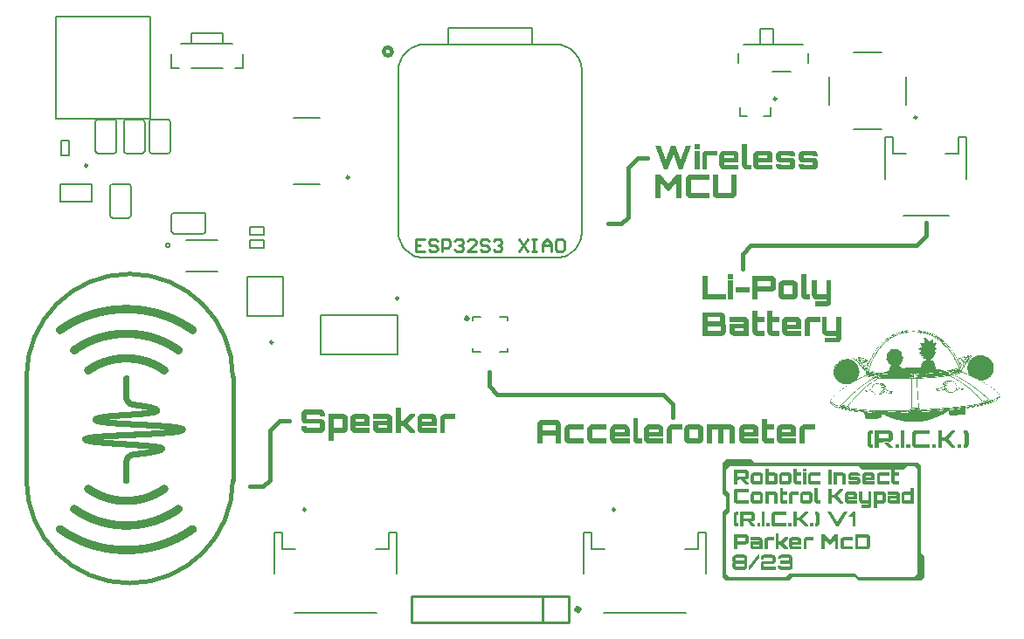
<source format=gbr>
%TF.GenerationSoftware,Altium Limited,Altium Designer,23.8.1 (32)*%
G04 Layer_Color=65535*
%FSLAX26Y26*%
%MOIN*%
%TF.SameCoordinates,3D9DC474-E985-4460-AF93-8E70B63C00C8*%
%TF.FilePolarity,Positive*%
%TF.FileFunction,Legend,Top*%
%TF.Part,Single*%
G01*
G75*
%TA.AperFunction,NonConductor*%
%ADD65C,0.015748*%
%ADD66C,0.009842*%
%ADD67C,0.019685*%
%ADD68C,0.008000*%
%ADD69C,0.007874*%
%ADD70C,0.016000*%
%ADD71C,0.010000*%
%ADD72C,0.006000*%
G36*
X-1373772Y111668D02*
X-1365134D01*
Y111370D01*
X-1360667D01*
Y111072D01*
X-1355008D01*
X-1355008Y110774D01*
X-1352030D01*
Y110477D01*
X-1347562D01*
Y110179D01*
X-1344286D01*
Y109881D01*
X-1341605D01*
Y109583D01*
X-1338329D01*
Y109285D01*
X-1336244D01*
X-1336244Y108987D01*
X-1333266D01*
Y108689D01*
X-1330883D01*
Y108392D01*
X-1328500D01*
X-1328500Y108094D01*
X-1325820D01*
Y107796D01*
X-1324331D01*
Y107498D01*
X-1321650D01*
X-1321650Y107200D01*
X-1319863D01*
Y106903D01*
X-1317778D01*
Y106605D01*
X-1315991D01*
Y106307D01*
X-1314204D01*
Y106009D01*
X-1312119D01*
Y105711D01*
X-1310630D01*
Y105413D01*
X-1308545D01*
Y105115D01*
X-1307354D01*
Y104818D01*
X-1305269D01*
Y104520D01*
X-1303482D01*
Y104222D01*
X-1302291D01*
Y103924D01*
X-1300504D01*
Y103626D01*
X-1299312D01*
Y103329D01*
X-1297525Y103328D01*
Y103031D01*
X-1296036D01*
Y102733D01*
X-1294845D01*
Y102435D01*
X-1293058D01*
Y102137D01*
X-1292164D01*
Y101839D01*
X-1290377D01*
Y101541D01*
X-1289186D01*
X-1289186Y101244D01*
X-1287697D01*
Y100946D01*
X-1286505D01*
Y100648D01*
X-1285314D01*
X-1285314Y100350D01*
X-1283527D01*
Y100052D01*
X-1282633D01*
Y99754D01*
X-1281144D01*
Y99457D01*
X-1280251D01*
Y99159D01*
X-1279059D01*
Y98861D01*
X-1277272Y98861D01*
Y98563D01*
X-1276676D01*
Y98265D01*
X-1275187D01*
Y97967D01*
X-1273996D01*
Y97669D01*
X-1273102D01*
Y97372D01*
X-1271613D01*
Y97074D01*
X-1271017D01*
Y96776D01*
X-1269528D01*
Y96478D01*
X-1268635D01*
Y96180D01*
X-1267146D01*
Y95882D01*
X-1266252D01*
Y95585D01*
X-1265359D01*
Y95287D01*
X-1264167Y95287D01*
X-1264167Y94989D01*
X-1262976D01*
X-1262976Y94691D01*
X-1261785D01*
X-1261784Y94393D01*
X-1261189D01*
Y94095D01*
X-1259998Y94095D01*
Y93798D01*
X-1258806D01*
Y93500D01*
X-1257913D01*
Y93202D01*
X-1256721Y93202D01*
Y92904D01*
X-1256126Y92904D01*
Y92606D01*
X-1254934D01*
Y92308D01*
X-1253743D01*
Y92011D01*
X-1253147D01*
Y91713D01*
X-1251956D01*
Y91415D01*
X-1251360D01*
Y91117D01*
X-1250169D01*
Y90819D01*
X-1248977D01*
Y90521D01*
X-1248382Y90521D01*
Y90224D01*
X-1247190D01*
Y89926D01*
X-1246595D01*
Y89628D01*
X-1245403D01*
Y89330D01*
X-1244510D01*
Y89032D01*
X-1243616D01*
Y88734D01*
X-1242723D01*
Y88436D01*
X-1241829Y88436D01*
Y88139D01*
X-1240936D01*
Y87841D01*
X-1240340D01*
Y87543D01*
X-1239149Y87543D01*
Y87245D01*
X-1238553D01*
Y86947D01*
X-1237362D01*
Y86649D01*
X-1236766Y86650D01*
Y86352D01*
X-1235873D01*
Y86054D01*
X-1234979D01*
Y85756D01*
X-1234383D01*
X-1234383Y85458D01*
X-1233192D01*
Y85160D01*
X-1232596D01*
Y84862D01*
X-1231703D01*
X-1231703Y84565D01*
X-1230809D01*
Y84267D01*
X-1230214D01*
Y83969D01*
X-1229022D01*
Y83671D01*
X-1228427D01*
Y83373D01*
X-1227533D01*
Y83075D01*
X-1226937D01*
X-1226937Y82778D01*
X-1226044D01*
X-1226044Y82480D01*
X-1225150D01*
Y82182D01*
X-1224555D01*
Y81884D01*
X-1223661D01*
Y81586D01*
X-1223065D01*
X-1223065Y81288D01*
X-1222470D01*
X-1222470Y80991D01*
X-1221278D01*
X-1221278Y80693D01*
X-1220683D01*
Y80395D01*
X-1219789D01*
Y80097D01*
X-1219194D01*
Y79799D01*
X-1218598D01*
X-1218598Y79501D01*
X-1217704D01*
Y79204D01*
X-1217109D01*
Y78906D01*
X-1216215D01*
X-1216215Y78608D01*
X-1215620Y78608D01*
Y78310D01*
X-1214726D01*
Y78012D01*
X-1214130D01*
Y77714D01*
X-1213237D01*
Y77416D01*
X-1212641D01*
X-1212641Y77119D01*
X-1212045D01*
Y76821D01*
X-1211152D01*
Y76523D01*
X-1210556D01*
Y76225D01*
X-1209663D01*
X-1209663Y75927D01*
X-1209067D01*
Y75629D01*
X-1208471D01*
Y75332D01*
X-1207578D01*
Y75034D01*
X-1206982D01*
X-1206982Y74736D01*
X-1206387D01*
Y74438D01*
X-1205493D01*
Y74140D01*
X-1204897D01*
X-1204898Y73842D01*
X-1204302D01*
X-1204302Y73545D01*
X-1203706D01*
X-1203706Y73247D01*
X-1202813D01*
X-1202812Y72949D01*
X-1202217D01*
Y72651D01*
X-1201621D01*
Y72353D01*
X-1200728D01*
Y72055D01*
X-1200430D01*
Y71758D01*
X-1199536D01*
Y71460D01*
X-1198941D01*
Y71162D01*
X-1198345D01*
X-1198345Y70864D01*
X-1197749D01*
X-1197749Y70566D01*
X-1197154D01*
Y70268D01*
X-1196260D01*
Y69971D01*
X-1195664D01*
Y69673D01*
X-1195069D01*
Y69375D01*
X-1194473D01*
Y69077D01*
X-1193877Y69077D01*
Y68779D01*
X-1192984D01*
Y68481D01*
X-1192686D01*
Y68184D01*
X-1191793D01*
Y67886D01*
X-1191495D01*
Y67588D01*
X-1190601D01*
Y67290D01*
X-1190005Y67290D01*
Y66992D01*
X-1189410D01*
Y66694D01*
X-1188814D01*
Y66397D01*
X-1188218D01*
Y66099D01*
X-1187623D01*
Y65801D01*
X-1187027D01*
Y65503D01*
X-1186431D01*
Y65205D01*
X-1185836D01*
Y64907D01*
X-1185240D01*
Y64609D01*
X-1184347Y64609D01*
Y64312D01*
X-1184049D01*
Y64014D01*
X-1183155D01*
Y63716D01*
X-1182857Y63716D01*
Y63418D01*
X-1182262Y63418D01*
Y63120D01*
X-1181666Y63120D01*
Y62822D01*
X-1181070Y62822D01*
Y62525D01*
X-1180475Y62525D01*
Y62227D01*
X-1179879D01*
Y61929D01*
X-1179283Y61929D01*
Y61631D01*
X-1178688Y61631D01*
Y61333D01*
X-1178092Y61333D01*
Y61035D01*
X-1177496Y61035D01*
Y60737D01*
X-1176901D01*
Y60440D01*
X-1176305D01*
Y60142D01*
X-1175709D01*
Y59844D01*
X-1175411Y59844D01*
Y59546D01*
X-1174816D01*
Y59248D01*
X-1174220D01*
Y58950D01*
X-1173624Y58950D01*
Y58653D01*
X-1173029D01*
Y58355D01*
X-1172433D01*
Y58057D01*
X-1171837D01*
Y57759D01*
X-1171540D01*
Y57461D01*
X-1170646D01*
Y57163D01*
X-1170348D01*
Y56866D01*
X-1169753D01*
X-1169753Y56568D01*
X-1169157D01*
Y56270D01*
X-1168561D01*
Y55972D01*
X-1167965D01*
Y55674D01*
X-1167668D01*
Y55376D01*
X-1167072D01*
Y55079D01*
X-1166476D01*
Y54781D01*
X-1165881D01*
Y54483D01*
X-1165285D01*
Y54185D01*
X-1164987D01*
X-1164987Y53887D01*
X-1164391D01*
Y53589D01*
X-1163796D01*
Y53292D01*
X-1163200Y53291D01*
Y52994D01*
X-1162902D01*
Y52696D01*
X-1162306D01*
Y52398D01*
X-1161711Y52398D01*
Y52100D01*
X-1161413D01*
Y51802D01*
X-1160520D01*
Y51505D01*
X-1160222D01*
Y51207D01*
X-1159626Y51207D01*
Y50909D01*
X-1159030D01*
Y50611D01*
X-1158732D01*
Y50313D01*
X-1158137D01*
Y50015D01*
X-1157541D01*
Y49718D01*
X-1156945D01*
Y49420D01*
X-1156648Y49420D01*
Y49122D01*
X-1156052D01*
Y48824D01*
X-1155456D01*
Y48526D01*
X-1155158D01*
Y48228D01*
X-1154563D01*
X-1154563Y47931D01*
X-1154265D01*
Y47633D01*
X-1153669D01*
X-1153669Y47335D01*
X-1153073D01*
Y47037D01*
X-1152776D01*
Y46739D01*
X-1152180D01*
Y46441D01*
X-1151584D01*
Y46144D01*
X-1150989D01*
Y45846D01*
X-1150691D01*
Y45548D01*
X-1150095D01*
Y45250D01*
X-1149499D01*
Y44952D01*
X-1149202D01*
Y44654D01*
X-1148606D01*
X-1148606Y44356D01*
X-1148308D01*
Y44059D01*
X-1147712D01*
X-1147713Y43761D01*
X-1147117D01*
Y43463D01*
X-1146819D01*
Y43165D01*
X-1146223D01*
Y42867D01*
X-1145925D01*
Y42569D01*
X-1145330D01*
Y42272D01*
X-1145032D01*
Y41974D01*
X-1144436D01*
Y41676D01*
X-1143841D01*
X-1143841Y41378D01*
X-1143543D01*
Y41080D01*
X-1142947D01*
X-1142947Y40782D01*
X-1142649D01*
Y40484D01*
X-1142053D01*
Y40187D01*
X-1141458D01*
X-1141458Y39889D01*
X-1141160D01*
X-1141160Y39591D01*
X-1140564D01*
Y39293D01*
X-1140266D01*
Y38995D01*
X-1139671D01*
Y38697D01*
X-1139373D01*
X-1139373Y38400D01*
X-1138777D01*
Y38102D01*
X-1138479D01*
X-1138479Y37804D01*
X-1137884D01*
Y37506D01*
X-1137288D01*
Y37208D01*
X-1136990D01*
Y36910D01*
X-1136692D01*
X-1136692Y36613D01*
X-1136097D01*
Y36315D01*
X-1135799D01*
X-1135799Y36017D01*
X-1135203D01*
Y35719D01*
X-1134905D01*
Y35421D01*
X-1134310D01*
Y35123D01*
X-1134012D01*
Y34826D01*
X-1133416D01*
Y34528D01*
X-1132821D01*
Y34230D01*
X-1132523Y34230D01*
Y33932D01*
X-1132225D01*
Y33634D01*
X-1131629Y33634D01*
Y33336D01*
X-1131331D01*
Y33039D01*
X-1130736D01*
Y32741D01*
X-1130438Y32741D01*
Y32443D01*
X-1129842D01*
Y32145D01*
X-1129544D01*
Y31847D01*
X-1128949Y31847D01*
Y31549D01*
X-1128651D01*
Y31252D01*
X-1128353D01*
Y30954D01*
X-1127757D01*
Y30656D01*
X-1127459Y30656D01*
Y30358D01*
X-1126864D01*
Y30060D01*
X-1126566D01*
Y29762D01*
X-1125970D01*
Y29465D01*
X-1125672D01*
Y29167D01*
X-1125374D01*
Y28869D01*
X-1124779D01*
Y28571D01*
X-1124481D01*
Y28273D01*
X-1124183D01*
Y27975D01*
X-1123885D01*
Y27677D01*
X-1123588Y27677D01*
Y27380D01*
X-1123290Y27380D01*
Y27082D01*
X-1122992D01*
Y26486D01*
X-1122694D01*
Y26188D01*
X-1122396D01*
Y25890D01*
X-1122098D01*
Y25295D01*
X-1121801D01*
Y24997D01*
X-1121503D01*
Y24401D01*
X-1121205D01*
Y23806D01*
X-1120907D01*
Y22912D01*
X-1120609D01*
Y22614D01*
X-1120311D01*
Y21721D01*
X-1120013D01*
Y20529D01*
X-1119716D01*
Y19040D01*
X-1119418D01*
X-1119418Y14275D01*
X-1119716D01*
Y12786D01*
X-1120013D01*
X-1120014Y11892D01*
X-1120311D01*
Y10998D01*
X-1120609D01*
Y10403D01*
X-1120907D01*
Y9509D01*
X-1121205D01*
Y9211D01*
X-1121503D01*
Y8616D01*
X-1121801D01*
Y8020D01*
X-1122098Y8020D01*
Y7722D01*
X-1122396D01*
Y7127D01*
X-1122694D01*
Y6829D01*
X-1122992D01*
Y6531D01*
X-1123290Y6531D01*
Y6233D01*
X-1123588D01*
Y5935D01*
X-1123885D01*
Y5637D01*
X-1124183Y5637D01*
Y5340D01*
X-1124481D01*
Y5042D01*
X-1124779D01*
Y4744D01*
X-1125077D01*
Y4446D01*
X-1125374D01*
Y4148D01*
X-1125672D01*
Y3850D01*
X-1126268D01*
Y3553D01*
X-1126566D01*
Y3255D01*
X-1127162D01*
Y2957D01*
X-1127757Y2957D01*
Y2659D01*
X-1128353D01*
Y2361D01*
X-1128949D01*
Y2063D01*
X-1129544Y2063D01*
Y1766D01*
X-1130736D01*
Y1468D01*
X-1131927Y1468D01*
Y1170D01*
X-1138479Y1170D01*
Y1468D01*
X-1139373D01*
Y1766D01*
X-1140564D01*
X-1140564Y2063D01*
X-1141160D01*
Y2361D01*
X-1141756Y2361D01*
X-1141756Y2659D01*
X-1142351D01*
Y2957D01*
X-1142947D01*
Y3255D01*
X-1143543Y3255D01*
Y3553D01*
X-1143841D01*
Y3850D01*
X-1144436D01*
Y4148D01*
X-1144734Y4148D01*
Y4446D01*
X-1145330D01*
Y4744D01*
X-1145628D01*
Y5042D01*
X-1145925D01*
Y5340D01*
X-1146521Y5340D01*
Y5637D01*
X-1146819Y5637D01*
Y5935D01*
X-1147415D01*
Y6233D01*
X-1147712Y6233D01*
Y6531D01*
X-1148308Y6531D01*
Y6829D01*
X-1148606D01*
Y7127D01*
X-1149202Y7127D01*
Y7425D01*
X-1149499D01*
Y7722D01*
X-1150095D01*
Y8020D01*
X-1150393D01*
Y8318D01*
X-1150989D01*
Y8616D01*
X-1151286D01*
Y8914D01*
X-1151882D01*
Y9211D01*
X-1152180D01*
Y9509D01*
X-1152776D01*
Y9807D01*
X-1153073D01*
Y10105D01*
X-1153669D01*
Y10403D01*
X-1153967D01*
Y10701D01*
X-1154265D01*
Y10998D01*
X-1154861D01*
Y11296D01*
X-1155456Y11296D01*
Y11594D01*
X-1155754D01*
Y11892D01*
X-1156350Y11892D01*
Y12190D01*
X-1156648Y12190D01*
Y12488D01*
X-1157243D01*
Y12786D01*
X-1157541D01*
Y13083D01*
X-1158137D01*
Y13381D01*
X-1158732D01*
Y13679D01*
X-1159030D01*
Y13977D01*
X-1159626D01*
Y14275D01*
X-1159924D01*
Y14573D01*
X-1160520D01*
X-1160519Y14870D01*
X-1160817D01*
Y15168D01*
X-1161413D01*
Y15466D01*
X-1162009D01*
Y15764D01*
X-1162306D01*
X-1162306Y16062D01*
X-1162902D01*
Y16360D01*
X-1163200D01*
Y16657D01*
X-1163796D01*
Y16955D01*
X-1164093D01*
Y17253D01*
X-1164689D01*
Y17551D01*
X-1165285D01*
X-1165285Y17849D01*
X-1165583D01*
Y18147D01*
X-1166178D01*
Y18445D01*
X-1166774D01*
Y18742D01*
X-1167072D01*
X-1167072Y19040D01*
X-1167668D01*
Y19338D01*
X-1167965D01*
X-1167965Y19636D01*
X-1168561D01*
Y19934D01*
X-1169157D01*
X-1169157Y20232D01*
X-1169753D01*
Y20529D01*
X-1170050D01*
X-1170050Y20827D01*
X-1170646D01*
X-1170646Y21125D01*
X-1171242D01*
Y21423D01*
X-1171540D01*
X-1171540Y21721D01*
X-1172135D01*
Y22018D01*
X-1172433D01*
Y22316D01*
X-1173029D01*
Y22614D01*
X-1173624D01*
X-1173624Y22912D01*
X-1174220D01*
Y23210D01*
X-1174816D01*
Y23508D01*
X-1175114D01*
X-1175113Y23806D01*
X-1175709D01*
Y24103D01*
X-1176305D01*
Y24401D01*
X-1176603D01*
Y24699D01*
X-1177198D01*
X-1177198Y24997D01*
X-1177794D01*
Y25295D01*
X-1178390D01*
Y25593D01*
X-1178688D01*
Y25890D01*
X-1179283D01*
Y26188D01*
X-1179879D01*
Y26486D01*
X-1180475D01*
Y26784D01*
X-1181070Y26784D01*
Y27082D01*
X-1181368D01*
Y27380D01*
X-1181964Y27380D01*
Y27677D01*
X-1182560Y27677D01*
Y27975D01*
X-1183155D01*
Y28273D01*
X-1183751D01*
Y28571D01*
X-1184049D01*
Y28869D01*
X-1184644D01*
Y29167D01*
X-1185240Y29167D01*
Y29464D01*
X-1185836Y29465D01*
Y29762D01*
X-1186431D01*
Y30060D01*
X-1186729D01*
Y30358D01*
X-1187623D01*
Y30656D01*
X-1187921D01*
Y30954D01*
X-1188516Y30954D01*
Y31252D01*
X-1189112D01*
Y31549D01*
X-1189708Y31549D01*
Y31847D01*
X-1190303Y31847D01*
Y32145D01*
X-1190601D01*
Y32443D01*
X-1191495D01*
Y32741D01*
X-1191793D01*
Y33039D01*
X-1192686D01*
Y33336D01*
X-1192984Y33336D01*
Y33634D01*
X-1193580Y33634D01*
Y33932D01*
X-1194175Y33932D01*
Y34230D01*
X-1194771D01*
Y34528D01*
X-1195367D01*
Y34826D01*
X-1195962D01*
Y35123D01*
X-1196558D01*
Y35421D01*
X-1197154D01*
Y35719D01*
X-1197749D01*
X-1197749Y36017D01*
X-1198345D01*
X-1198345Y36315D01*
X-1198941D01*
Y36613D01*
X-1199536D01*
X-1199536Y36910D01*
X-1200132D01*
Y37208D01*
X-1200728D01*
Y37506D01*
X-1201323D01*
X-1201323Y37804D01*
X-1201919D01*
Y38102D01*
X-1202515D01*
Y38400D01*
X-1203110D01*
X-1203111Y38697D01*
X-1203706D01*
Y38995D01*
X-1204600D01*
Y39293D01*
X-1204897D01*
X-1204898Y39591D01*
X-1205791D01*
X-1205791Y39889D01*
X-1206387D01*
Y40187D01*
X-1206982D01*
Y40484D01*
X-1207578D01*
X-1207578Y40782D01*
X-1208174D01*
Y41080D01*
X-1209067D01*
Y41378D01*
X-1209365D01*
Y41676D01*
X-1210258D01*
Y41974D01*
X-1210854D01*
Y42272D01*
X-1211450D01*
X-1211450Y42569D01*
X-1212045D01*
Y42867D01*
X-1212641D01*
Y43165D01*
X-1213535D01*
Y43463D01*
X-1214130D01*
Y43761D01*
X-1214726D01*
Y44059D01*
X-1215322D01*
Y44356D01*
X-1215917D01*
Y44654D01*
X-1216811D01*
Y44952D01*
X-1217407D01*
Y45250D01*
X-1218300D01*
Y45548D01*
X-1218896D01*
Y45846D01*
X-1219492D01*
Y46144D01*
X-1220087D01*
Y46441D01*
X-1220683D01*
Y46739D01*
X-1221576D01*
Y47037D01*
X-1222172D01*
X-1222172Y47335D01*
X-1223065D01*
X-1223065Y47633D01*
X-1223661D01*
Y47931D01*
X-1224257D01*
Y48228D01*
X-1225150D01*
X-1225150Y48526D01*
X-1225746D01*
Y48824D01*
X-1226640D01*
Y49122D01*
X-1227235D01*
X-1227235Y49420D01*
X-1227831D01*
X-1227831Y49718D01*
X-1228725D01*
Y50015D01*
X-1229320D01*
Y50313D01*
X-1230214D01*
X-1230214Y50611D01*
X-1230809D01*
Y50909D01*
X-1231703D01*
Y51207D01*
X-1232597D01*
X-1232596Y51505D01*
X-1233192D01*
Y51802D01*
X-1234086D01*
Y52100D01*
X-1234681D01*
X-1234681Y52398D01*
X-1235575D01*
Y52696D01*
X-1236468D01*
Y52994D01*
X-1237064D01*
X-1237064Y53292D01*
X-1237957D01*
Y53589D01*
X-1238553D01*
Y53887D01*
X-1239745D01*
Y54185D01*
X-1240340D01*
Y54483D01*
X-1241234D01*
Y54781D01*
X-1241829D01*
X-1241829Y55079D01*
X-1242723D01*
Y55376D01*
X-1243616D01*
Y55674D01*
X-1244212D01*
Y55972D01*
X-1245403Y55972D01*
Y56270D01*
X-1245999D01*
Y56568D01*
X-1246893D01*
Y56865D01*
X-1247786D01*
Y57163D01*
X-1248382D01*
Y57461D01*
X-1249573D01*
Y57759D01*
X-1250169D01*
Y58057D01*
X-1251360D01*
Y58355D01*
X-1252254D01*
Y58653D01*
X-1252849D01*
Y58950D01*
X-1254041D01*
Y59248D01*
X-1254636D01*
Y59546D01*
X-1255828D01*
X-1255828Y59844D01*
X-1256423D01*
Y60142D01*
X-1257317D01*
Y60440D01*
X-1258508D01*
X-1258508Y60737D01*
X-1259402D01*
X-1259402Y61035D01*
X-1260593D01*
X-1260593Y61333D01*
X-1261189Y61333D01*
Y61631D01*
X-1262380D01*
Y61929D01*
X-1263274D01*
X-1263274Y62227D01*
X-1264167D01*
X-1264167Y62525D01*
X-1265359D01*
Y62822D01*
X-1265954D01*
Y63120D01*
X-1267146Y63120D01*
Y63418D01*
X-1268337D01*
Y63716D01*
X-1269230D01*
Y64014D01*
X-1270422D01*
Y64312D01*
X-1271017D01*
Y64609D01*
X-1272507Y64609D01*
Y64907D01*
X-1273400D01*
Y65205D01*
X-1274592Y65205D01*
Y65503D01*
X-1275485D01*
Y65801D01*
X-1276379D01*
Y66099D01*
X-1277868D01*
Y66397D01*
X-1278761D01*
Y66694D01*
X-1280251D01*
Y66992D01*
X-1281144D01*
Y67290D01*
X-1282335Y67290D01*
Y67588D01*
X-1283527D01*
Y67886D01*
X-1284420D01*
Y68183D01*
X-1285909Y68184D01*
Y68481D01*
X-1286803D01*
Y68779D01*
X-1288292D01*
Y69077D01*
X-1289781D01*
X-1289781Y69375D01*
X-1290675D01*
X-1290675Y69673D01*
X-1292462D01*
X-1292462Y69971D01*
X-1293355D01*
X-1293355Y70268D01*
X-1294845D01*
Y70566D01*
X-1296036D01*
X-1296036Y70864D01*
X-1297525D01*
Y71162D01*
X-1299014D01*
X-1299014Y71460D01*
X-1300206D01*
Y71758D01*
X-1301993D01*
Y72055D01*
X-1303184Y72055D01*
Y72353D01*
X-1304673D01*
Y72651D01*
X-1306162D01*
Y72949D01*
X-1307652Y72949D01*
Y73247D01*
X-1309736D01*
X-1309736Y73545D01*
X-1310630D01*
Y73842D01*
X-1312715D01*
X-1312715Y74140D01*
X-1314204D01*
Y74438D01*
X-1315991D01*
Y74736D01*
X-1318076D01*
X-1318076Y75034D01*
X-1319267D01*
X-1319267Y75332D01*
X-1321650D01*
Y75629D01*
X-1323437D01*
Y75927D01*
X-1325522D01*
Y76225D01*
X-1327607D01*
Y76523D01*
X-1329394D01*
X-1329394Y76821D01*
X-1332074D01*
Y77119D01*
X-1333861D01*
Y77416D01*
X-1337138D01*
Y77714D01*
X-1339223Y77714D01*
X-1339222Y78012D01*
X-1341903D01*
Y78310D01*
X-1344881D01*
X-1344881Y78608D01*
X-1347562D01*
Y78906D01*
X-1351732D01*
Y79204D01*
X-1354412D01*
Y79501D01*
X-1359178D01*
Y79799D01*
X-1363645D01*
Y80097D01*
X-1363943D01*
X-1363943Y79799D01*
X-1364539D01*
Y80097D01*
X-1369900D01*
Y80395D01*
X-1405343D01*
Y80097D01*
X-1410704D01*
Y79799D01*
X-1416363D01*
Y79501D01*
X-1421128D01*
Y79204D01*
X-1423511D01*
Y78906D01*
X-1427978D01*
X-1427978Y78608D01*
X-1430361D01*
Y78310D01*
X-1433637D01*
Y78012D01*
X-1436318D01*
X-1436318Y77714D01*
X-1438403D01*
Y77416D01*
X-1441381D01*
Y77119D01*
X-1443466D01*
Y76821D01*
X-1446147D01*
Y76523D01*
X-1447934D01*
Y76225D01*
X-1450018D01*
Y75927D01*
X-1452103D01*
Y75629D01*
X-1453592D01*
Y75332D01*
X-1456273D01*
Y75034D01*
X-1457167D01*
Y74736D01*
X-1459549Y74736D01*
Y74438D01*
X-1461336D01*
Y74140D01*
X-1462825D01*
X-1462825Y73842D01*
X-1464612D01*
Y73545D01*
X-1465804D01*
Y73247D01*
X-1467889D01*
X-1467889Y72949D01*
X-1469378D01*
Y72651D01*
X-1470569D01*
Y72353D01*
X-1472356D01*
X-1472356Y72055D01*
X-1473547D01*
X-1473548Y71758D01*
X-1475335D01*
Y71460D01*
X-1476526D01*
Y71162D01*
X-1478015D01*
Y70864D01*
X-1479207Y70864D01*
Y70566D01*
X-1480696D01*
Y70268D01*
X-1482185D01*
Y69971D01*
X-1483079Y69971D01*
Y69673D01*
X-1484866D01*
Y69375D01*
X-1485759D01*
Y69077D01*
X-1486950Y69077D01*
Y68779D01*
X-1488440D01*
Y68481D01*
X-1489333D01*
Y68183D01*
X-1490822Y68184D01*
Y67886D01*
X-1491716D01*
Y67588D01*
X-1493205D01*
Y67290D01*
X-1494396Y67290D01*
Y66992D01*
X-1495290D01*
Y66694D01*
X-1496481D01*
Y66397D01*
X-1497672D01*
Y66099D01*
X-1498864D01*
X-1498864Y65801D01*
X-1499757D01*
Y65503D01*
X-1500949D01*
X-1500949Y65205D01*
X-1502140D01*
Y64907D01*
X-1503034D01*
Y64609D01*
X-1504523D01*
Y64312D01*
X-1505119D01*
Y64014D01*
X-1506310D01*
Y63716D01*
X-1507203D01*
Y63418D01*
X-1508097D01*
Y63120D01*
X-1509586Y63120D01*
Y62822D01*
X-1510182D01*
Y62525D01*
X-1511373D01*
Y62227D01*
X-1512267D01*
Y61929D01*
X-1513160D01*
Y61631D01*
X-1514351Y61631D01*
Y61333D01*
X-1514947D01*
Y61035D01*
X-1516139Y61035D01*
Y60737D01*
X-1517032D01*
Y60440D01*
X-1517926D01*
Y60142D01*
X-1518819D01*
Y59844D01*
X-1519713D01*
Y59546D01*
X-1520904D01*
Y59248D01*
X-1521500D01*
Y58950D01*
X-1522691D01*
Y58653D01*
X-1523287D01*
Y58355D01*
X-1524478D01*
Y58057D01*
X-1525074Y58057D01*
Y57759D01*
X-1525967D01*
Y57461D01*
X-1526861D01*
Y57163D01*
X-1527754D01*
Y56866D01*
X-1528648D01*
Y56568D01*
X-1529541D01*
Y56270D01*
X-1530137D01*
Y55972D01*
X-1531030D01*
Y55674D01*
X-1531924D01*
Y55376D01*
X-1532818D01*
Y55079D01*
X-1533711D01*
Y54781D01*
X-1534307D01*
Y54483D01*
X-1535200D01*
Y54185D01*
X-1535796D01*
Y53887D01*
X-1536987D01*
Y53589D01*
X-1537583D01*
Y53292D01*
X-1538476D01*
Y52994D01*
X-1539072D01*
Y52696D01*
X-1539668D01*
Y52398D01*
X-1540859D01*
X-1540859Y52100D01*
X-1541455D01*
Y51802D01*
X-1542348D01*
Y51505D01*
X-1542944D01*
Y51207D01*
X-1543838D01*
Y50909D01*
X-1544433D01*
Y50611D01*
X-1545029D01*
Y50313D01*
X-1545922D01*
Y50015D01*
X-1546518D01*
Y49718D01*
X-1547412D01*
Y49420D01*
X-1548305D01*
Y49122D01*
X-1548901D01*
Y48824D01*
X-1549794D01*
X-1549794Y48526D01*
X-1550092D01*
Y48228D01*
X-1551284D01*
Y47931D01*
X-1551581D01*
Y47633D01*
X-1552475D01*
Y47335D01*
X-1553071D01*
Y47037D01*
X-1553666D01*
Y46739D01*
X-1554560D01*
X-1554560Y46441D01*
X-1555155D01*
Y46144D01*
X-1556049D01*
Y45846D01*
X-1556645D01*
Y45548D01*
X-1557240D01*
X-1557240Y45250D01*
X-1558134D01*
Y44952D01*
X-1558432D01*
Y44654D01*
X-1559325D01*
X-1559325Y44356D01*
X-1559921D01*
X-1559921Y44059D01*
X-1560516D01*
Y43761D01*
X-1561410D01*
X-1561410Y43463D01*
X-1562005D01*
X-1562006Y43165D01*
X-1562899D01*
Y42867D01*
X-1563197D01*
Y42569D01*
X-1564091D01*
Y42272D01*
X-1564686D01*
Y41974D01*
X-1565282D01*
Y41676D01*
X-1566175D01*
Y41378D01*
X-1566473D01*
X-1566473Y41080D01*
X-1567367D01*
Y40782D01*
X-1567665D01*
X-1567665Y40484D01*
X-1568558D01*
Y40187D01*
X-1569154D01*
Y39889D01*
X-1569749D01*
Y39591D01*
X-1570345D01*
Y39293D01*
X-1570941D01*
Y38995D01*
X-1571536D01*
Y38698D01*
X-1572132Y38697D01*
Y38400D01*
X-1572728D01*
Y38102D01*
X-1573621D01*
Y37804D01*
X-1573919D01*
Y37506D01*
X-1574813D01*
Y37208D01*
X-1575408D01*
Y36910D01*
X-1576004Y36911D01*
Y36613D01*
X-1576600D01*
Y36315D01*
X-1576898D01*
Y36017D01*
X-1577791D01*
Y35719D01*
X-1578089Y35719D01*
Y35421D01*
X-1578982D01*
Y35123D01*
X-1579578Y35123D01*
Y34826D01*
X-1579876Y34826D01*
Y34528D01*
X-1580770D01*
Y34230D01*
X-1581067D01*
Y33932D01*
X-1581663D01*
Y33634D01*
X-1582259D01*
Y33336D01*
X-1582854D01*
Y33039D01*
X-1583450D01*
Y32741D01*
X-1584046D01*
Y32443D01*
X-1584641Y32443D01*
Y32145D01*
X-1585237D01*
Y31847D01*
X-1585833D01*
Y31549D01*
X-1586428Y31549D01*
Y31252D01*
X-1586726D01*
Y30954D01*
X-1587620D01*
Y30656D01*
X-1587918Y30656D01*
X-1587918Y30358D01*
X-1588513D01*
X-1588513Y30060D01*
X-1589109Y30060D01*
Y29762D01*
X-1589705D01*
X-1589705Y29465D01*
X-1590300D01*
X-1590300Y29167D01*
X-1590598D01*
Y28869D01*
X-1591194D01*
X-1591194Y28571D01*
X-1591790D01*
Y28273D01*
X-1592385D01*
Y27975D01*
X-1592981D01*
X-1592981Y27677D01*
X-1593279D01*
X-1593279Y27380D01*
X-1594172D01*
X-1594172Y27082D01*
X-1594470D01*
Y26784D01*
X-1595066D01*
X-1595066Y26486D01*
X-1595661D01*
Y26188D01*
X-1596257D01*
Y25890D01*
X-1596555D01*
Y25593D01*
X-1597151D01*
Y25295D01*
X-1597746D01*
Y24997D01*
X-1598044D01*
Y24699D01*
X-1598640D01*
Y24401D01*
X-1599235D01*
Y24103D01*
X-1599831D01*
Y23806D01*
X-1600427D01*
Y23508D01*
X-1600725D01*
X-1600725Y23210D01*
X-1601320D01*
Y22912D01*
X-1601916Y22912D01*
Y22614D01*
X-1602214D01*
Y22316D01*
X-1602810D01*
Y22018D01*
X-1603405D01*
Y21721D01*
X-1604001Y21721D01*
Y21423D01*
X-1604299D01*
Y21125D01*
X-1604894D01*
Y20827D01*
X-1605192Y20827D01*
Y20529D01*
X-1605788D01*
Y20232D01*
X-1606384D01*
Y19934D01*
X-1606681Y19934D01*
Y19636D01*
X-1607277D01*
Y19338D01*
X-1607873D01*
Y19040D01*
X-1608171D01*
Y18742D01*
X-1608766D01*
X-1608766Y18445D01*
X-1609064D01*
Y18147D01*
X-1609660D01*
X-1609660Y17849D01*
X-1610255D01*
Y17551D01*
X-1610851D01*
Y17253D01*
X-1611149D01*
Y16955D01*
X-1611745D01*
Y16657D01*
X-1612043D01*
Y16360D01*
X-1612638D01*
Y16062D01*
X-1613234D01*
X-1613234Y15764D01*
X-1613532D01*
X-1613532Y15466D01*
X-1614127D01*
Y15168D01*
X-1614425D01*
X-1614425Y14870D01*
X-1615021D01*
Y14573D01*
X-1615617D01*
Y14275D01*
X-1615914D01*
Y13977D01*
X-1616510D01*
Y13679D01*
X-1616808D01*
Y13381D01*
X-1617404D01*
Y13083D01*
X-1617701D01*
Y12786D01*
X-1618297D01*
Y12488D01*
X-1618893D01*
Y12190D01*
X-1619191D01*
X-1619190Y11892D01*
X-1619488D01*
Y11594D01*
X-1620084D01*
Y11296D01*
X-1620382D01*
X-1620382Y10998D01*
X-1620977D01*
X-1620978Y10701D01*
X-1621275D01*
Y10403D01*
X-1621871D01*
Y10105D01*
X-1622467D01*
X-1622467Y9807D01*
X-1622765D01*
Y9509D01*
X-1623360D01*
X-1623360Y9211D01*
X-1623658D01*
Y8914D01*
X-1624254D01*
Y8616D01*
X-1624552D01*
Y8318D01*
X-1624850D01*
X-1624849Y8020D01*
X-1625445D01*
X-1625445Y7722D01*
X-1625743D01*
X-1625743Y7425D01*
X-1626339D01*
Y7127D01*
X-1626637Y7127D01*
Y6829D01*
X-1627232D01*
Y6531D01*
X-1627530Y6531D01*
Y6233D01*
X-1628126D01*
Y5935D01*
X-1628424D01*
Y5637D01*
X-1628721D01*
Y5340D01*
X-1629317D01*
Y5042D01*
X-1629615D01*
Y4744D01*
X-1630211Y4744D01*
Y4446D01*
X-1630508Y4446D01*
Y4148D01*
X-1631104Y4148D01*
Y3850D01*
X-1631700D01*
Y3553D01*
X-1631998D01*
Y3255D01*
X-1632593D01*
Y2957D01*
X-1632891D01*
Y2659D01*
X-1633487D01*
Y2361D01*
X-1634380D01*
Y2063D01*
X-1634976Y2063D01*
Y1766D01*
X-1635870D01*
Y1468D01*
X-1637061Y1468D01*
Y1170D01*
X-1643613D01*
Y1468D01*
X-1644507D01*
Y1766D01*
X-1645698Y1765D01*
Y2063D01*
X-1646294D01*
Y2361D01*
X-1647187D01*
Y2659D01*
X-1647783Y2659D01*
Y2957D01*
X-1648081Y2957D01*
Y3255D01*
X-1648677D01*
Y3553D01*
X-1648975Y3553D01*
Y3850D01*
X-1649570Y3850D01*
Y4148D01*
X-1649868Y4148D01*
Y4446D01*
X-1650464Y4446D01*
Y4744D01*
X-1650762Y4744D01*
Y5042D01*
X-1651059D01*
X-1651059Y5340D01*
X-1651357D01*
Y5637D01*
X-1651655D01*
Y5935D01*
X-1651953D01*
X-1651953Y6233D01*
X-1652251D01*
Y6531D01*
X-1652549D01*
Y7127D01*
X-1652846D01*
Y7425D01*
X-1653144D01*
X-1653144Y7722D01*
X-1653442D01*
X-1653442Y8318D01*
X-1653740D01*
Y8616D01*
X-1654038D01*
X-1654038Y9211D01*
X-1654335D01*
X-1654335Y9807D01*
X-1654633D01*
Y10701D01*
X-1654931D01*
Y11296D01*
X-1655229D01*
Y12190D01*
X-1655527D01*
Y13381D01*
X-1655825D01*
Y14870D01*
X-1656123D01*
X-1656123Y18445D01*
X-1655825D01*
Y19934D01*
X-1655527D01*
Y21423D01*
X-1655229D01*
Y22316D01*
X-1654931D01*
X-1654931Y22912D01*
X-1654633D01*
Y23806D01*
X-1654335D01*
X-1654335Y24103D01*
X-1654038D01*
X-1654038Y24699D01*
X-1653740D01*
Y25295D01*
X-1653442D01*
X-1653442Y25593D01*
X-1653144D01*
X-1653144Y26188D01*
X-1652846D01*
Y26486D01*
X-1652548D01*
X-1652549Y26784D01*
X-1652251D01*
Y27082D01*
X-1651953D01*
Y27380D01*
X-1651655D01*
X-1651655Y27677D01*
X-1651357D01*
Y27975D01*
X-1651059D01*
Y28273D01*
X-1650762Y28273D01*
Y28571D01*
X-1650464D01*
X-1650464Y28869D01*
X-1650166D01*
Y29167D01*
X-1649868Y29167D01*
Y29465D01*
X-1649272D01*
X-1649272Y29762D01*
X-1648975D01*
Y30060D01*
X-1648677Y30060D01*
Y30358D01*
X-1648081Y30358D01*
Y30656D01*
X-1647783D01*
Y30954D01*
X-1647187Y30954D01*
Y31252D01*
X-1646890Y31251D01*
Y31549D01*
X-1646294D01*
Y31847D01*
X-1645996Y31847D01*
Y32145D01*
X-1645698Y32145D01*
Y32443D01*
X-1645103Y32443D01*
Y32741D01*
X-1644507Y32741D01*
Y33039D01*
X-1644209D01*
Y33336D01*
X-1643613D01*
Y33634D01*
X-1643315D01*
Y33932D01*
X-1642720D01*
Y34230D01*
X-1642422D01*
Y34528D01*
X-1641826D01*
Y34826D01*
X-1641528D01*
Y35123D01*
X-1641231Y35123D01*
Y35421D01*
X-1640635D01*
Y35719D01*
X-1640337D01*
Y36017D01*
X-1639742D01*
Y36315D01*
X-1639444D01*
Y36613D01*
X-1638848Y36613D01*
Y36910D01*
X-1638252Y36911D01*
Y37208D01*
X-1637954D01*
Y37506D01*
X-1637359Y37506D01*
Y37804D01*
X-1637061Y37804D01*
Y38102D01*
X-1636465D01*
Y38400D01*
X-1636167D01*
Y38697D01*
X-1635572D01*
Y38995D01*
X-1635274D01*
Y39293D01*
X-1634976D01*
Y39591D01*
X-1634380Y39591D01*
Y39889D01*
X-1633785Y39889D01*
Y40187D01*
X-1633487D01*
Y40484D01*
X-1632891D01*
Y40782D01*
X-1632593D01*
Y41080D01*
X-1631998D01*
Y41378D01*
X-1631700D01*
Y41676D01*
X-1631104D01*
X-1631104Y41974D01*
X-1630508D01*
Y42272D01*
X-1630211D01*
X-1630211Y42569D01*
X-1629615D01*
Y42867D01*
X-1629317D01*
Y43165D01*
X-1628721D01*
Y43463D01*
X-1628126D01*
Y43761D01*
X-1627530D01*
Y44059D01*
X-1627232D01*
Y44356D01*
X-1626934D01*
Y44654D01*
X-1626041D01*
Y44952D01*
X-1625743D01*
X-1625743Y45250D01*
X-1625147D01*
Y45548D01*
X-1624849D01*
X-1624850Y45846D01*
X-1624254D01*
Y46144D01*
X-1623658D01*
X-1623658Y46441D01*
X-1623360D01*
Y46739D01*
X-1622765D01*
Y47037D01*
X-1622467D01*
Y47335D01*
X-1621871D01*
X-1621871Y47633D01*
X-1621275D01*
Y47931D01*
X-1620978D01*
Y48228D01*
X-1620382D01*
X-1620382Y48526D01*
X-1619786D01*
X-1619786Y48824D01*
X-1619191D01*
Y49122D01*
X-1618893D01*
X-1618893Y49420D01*
X-1618297D01*
X-1618297Y49718D01*
X-1617701D01*
Y50015D01*
X-1617404D01*
X-1617403Y50313D01*
X-1616808D01*
Y50611D01*
X-1616212D01*
Y50909D01*
X-1615617D01*
X-1615617Y51207D01*
X-1615319D01*
Y51505D01*
X-1614723D01*
Y51802D01*
X-1614127D01*
Y52100D01*
X-1613830D01*
Y52398D01*
X-1613234D01*
Y52696D01*
X-1612638D01*
Y52994D01*
X-1612043D01*
Y53292D01*
X-1611447D01*
Y53589D01*
X-1611149D01*
Y53887D01*
X-1610553D01*
Y54185D01*
X-1609958D01*
Y54483D01*
X-1609362D01*
Y54781D01*
X-1609064D01*
Y55079D01*
X-1608468Y55078D01*
Y55376D01*
X-1607873D01*
Y55674D01*
X-1607277D01*
Y55972D01*
X-1606681Y55972D01*
Y56270D01*
X-1606384D01*
Y56568D01*
X-1605788D01*
Y56865D01*
X-1605192Y56866D01*
Y57163D01*
X-1604597Y57163D01*
Y57461D01*
X-1604001D01*
Y57759D01*
X-1603405D01*
Y58057D01*
X-1603107D01*
Y58355D01*
X-1602214D01*
Y58653D01*
X-1601916D01*
Y58950D01*
X-1601320Y58950D01*
Y59248D01*
X-1600725D01*
Y59546D01*
X-1600129D01*
Y59844D01*
X-1599533Y59844D01*
Y60142D01*
X-1599235D01*
Y60440D01*
X-1598342D01*
Y60737D01*
X-1598044D01*
Y61035D01*
X-1597151D01*
Y61333D01*
X-1596853Y61333D01*
Y61631D01*
X-1596257Y61631D01*
Y61929D01*
X-1595661Y61929D01*
Y62227D01*
X-1595066Y62227D01*
Y62525D01*
X-1594470D01*
Y62822D01*
X-1593874D01*
X-1593874Y63120D01*
X-1593279Y63120D01*
Y63418D01*
X-1592683D01*
Y63716D01*
X-1592087D01*
X-1592087Y64014D01*
X-1591492D01*
Y64312D01*
X-1590896Y64312D01*
Y64609D01*
X-1590300D01*
X-1590300Y64907D01*
X-1589705D01*
Y65205D01*
X-1589109Y65205D01*
Y65503D01*
X-1588513D01*
Y65801D01*
X-1587918D01*
Y66099D01*
X-1587322Y66099D01*
Y66397D01*
X-1586726Y66397D01*
Y66694D01*
X-1585833D01*
Y66992D01*
X-1585535D01*
Y67290D01*
X-1584641D01*
Y67588D01*
X-1584046D01*
Y67886D01*
X-1583748D01*
Y68183D01*
X-1582854D01*
Y68481D01*
X-1582259D01*
Y68779D01*
X-1581663D01*
Y69077D01*
X-1581067D01*
Y69375D01*
X-1580472Y69375D01*
Y69673D01*
X-1579578D01*
Y69971D01*
X-1579280D01*
Y70269D01*
X-1578387Y70268D01*
Y70566D01*
X-1577791D01*
Y70864D01*
X-1577195Y70864D01*
Y71162D01*
X-1576600D01*
Y71460D01*
X-1576004D01*
Y71758D01*
X-1575111D01*
Y72055D01*
X-1574515Y72055D01*
Y72353D01*
X-1573919D01*
Y72651D01*
X-1573026D01*
Y72949D01*
X-1572728D01*
Y73247D01*
X-1571834D01*
Y73545D01*
X-1571239D01*
Y73842D01*
X-1570345D01*
X-1570345Y74140D01*
X-1569749D01*
Y74438D01*
X-1569154D01*
Y74736D01*
X-1568260D01*
X-1568260Y75034D01*
X-1567962D01*
Y75332D01*
X-1567069D01*
Y75629D01*
X-1566473D01*
Y75927D01*
X-1565580D01*
Y76225D01*
X-1564984D01*
Y76523D01*
X-1564388D01*
X-1564388Y76821D01*
X-1563495D01*
X-1563495Y77119D01*
X-1562899D01*
X-1562899Y77416D01*
X-1562006D01*
X-1562005Y77714D01*
X-1561410D01*
X-1561410Y78012D01*
X-1560814D01*
Y78310D01*
X-1559921D01*
X-1559921Y78608D01*
X-1559325D01*
X-1559325Y78906D01*
X-1558432D01*
Y79204D01*
X-1557836D01*
Y79501D01*
X-1556942D01*
Y79799D01*
X-1556347D01*
X-1556347Y80097D01*
X-1555453D01*
Y80395D01*
X-1554560D01*
X-1554560Y80693D01*
X-1554262D01*
X-1554262Y80991D01*
X-1553071D01*
Y81288D01*
X-1552475D01*
Y81586D01*
X-1551879D01*
Y81884D01*
X-1550986D01*
Y82182D01*
X-1550092D01*
Y82480D01*
X-1549199D01*
Y82778D01*
X-1548603D01*
Y83075D01*
X-1547709D01*
Y83373D01*
X-1546816D01*
Y83671D01*
X-1546220D01*
Y83969D01*
X-1545327D01*
Y84267D01*
X-1544731D01*
Y84564D01*
X-1543540Y84565D01*
Y84862D01*
X-1542944D01*
Y85160D01*
X-1542051D01*
Y85458D01*
X-1541157Y85458D01*
Y85756D01*
X-1540561D01*
Y86054D01*
X-1539370D01*
Y86352D01*
X-1538774D01*
X-1538774Y86650D01*
X-1537881D01*
Y86947D01*
X-1536987D01*
Y87245D01*
X-1536391D01*
Y87543D01*
X-1535200D01*
Y87841D01*
X-1534604D01*
Y88139D01*
X-1533413D01*
Y88436D01*
X-1532520D01*
X-1532520Y88734D01*
X-1531924D01*
Y89032D01*
X-1530733D01*
X-1530733Y89330D01*
X-1530137D01*
Y89628D01*
X-1528946D01*
Y89926D01*
X-1528350D01*
Y90224D01*
X-1527159D01*
Y90521D01*
X-1526265D01*
Y90819D01*
X-1525371D01*
Y91117D01*
X-1524180Y91117D01*
Y91415D01*
X-1523584Y91415D01*
Y91713D01*
X-1522393D01*
Y92011D01*
X-1521500D01*
Y92308D01*
X-1520606D01*
Y92606D01*
X-1519415D01*
Y92904D01*
X-1518819D01*
Y93202D01*
X-1517330Y93202D01*
Y93500D01*
X-1516734D01*
Y93798D01*
X-1515543D01*
Y94095D01*
X-1514351D01*
Y94393D01*
X-1513756Y94393D01*
Y94691D01*
X-1512267Y94691D01*
Y94989D01*
X-1511373D01*
Y95287D01*
X-1510182D01*
Y95585D01*
X-1509288D01*
Y95883D01*
X-1508097Y95882D01*
Y96180D01*
X-1506906D01*
Y96478D01*
X-1506012D01*
Y96776D01*
X-1504523D01*
Y97074D01*
X-1503629D01*
Y97372D01*
X-1502438D01*
Y97669D01*
X-1501247D01*
Y97967D01*
X-1500353D01*
Y98265D01*
X-1498864D01*
X-1498864Y98563D01*
X-1497970D01*
Y98861D01*
X-1496481D01*
Y99159D01*
X-1495290D01*
Y99457D01*
X-1494099D01*
Y99754D01*
X-1492609Y99754D01*
Y100052D01*
X-1491716D01*
Y100350D01*
X-1490227D01*
Y100648D01*
X-1489035D01*
Y100946D01*
X-1487546D01*
Y101244D01*
X-1486355D01*
Y101541D01*
X-1485163D01*
Y101839D01*
X-1483376D01*
Y102137D01*
X-1482185D01*
Y102435D01*
X-1480398D01*
Y102733D01*
X-1479504D01*
Y103031D01*
X-1477717D01*
Y103328D01*
X-1475930D01*
X-1475930Y103626D01*
X-1475037D01*
X-1475037Y103924D01*
X-1472952D01*
Y104222D01*
X-1471761D01*
X-1471761Y104520D01*
X-1469974D01*
X-1469974Y104818D01*
X-1468187D01*
Y105115D01*
X-1466995D01*
Y105413D01*
X-1464910D01*
X-1464910Y105711D01*
X-1463421D01*
Y106009D01*
X-1461038D01*
Y106307D01*
X-1459549D01*
Y106605D01*
X-1457762D01*
Y106903D01*
X-1455380D01*
Y107200D01*
X-1453890Y107200D01*
Y107498D01*
X-1450912D01*
Y107796D01*
X-1449423D01*
X-1449423Y108094D01*
X-1446742D01*
X-1446742Y108392D01*
X-1444657D01*
X-1444657Y108689D01*
X-1442275D01*
Y108987D01*
X-1438998D01*
Y109285D01*
X-1437211D01*
X-1437211Y109583D01*
X-1433935D01*
Y109881D01*
X-1430957D01*
Y110179D01*
X-1427680Y110179D01*
Y110477D01*
X-1423213D01*
Y110774D01*
X-1420532D01*
Y111072D01*
X-1414873D01*
Y111370D01*
X-1410406D01*
Y111668D01*
X-1401769D01*
Y111966D01*
X-1373772D01*
X-1373772Y111668D01*
D02*
G37*
G36*
X-1376155Y17849D02*
X-1371985D01*
Y17551D01*
X-1371687D01*
Y17849D01*
X-1370495D01*
X-1370495Y17551D01*
X-1364837D01*
Y17253D01*
X-1364539D01*
Y17551D01*
X-1364241D01*
Y17253D01*
X-1360369D01*
Y16955D01*
X-1357093D01*
Y16657D01*
X-1352923D01*
Y16360D01*
X-1350838D01*
X-1350838Y16062D01*
X-1347562D01*
Y15764D01*
X-1345179D01*
X-1345179Y15466D01*
X-1342499D01*
Y15168D01*
X-1340116D01*
Y14870D01*
X-1338329D01*
Y14573D01*
X-1335648D01*
Y14275D01*
X-1333861D01*
Y13977D01*
X-1331776D01*
Y13679D01*
X-1329989D01*
Y13381D01*
X-1328203D01*
Y13083D01*
X-1326416D01*
Y12786D01*
X-1324926D01*
Y12488D01*
X-1322544D01*
Y12190D01*
X-1321650D01*
X-1321650Y11892D01*
X-1319863D01*
X-1319863Y11594D01*
X-1318076D01*
Y11296D01*
X-1316885D01*
Y10998D01*
X-1315098D01*
Y10701D01*
X-1313906D01*
Y10403D01*
X-1312417D01*
Y10105D01*
X-1310928D01*
Y9807D01*
X-1309736D01*
Y9509D01*
X-1307949D01*
Y9212D01*
X-1307354Y9211D01*
Y8914D01*
X-1305567D01*
Y8616D01*
X-1304375D01*
Y8318D01*
X-1303184D01*
Y8020D01*
X-1301695Y8020D01*
Y7722D01*
X-1300801D01*
Y7425D01*
X-1299312Y7425D01*
Y7127D01*
X-1298419D01*
Y6829D01*
X-1296929D01*
Y6531D01*
X-1296036D01*
Y6233D01*
X-1294845D01*
Y5935D01*
X-1293653D01*
Y5637D01*
X-1292760D01*
Y5340D01*
X-1291271D01*
X-1291271Y5042D01*
X-1290675D01*
Y4744D01*
X-1289484Y4744D01*
Y4446D01*
X-1288292D01*
Y4148D01*
X-1287399D01*
Y3850D01*
X-1286207Y3850D01*
Y3553D01*
X-1285314D01*
Y3255D01*
X-1284122Y3255D01*
Y2957D01*
X-1283229D01*
Y2659D01*
X-1282335D01*
Y2361D01*
X-1281144Y2361D01*
Y2063D01*
X-1280548Y2063D01*
Y1766D01*
X-1279357D01*
Y1468D01*
X-1278464D01*
Y1170D01*
X-1277570D01*
Y872D01*
X-1276676D01*
Y574D01*
X-1275783D01*
Y276D01*
X-1274592D01*
Y-22D01*
X-1273996Y-22D01*
Y-319D01*
X-1272804D01*
Y-617D01*
X-1272209D01*
Y-915D01*
X-1271315D01*
Y-1213D01*
X-1270124D01*
Y-1511D01*
X-1269528D01*
Y-1809D01*
X-1268635D01*
Y-2106D01*
X-1267741D01*
Y-2404D01*
X-1266848D01*
Y-2702D01*
X-1265954D01*
Y-3000D01*
X-1265359D01*
Y-3298D01*
X-1264167D01*
Y-3596D01*
X-1263572D01*
Y-3893D01*
X-1262678D01*
Y-4191D01*
X-1262082D01*
Y-4489D01*
X-1261189D01*
Y-4787D01*
X-1260295D01*
Y-5085D01*
X-1259700D01*
Y-5383D01*
X-1258806D01*
Y-5680D01*
X-1258210D01*
X-1258211Y-5978D01*
X-1257317D01*
Y-6276D01*
X-1256423D01*
X-1256423Y-6574D01*
X-1255828D01*
X-1255828Y-6872D01*
X-1254934D01*
Y-7170D01*
X-1254339D01*
Y-7468D01*
X-1253445D01*
X-1253445Y-7765D01*
X-1252849D01*
Y-8063D01*
X-1252254D01*
Y-8361D01*
X-1251062D01*
Y-8659D01*
X-1250764D01*
X-1250764Y-8957D01*
X-1249871D01*
Y-9255D01*
X-1249275D01*
Y-9552D01*
X-1248382D01*
Y-9850D01*
X-1247786D01*
X-1247786Y-10148D01*
X-1247190D01*
Y-10446D01*
X-1246297D01*
Y-10744D01*
X-1245701D01*
Y-11041D01*
X-1244808D01*
Y-11339D01*
X-1244212D01*
Y-11637D01*
X-1243616Y-11637D01*
Y-11935D01*
X-1242723D01*
Y-12233D01*
X-1242127D01*
Y-12531D01*
X-1241532D01*
Y-12828D01*
X-1240936D01*
Y-13126D01*
X-1240340D01*
Y-13424D01*
X-1239447D01*
Y-13722D01*
X-1238851D01*
Y-14020D01*
X-1237957D01*
Y-14318D01*
X-1237660D01*
Y-14616D01*
X-1236766D01*
Y-14913D01*
X-1236170D01*
Y-15211D01*
X-1235575D01*
X-1235575Y-15509D01*
X-1234979D01*
Y-15807D01*
X-1234383D01*
Y-16105D01*
X-1233490D01*
X-1233490Y-16403D01*
X-1233192D01*
Y-16700D01*
X-1232299D01*
Y-16998D01*
X-1231703D01*
Y-17296D01*
X-1231405D01*
X-1231405Y-17594D01*
X-1230512D01*
X-1230512Y-17892D01*
X-1229916D01*
Y-18190D01*
X-1229320D01*
Y-18488D01*
X-1228725D01*
X-1228725Y-18785D01*
X-1228129D01*
Y-19083D01*
X-1227533D01*
Y-19381D01*
X-1226937D01*
Y-19679D01*
X-1226342D01*
Y-19977D01*
X-1225746D01*
Y-20274D01*
X-1225150D01*
Y-20572D01*
X-1224555D01*
Y-20870D01*
X-1223959D01*
Y-21168D01*
X-1223363Y-21168D01*
Y-21466D01*
X-1222768Y-21466D01*
Y-21764D01*
X-1222172D01*
Y-22061D01*
X-1221576Y-22061D01*
Y-22359D01*
X-1221278D01*
Y-22657D01*
X-1220385D01*
Y-22955D01*
X-1220087Y-22955D01*
Y-23253D01*
X-1219492Y-23253D01*
Y-23551D01*
X-1218896D01*
Y-23849D01*
X-1218300Y-23849D01*
Y-24146D01*
X-1217704Y-24146D01*
Y-24444D01*
X-1217109D01*
Y-24742D01*
X-1216513Y-24742D01*
Y-25040D01*
X-1216215Y-25040D01*
Y-25338D01*
X-1215322D01*
Y-25636D01*
X-1215024D01*
Y-25933D01*
X-1214428D01*
Y-26231D01*
X-1213832Y-26231D01*
Y-26529D01*
X-1213237D01*
Y-26827D01*
X-1212641Y-26827D01*
Y-27125D01*
X-1212343Y-27125D01*
Y-27423D01*
X-1211748Y-27423D01*
Y-27721D01*
X-1211152Y-27721D01*
Y-28018D01*
X-1210854Y-28018D01*
Y-28316D01*
X-1209961D01*
Y-28614D01*
X-1209663D01*
Y-28912D01*
X-1209067D01*
Y-29210D01*
X-1208471D01*
Y-29508D01*
X-1208174Y-29508D01*
Y-29805D01*
X-1207578Y-29805D01*
Y-30103D01*
X-1206982D01*
Y-30401D01*
X-1206387D01*
Y-30699D01*
X-1206089D01*
Y-30997D01*
X-1205493D01*
Y-31294D01*
X-1204897Y-31295D01*
Y-31592D01*
X-1204600D01*
X-1204600Y-31890D01*
X-1204004D01*
Y-32188D01*
X-1203408Y-32188D01*
X-1203408Y-32486D01*
X-1202813D01*
X-1202812Y-32784D01*
X-1202515D01*
Y-33082D01*
X-1201919D01*
X-1201919Y-33379D01*
X-1201323D01*
X-1201323Y-33677D01*
X-1201025D01*
Y-33975D01*
X-1200430D01*
X-1200430Y-34273D01*
X-1200132D01*
X-1200132Y-34571D01*
X-1199536D01*
Y-34869D01*
X-1198941D01*
Y-35166D01*
X-1198643D01*
X-1198643Y-35464D01*
X-1198047D01*
Y-35762D01*
X-1197451D01*
Y-36060D01*
X-1197154D01*
Y-36358D01*
X-1196558D01*
X-1196558Y-36656D01*
X-1196260D01*
Y-36953D01*
X-1195664D01*
X-1195664Y-37251D01*
X-1195367D01*
Y-37549D01*
X-1194771D01*
Y-37847D01*
X-1194175D01*
Y-38145D01*
X-1193877D01*
X-1193877Y-38443D01*
X-1193282D01*
Y-38740D01*
X-1192984D01*
X-1192984Y-39038D01*
X-1192388D01*
Y-39336D01*
X-1191792D01*
X-1191793Y-39634D01*
X-1191495D01*
Y-39932D01*
X-1190899D01*
X-1190899Y-40230D01*
X-1190601D01*
Y-40528D01*
X-1190005D01*
Y-40825D01*
X-1189708D01*
Y-41123D01*
X-1189112D01*
X-1189112Y-41421D01*
X-1188814D01*
Y-41719D01*
X-1188218D01*
Y-42017D01*
X-1187921D01*
Y-42315D01*
X-1187325D01*
Y-42612D01*
X-1186729D01*
X-1186729Y-42910D01*
X-1186431D01*
Y-43208D01*
X-1186134Y-43208D01*
Y-43506D01*
X-1185538D01*
Y-43804D01*
X-1185240D01*
Y-44102D01*
X-1184644Y-44102D01*
Y-44399D01*
X-1184347D01*
Y-44697D01*
X-1183751D01*
Y-44995D01*
X-1183453D01*
Y-45293D01*
X-1182857D01*
Y-45591D01*
X-1182560D01*
Y-45889D01*
X-1182262D01*
Y-46186D01*
X-1181666D01*
Y-46484D01*
X-1181368D01*
Y-46782D01*
X-1180773D01*
Y-47080D01*
X-1180475D01*
Y-47378D01*
X-1179879D01*
Y-47676D01*
X-1179581D01*
Y-47974D01*
X-1179283D01*
Y-48271D01*
X-1178688D01*
Y-48569D01*
X-1178390D01*
Y-48867D01*
X-1178092D01*
X-1178092Y-49165D01*
X-1177794D01*
Y-49463D01*
X-1177496D01*
Y-49761D01*
X-1177198D01*
X-1177198Y-50356D01*
X-1176901D01*
Y-50654D01*
X-1176603D01*
Y-50952D01*
X-1176305D01*
Y-51250D01*
X-1176007D01*
Y-51845D01*
X-1175709D01*
Y-52441D01*
X-1175411D01*
Y-52739D01*
X-1175114D01*
X-1175113Y-53335D01*
X-1174816Y-53335D01*
Y-53930D01*
X-1174518D01*
Y-54824D01*
X-1174220Y-54824D01*
Y-55717D01*
X-1173922D01*
Y-56611D01*
X-1173624Y-56611D01*
Y-58696D01*
X-1173326D01*
Y-62270D01*
X-1173624D01*
X-1173624Y-64057D01*
X-1173922D01*
Y-65248D01*
X-1174220D01*
Y-65844D01*
X-1174518D01*
Y-66737D01*
X-1174816D01*
Y-67333D01*
X-1175113D01*
X-1175114Y-67929D01*
X-1175411D01*
X-1175411Y-68524D01*
X-1175709D01*
Y-68822D01*
X-1176007D01*
Y-69418D01*
X-1176305D01*
X-1176305Y-69716D01*
X-1176603D01*
Y-70311D01*
X-1176901D01*
Y-70609D01*
X-1177198D01*
Y-70907D01*
X-1177496D01*
Y-71205D01*
X-1177794D01*
Y-71503D01*
X-1178092D01*
X-1178092Y-71801D01*
X-1178390D01*
Y-72098D01*
X-1178688D01*
Y-72396D01*
X-1178985D01*
X-1178986Y-72694D01*
X-1179581D01*
Y-72992D01*
X-1179879D01*
Y-73290D01*
X-1180475D01*
Y-73588D01*
X-1180773D01*
Y-73885D01*
X-1181368D01*
Y-74183D01*
X-1181964D01*
Y-74481D01*
X-1182262Y-74481D01*
Y-74779D01*
X-1183155D01*
Y-75077D01*
X-1183751D01*
Y-75375D01*
X-1184942Y-75374D01*
Y-75672D01*
X-1186134Y-75672D01*
Y-75970D01*
X-1188516D01*
Y-76268D01*
X-1188814D01*
Y-75970D01*
X-1192090D01*
Y-75672D01*
X-1193282D01*
Y-75375D01*
X-1194175D01*
Y-75077D01*
X-1195069D01*
Y-74779D01*
X-1195664D01*
Y-74481D01*
X-1196260D01*
Y-74183D01*
X-1196856D01*
Y-73885D01*
X-1197451D01*
Y-73588D01*
X-1197749D01*
X-1197749Y-73290D01*
X-1198345D01*
X-1198345Y-72992D01*
X-1198643D01*
X-1198643Y-72694D01*
X-1199239D01*
X-1199238Y-72396D01*
X-1199536D01*
Y-72098D01*
X-1199834D01*
Y-71801D01*
X-1200430D01*
X-1200430Y-71503D01*
X-1200728D01*
Y-71205D01*
X-1201323D01*
Y-70907D01*
X-1201621D01*
X-1201621Y-70609D01*
X-1202217D01*
Y-70311D01*
X-1202515D01*
Y-70013D01*
X-1203110D01*
X-1203111Y-69716D01*
X-1203408D01*
X-1203408Y-69418D01*
X-1204004D01*
Y-69120D01*
X-1204302D01*
X-1204302Y-68822D01*
X-1204898D01*
X-1204897Y-68524D01*
X-1205195D01*
Y-68227D01*
X-1205791D01*
X-1205791Y-67929D01*
X-1206089D01*
Y-67631D01*
X-1206684D01*
Y-67333D01*
X-1206982D01*
Y-67035D01*
X-1207578D01*
Y-66737D01*
X-1207876D01*
X-1207876Y-66439D01*
X-1208471D01*
Y-66142D01*
X-1209067D01*
Y-65844D01*
X-1209365D01*
Y-65546D01*
X-1209663D01*
Y-65248D01*
X-1210258D01*
Y-64950D01*
X-1210854D01*
Y-64653D01*
X-1211152Y-64652D01*
Y-64355D01*
X-1211450D01*
X-1211450Y-64057D01*
X-1212343D01*
X-1212343Y-63759D01*
X-1212641Y-63759D01*
Y-63461D01*
X-1213237D01*
Y-63163D01*
X-1213535D01*
Y-62865D01*
X-1214130Y-62865D01*
Y-62568D01*
X-1214726D01*
Y-62270D01*
X-1215024D01*
Y-61972D01*
X-1215620D01*
Y-61674D01*
X-1215917Y-61674D01*
Y-61376D01*
X-1216513D01*
Y-61078D01*
X-1217109D01*
Y-60781D01*
X-1217407Y-60781D01*
Y-60483D01*
X-1218002D01*
Y-60185D01*
X-1218300D01*
Y-59887D01*
X-1218896Y-59887D01*
Y-59589D01*
X-1219492D01*
Y-59291D01*
X-1219789D01*
Y-58993D01*
X-1220385D01*
Y-58696D01*
X-1220981D01*
Y-58398D01*
X-1221576D01*
Y-58100D01*
X-1221874D01*
Y-57802D01*
X-1222470D01*
Y-57504D01*
X-1223065Y-57504D01*
Y-57206D01*
X-1223363Y-57207D01*
Y-56909D01*
X-1223959Y-56909D01*
Y-56611D01*
X-1224555D01*
Y-56313D01*
X-1225150Y-56313D01*
Y-56015D01*
X-1225746D01*
Y-55717D01*
X-1226044Y-55717D01*
Y-55419D01*
X-1226640D01*
Y-55122D01*
X-1227235Y-55122D01*
Y-54824D01*
X-1227831Y-54824D01*
Y-54526D01*
X-1228129D01*
X-1228129Y-54228D01*
X-1228725D01*
Y-53930D01*
X-1229320D01*
Y-53632D01*
X-1229916D01*
X-1229916Y-53335D01*
X-1230512D01*
Y-53037D01*
X-1231107D01*
Y-52739D01*
X-1231703D01*
X-1231703Y-52441D01*
X-1232299D01*
Y-52143D01*
X-1232596D01*
Y-51845D01*
X-1233192D01*
X-1233192Y-51547D01*
X-1233788D01*
X-1233788Y-51250D01*
X-1234383D01*
Y-50952D01*
X-1234979D01*
Y-50654D01*
X-1235277D01*
X-1235277Y-50356D01*
X-1236170D01*
Y-50058D01*
X-1236468D01*
Y-49761D01*
X-1237362D01*
Y-49463D01*
X-1237660D01*
Y-49165D01*
X-1238255D01*
Y-48867D01*
X-1238851D01*
Y-48569D01*
X-1239447D01*
Y-48271D01*
X-1240340D01*
Y-47973D01*
X-1240638Y-47974D01*
Y-47676D01*
X-1241234D01*
Y-47378D01*
X-1241829D01*
Y-47080D01*
X-1242425D01*
Y-46782D01*
X-1243319D01*
Y-46484D01*
X-1243616D01*
Y-46186D01*
X-1244510D01*
Y-45889D01*
X-1245106Y-45889D01*
Y-45591D01*
X-1245701D01*
Y-45293D01*
X-1246297D01*
Y-44995D01*
X-1246893Y-44995D01*
Y-44697D01*
X-1247488D01*
Y-44399D01*
X-1248084D01*
Y-44102D01*
X-1248977D01*
X-1248977Y-43804D01*
X-1249573D01*
Y-43506D01*
X-1250169D01*
Y-43208D01*
X-1250764D01*
X-1250764Y-42910D01*
X-1251360D01*
Y-42612D01*
X-1252254D01*
Y-42315D01*
X-1252552D01*
X-1252551Y-42017D01*
X-1253445D01*
X-1253445Y-41719D01*
X-1254041D01*
Y-41421D01*
X-1254636D01*
Y-41123D01*
X-1255530D01*
Y-40825D01*
X-1255828D01*
Y-40528D01*
X-1256721D01*
X-1256721Y-40230D01*
X-1257317D01*
X-1257317Y-39932D01*
X-1258210D01*
Y-39634D01*
X-1258806D01*
Y-39336D01*
X-1259402D01*
X-1259402Y-39038D01*
X-1260295D01*
Y-38740D01*
X-1260891D01*
Y-38443D01*
X-1261784D01*
Y-38145D01*
X-1262380D01*
X-1262380Y-37847D01*
X-1262976D01*
Y-37549D01*
X-1263869D01*
X-1263870Y-37251D01*
X-1264465D01*
Y-36953D01*
X-1265359D01*
Y-36656D01*
X-1265954D01*
Y-36358D01*
X-1266848D01*
X-1266848Y-36060D01*
X-1267741Y-36060D01*
Y-35762D01*
X-1268039D01*
Y-35464D01*
X-1269230D01*
Y-35166D01*
X-1269826D01*
Y-34869D01*
X-1270720D01*
Y-34571D01*
X-1271315Y-34571D01*
Y-34273D01*
X-1272209D01*
Y-33975D01*
X-1273102D01*
Y-33677D01*
X-1273698D01*
Y-33380D01*
X-1274592D01*
Y-33082D01*
X-1275485D01*
Y-32784D01*
X-1276379D01*
Y-32486D01*
X-1277272D01*
Y-32188D01*
X-1277868D01*
Y-31890D01*
X-1278761D01*
Y-31592D01*
X-1279655D01*
Y-31294D01*
X-1280548D01*
Y-30997D01*
X-1281442D01*
Y-30699D01*
X-1282037Y-30699D01*
Y-30401D01*
X-1283229Y-30401D01*
Y-30103D01*
X-1283825D01*
Y-29805D01*
X-1285016D01*
Y-29508D01*
X-1285909D01*
Y-29210D01*
X-1286803D01*
Y-28912D01*
X-1287697D01*
Y-28614D01*
X-1288590D01*
X-1288590Y-28316D01*
X-1289781D01*
Y-28018D01*
X-1290675D01*
Y-27721D01*
X-1291568Y-27721D01*
Y-27423D01*
X-1292462D01*
Y-27125D01*
X-1293355D01*
Y-26827D01*
X-1294547D01*
Y-26529D01*
X-1295440Y-26529D01*
Y-26231D01*
X-1296632Y-26231D01*
Y-25933D01*
X-1297525D01*
Y-25636D01*
X-1298716D01*
Y-25338D01*
X-1299908Y-25338D01*
Y-25040D01*
X-1300801D01*
Y-24742D01*
X-1301993Y-24742D01*
Y-24444D01*
X-1302886D01*
Y-24146D01*
X-1304078Y-24146D01*
Y-23849D01*
X-1305567D01*
Y-23551D01*
X-1306162D01*
Y-23253D01*
X-1307949Y-23253D01*
Y-22955D01*
X-1308843D01*
Y-22657D01*
X-1310332D01*
Y-22359D01*
X-1311524Y-22359D01*
Y-22061D01*
X-1312715Y-22061D01*
Y-21764D01*
X-1313906D01*
Y-21466D01*
X-1315098D01*
Y-21168D01*
X-1316885D01*
Y-20870D01*
X-1317778D01*
Y-20572D01*
X-1319565D01*
X-1319565Y-20274D01*
X-1320756D01*
Y-19977D01*
X-1322246D01*
Y-19679D01*
X-1324033D01*
Y-19381D01*
X-1324926D01*
Y-19083D01*
X-1327011D01*
Y-18785D01*
X-1328500D01*
Y-18488D01*
X-1329989D01*
Y-18190D01*
X-1332074D01*
Y-17892D01*
X-1333266D01*
Y-17594D01*
X-1335648Y-17594D01*
Y-17296D01*
X-1337436D01*
Y-16998D01*
X-1339520D01*
Y-16700D01*
X-1341605D01*
Y-16403D01*
X-1343392D01*
Y-16105D01*
X-1346073D01*
Y-15807D01*
X-1348158D01*
X-1348158Y-15509D01*
X-1351136D01*
Y-15211D01*
X-1353817D01*
Y-14913D01*
X-1356795D01*
Y-14616D01*
X-1360667D01*
Y-14318D01*
X-1363645D01*
Y-14020D01*
X-1369900D01*
Y-13722D01*
X-1374963D01*
Y-13424D01*
X-1400577D01*
Y-13722D01*
X-1405640D01*
Y-14020D01*
X-1411895D01*
X-1411895Y-14318D01*
X-1414575D01*
X-1414576Y-14616D01*
X-1418745D01*
Y-14913D01*
X-1421724D01*
Y-15211D01*
X-1424107D01*
Y-15509D01*
X-1427383Y-15509D01*
Y-15807D01*
X-1429170D01*
Y-16105D01*
X-1432148D01*
Y-16403D01*
X-1433935D01*
Y-16700D01*
X-1436020D01*
Y-16998D01*
X-1438105D01*
Y-17296D01*
X-1439892D01*
X-1439892Y-17594D01*
X-1442275D01*
Y-17892D01*
X-1443168D01*
X-1443168Y-18190D01*
X-1445253D01*
Y-18488D01*
X-1447040D01*
Y-18785D01*
X-1448529D01*
Y-19083D01*
X-1450316D01*
X-1450316Y-19381D01*
X-1451508D01*
Y-19679D01*
X-1453295D01*
Y-19977D01*
X-1454486D01*
Y-20274D01*
X-1455975Y-20274D01*
Y-20572D01*
X-1457464D01*
Y-20870D01*
X-1458656D01*
Y-21168D01*
X-1460145D01*
Y-21466D01*
X-1461336Y-21466D01*
Y-21764D01*
X-1462825D01*
Y-22061D01*
X-1464017Y-22061D01*
Y-22359D01*
X-1465208Y-22359D01*
Y-22657D01*
X-1466697D01*
Y-22955D01*
X-1467591D01*
Y-23253D01*
X-1469080D01*
Y-23551D01*
X-1469974D01*
Y-23849D01*
X-1471165D01*
Y-24146D01*
X-1472356D01*
Y-24444D01*
X-1473250D01*
Y-24742D01*
X-1474739D01*
Y-25040D01*
X-1475335Y-25040D01*
Y-25338D01*
X-1476824D01*
Y-25636D01*
X-1477717D01*
Y-25933D01*
X-1478611D01*
Y-26231D01*
X-1480100Y-26231D01*
Y-26529D01*
X-1480696D01*
Y-26827D01*
X-1481887Y-26827D01*
Y-27125D01*
X-1482781D01*
Y-27423D01*
X-1483972Y-27423D01*
Y-27721D01*
X-1484866D01*
Y-28018D01*
X-1485759D01*
Y-28316D01*
X-1486950Y-28316D01*
Y-28614D01*
X-1487546Y-28614D01*
Y-28912D01*
X-1488737Y-28912D01*
Y-29210D01*
X-1489631D01*
Y-29508D01*
X-1490227Y-29508D01*
Y-29805D01*
X-1491418Y-29805D01*
Y-30103D01*
X-1492014D01*
Y-30401D01*
X-1493205D01*
Y-30699D01*
X-1493801D01*
Y-30997D01*
X-1494694D01*
Y-31295D01*
X-1495886Y-31294D01*
Y-31592D01*
X-1496481D01*
Y-31890D01*
X-1497672D01*
Y-32188D01*
X-1498268Y-32188D01*
Y-32486D01*
X-1499162D01*
Y-32784D01*
X-1500055D01*
Y-33082D01*
X-1500651D01*
Y-33379D01*
X-1501544D01*
Y-33677D01*
X-1502438D01*
Y-33975D01*
X-1503332D01*
Y-34273D01*
X-1503927D01*
X-1503927Y-34571D01*
X-1504821D01*
X-1504821Y-34869D01*
X-1505714D01*
Y-35166D01*
X-1506310D01*
Y-35464D01*
X-1507203D01*
Y-35762D01*
X-1507799D01*
Y-36060D01*
X-1508693Y-36060D01*
Y-36358D01*
X-1509288D01*
X-1509288Y-36656D01*
X-1510182D01*
Y-36953D01*
X-1511075D01*
Y-37251D01*
X-1511373D01*
Y-37549D01*
X-1512564D01*
Y-37847D01*
X-1513160D01*
Y-38145D01*
X-1513756D01*
Y-38443D01*
X-1514649D01*
Y-38740D01*
X-1514947D01*
Y-39038D01*
X-1516139Y-39038D01*
Y-39336D01*
X-1516734D01*
Y-39634D01*
X-1517330D01*
Y-39932D01*
X-1517926D01*
Y-40230D01*
X-1518521D01*
Y-40528D01*
X-1519415D01*
Y-40825D01*
X-1520010D01*
X-1520010Y-41123D01*
X-1520904D01*
X-1520904Y-41421D01*
X-1521500D01*
Y-41719D01*
X-1522095D01*
Y-42017D01*
X-1522691D01*
Y-42315D01*
X-1523287D01*
Y-42612D01*
X-1524180D01*
X-1524180Y-42910D01*
X-1524776D01*
X-1524776Y-43208D01*
X-1525371D01*
Y-43506D01*
X-1525967D01*
X-1525967Y-43804D01*
X-1526563D01*
Y-44102D01*
X-1527456D01*
Y-44399D01*
X-1527754D01*
Y-44697D01*
X-1528648D01*
Y-44995D01*
X-1529243D01*
Y-45293D01*
X-1529839D01*
Y-45591D01*
X-1530435D01*
X-1530435Y-45889D01*
X-1531030D01*
Y-46186D01*
X-1531626D01*
Y-46484D01*
X-1532222D01*
X-1532222Y-46782D01*
X-1532818D01*
X-1532817Y-47080D01*
X-1533413D01*
X-1533413Y-47378D01*
X-1534009D01*
X-1534009Y-47676D01*
X-1534604D01*
Y-47974D01*
X-1535200D01*
X-1535200Y-48271D01*
X-1535796D01*
Y-48569D01*
X-1536391D01*
Y-48867D01*
X-1536987D01*
X-1536987Y-49165D01*
X-1537583D01*
Y-49463D01*
X-1538179D01*
Y-49761D01*
X-1538774D01*
X-1538774Y-50058D01*
X-1539370D01*
Y-50356D01*
X-1539966D01*
Y-50654D01*
X-1540561D01*
Y-50952D01*
X-1540859Y-50952D01*
Y-51250D01*
X-1541753D01*
Y-51547D01*
X-1542051Y-51547D01*
Y-51845D01*
X-1542944D01*
Y-52143D01*
X-1543242D01*
Y-52441D01*
X-1543838D01*
Y-52739D01*
X-1544433D01*
Y-53037D01*
X-1545029D01*
Y-53335D01*
X-1545624D01*
Y-53632D01*
X-1545922Y-53632D01*
Y-53930D01*
X-1546816D01*
Y-54228D01*
X-1547114Y-54228D01*
Y-54526D01*
X-1547709Y-54526D01*
Y-54824D01*
X-1548305D01*
Y-55122D01*
X-1548603Y-55122D01*
Y-55419D01*
X-1549496D01*
Y-55717D01*
X-1549794Y-55717D01*
Y-56015D01*
X-1550390Y-56015D01*
Y-56313D01*
X-1550986D01*
Y-56611D01*
X-1551284D01*
Y-56909D01*
X-1551879D01*
Y-57206D01*
X-1552475Y-57207D01*
Y-57504D01*
X-1553071Y-57504D01*
Y-57802D01*
X-1553368D01*
Y-58100D01*
X-1553964Y-58100D01*
Y-58398D01*
X-1554560D01*
Y-58696D01*
X-1554858D01*
Y-58993D01*
X-1555453D01*
Y-59291D01*
X-1556049D01*
Y-59589D01*
X-1556347D01*
Y-59887D01*
X-1556942D01*
Y-60185D01*
X-1557538D01*
Y-60483D01*
X-1558134D01*
Y-60781D01*
X-1558431D01*
X-1558432Y-61078D01*
X-1559027D01*
Y-61376D01*
X-1559325D01*
X-1559325Y-61674D01*
X-1559921D01*
X-1559921Y-61972D01*
X-1560516D01*
Y-62270D01*
X-1560814D01*
Y-62568D01*
X-1561410D01*
X-1561410Y-62865D01*
X-1561708D01*
Y-63163D01*
X-1562303D01*
Y-63461D01*
X-1562899D01*
X-1562899Y-63759D01*
X-1563197D01*
X-1563197Y-64057D01*
X-1563793D01*
Y-64355D01*
X-1564091D01*
X-1564090Y-64652D01*
X-1564686D01*
X-1564686Y-64950D01*
X-1565282D01*
Y-65248D01*
X-1565580D01*
X-1565580Y-65546D01*
X-1566175D01*
Y-65844D01*
X-1566473D01*
Y-66142D01*
X-1567069D01*
Y-66439D01*
X-1567367D01*
Y-66737D01*
X-1567962D01*
Y-67035D01*
X-1568260D01*
Y-67333D01*
X-1568856D01*
Y-67631D01*
X-1569452D01*
X-1569452Y-67929D01*
X-1569749D01*
Y-68227D01*
X-1570345D01*
X-1570345Y-68524D01*
X-1570643D01*
X-1570643Y-68822D01*
X-1570941D01*
Y-69120D01*
X-1571536D01*
Y-69418D01*
X-1571834D01*
Y-69716D01*
X-1572430D01*
X-1572430Y-70013D01*
X-1572728D01*
Y-70311D01*
X-1573323D01*
X-1573324Y-70609D01*
X-1573621D01*
Y-70907D01*
X-1574217D01*
Y-71205D01*
X-1574515D01*
Y-71503D01*
X-1575111D01*
X-1575111Y-71801D01*
X-1575408Y-71800D01*
Y-72098D01*
X-1576004D01*
X-1576004Y-72396D01*
X-1576302D01*
Y-72694D01*
X-1576898Y-72694D01*
Y-72992D01*
X-1577195D01*
Y-73290D01*
X-1577791D01*
Y-73588D01*
X-1578089Y-73588D01*
Y-73885D01*
X-1578685D01*
Y-74183D01*
X-1578982D01*
Y-74481D01*
X-1579578Y-74481D01*
Y-74779D01*
X-1580472D01*
Y-75077D01*
X-1581067D01*
Y-75375D01*
X-1582259D01*
Y-75672D01*
X-1583450D01*
Y-75970D01*
X-1589407D01*
X-1589407Y-75672D01*
X-1590300D01*
X-1590300Y-75375D01*
X-1591492D01*
Y-75077D01*
X-1592087D01*
Y-74779D01*
X-1592981D01*
Y-74481D01*
X-1593576D01*
X-1593576Y-74183D01*
X-1594172D01*
Y-73885D01*
X-1594768D01*
Y-73588D01*
X-1595066D01*
X-1595066Y-73290D01*
X-1595661D01*
Y-72992D01*
X-1595959D01*
X-1595959Y-72694D01*
X-1596257D01*
X-1596257Y-72396D01*
X-1596555D01*
Y-72098D01*
X-1596853D01*
X-1596853Y-71801D01*
X-1597448D01*
Y-71503D01*
X-1597746D01*
Y-71205D01*
X-1598044D01*
X-1598044Y-70609D01*
X-1598342D01*
Y-70311D01*
X-1598640D01*
Y-70013D01*
X-1598938D01*
Y-69418D01*
X-1599235D01*
Y-69120D01*
X-1599533D01*
Y-68822D01*
X-1599831D01*
X-1599831Y-68227D01*
X-1600129D01*
Y-67631D01*
X-1600427Y-67631D01*
Y-67035D01*
X-1600725D01*
Y-66439D01*
X-1601023D01*
Y-65546D01*
X-1601320D01*
Y-64652D01*
X-1601618Y-64653D01*
Y-63461D01*
X-1601916D01*
Y-60781D01*
X-1602214Y-60781D01*
Y-59887D01*
X-1601916Y-59887D01*
Y-57207D01*
X-1601618Y-57206D01*
Y-56015D01*
X-1601320Y-56015D01*
Y-55122D01*
X-1601023D01*
Y-54228D01*
X-1600725Y-54228D01*
Y-53632D01*
X-1600427Y-53632D01*
Y-53037D01*
X-1600129D01*
Y-52441D01*
X-1599831Y-52441D01*
Y-52143D01*
X-1599533D01*
Y-51547D01*
X-1599235D01*
Y-51250D01*
X-1598938D01*
Y-50654D01*
X-1598640D01*
Y-50356D01*
X-1598342D01*
Y-50058D01*
X-1598044D01*
Y-49761D01*
X-1597746D01*
X-1597746Y-49463D01*
X-1597448D01*
Y-49165D01*
X-1597151D01*
Y-48867D01*
X-1596853D01*
X-1596853Y-48569D01*
X-1596555D01*
Y-48271D01*
X-1596257D01*
Y-47974D01*
X-1595959D01*
X-1595959Y-47676D01*
X-1595363D01*
Y-47378D01*
X-1595066D01*
X-1595066Y-47080D01*
X-1594768D01*
Y-46782D01*
X-1594172D01*
Y-46484D01*
X-1593874D01*
Y-46186D01*
X-1593279D01*
Y-45889D01*
X-1592981D01*
X-1592981Y-45591D01*
X-1592385D01*
Y-45293D01*
X-1592087D01*
X-1592087Y-44995D01*
X-1591790D01*
Y-44697D01*
X-1591194D01*
Y-44399D01*
X-1590896D01*
Y-44102D01*
X-1590300D01*
X-1590300Y-43804D01*
X-1589705D01*
Y-43506D01*
X-1589407D01*
X-1589407Y-43208D01*
X-1588811D01*
X-1588811Y-42910D01*
X-1588513D01*
Y-42612D01*
X-1587918D01*
Y-42315D01*
X-1587620D01*
X-1587620Y-42017D01*
X-1587024D01*
Y-41719D01*
X-1586726D01*
Y-41421D01*
X-1586428D01*
Y-41123D01*
X-1585833D01*
X-1585833Y-40825D01*
X-1585535D01*
Y-40528D01*
X-1584939D01*
X-1584939Y-40230D01*
X-1584343D01*
Y-39932D01*
X-1584046D01*
Y-39634D01*
X-1583450D01*
Y-39336D01*
X-1583152D01*
X-1583152Y-39038D01*
X-1582556D01*
Y-38740D01*
X-1582259D01*
Y-38443D01*
X-1581663D01*
Y-38145D01*
X-1581067D01*
X-1581067Y-37847D01*
X-1580770D01*
Y-37549D01*
X-1580174D01*
Y-37251D01*
X-1579876Y-37251D01*
Y-36953D01*
X-1579280D01*
Y-36656D01*
X-1578982D01*
Y-36358D01*
X-1578387D01*
Y-36060D01*
X-1577791D01*
Y-35762D01*
X-1577493D01*
Y-35464D01*
X-1576898D01*
Y-35166D01*
X-1576302Y-35166D01*
Y-34869D01*
X-1576004D01*
Y-34571D01*
X-1575408Y-34571D01*
Y-34273D01*
X-1575111Y-34273D01*
Y-33975D01*
X-1574515D01*
Y-33677D01*
X-1573919D01*
Y-33379D01*
X-1573323D01*
Y-33082D01*
X-1573026D01*
Y-32784D01*
X-1572430D01*
Y-32486D01*
X-1571834D01*
Y-32188D01*
X-1571536Y-32188D01*
Y-31890D01*
X-1570941D01*
Y-31592D01*
X-1570643D01*
Y-31295D01*
X-1570047Y-31294D01*
Y-30997D01*
X-1569452D01*
Y-30699D01*
X-1569154Y-30699D01*
Y-30401D01*
X-1568260Y-30401D01*
Y-30103D01*
X-1567962D01*
Y-29805D01*
X-1567367Y-29805D01*
Y-29508D01*
X-1566771Y-29508D01*
Y-29210D01*
X-1566473D01*
Y-28912D01*
X-1565877Y-28912D01*
Y-28614D01*
X-1565282D01*
Y-28316D01*
X-1564686D01*
Y-28018D01*
X-1564388Y-28018D01*
Y-27721D01*
X-1563793Y-27721D01*
Y-27423D01*
X-1563197D01*
X-1563197Y-27125D01*
X-1562601D01*
Y-26827D01*
X-1562006D01*
Y-26529D01*
X-1561708D01*
Y-26231D01*
X-1561112D01*
X-1561112Y-25933D01*
X-1560516D01*
Y-25636D01*
X-1559921Y-25636D01*
Y-25338D01*
X-1559325D01*
X-1559325Y-25040D01*
X-1559027D01*
X-1559027Y-24742D01*
X-1558134Y-24742D01*
Y-24444D01*
X-1557836D01*
Y-24146D01*
X-1557240D01*
Y-23849D01*
X-1556645D01*
Y-23551D01*
X-1556049D01*
Y-23253D01*
X-1555453D01*
Y-22955D01*
X-1554858D01*
Y-22657D01*
X-1554262D01*
Y-22359D01*
X-1553666Y-22359D01*
X-1553666Y-22061D01*
X-1553071D01*
Y-21764D01*
X-1552475D01*
Y-21466D01*
X-1552177Y-21466D01*
Y-21168D01*
X-1551284D01*
Y-20870D01*
X-1550986D01*
Y-20572D01*
X-1550390D01*
Y-20274D01*
X-1549794Y-20274D01*
Y-19977D01*
X-1549199D01*
Y-19679D01*
X-1548305D01*
Y-19381D01*
X-1548007D01*
Y-19083D01*
X-1547412D01*
Y-18785D01*
X-1546816D01*
Y-18487D01*
X-1546220Y-18488D01*
Y-18190D01*
X-1545327D01*
Y-17892D01*
X-1545029D01*
Y-17594D01*
X-1544135D01*
Y-17296D01*
X-1543540D01*
Y-16998D01*
X-1542944D01*
Y-16700D01*
X-1542348D01*
Y-16403D01*
X-1541753D01*
Y-16105D01*
X-1541157D01*
Y-15807D01*
X-1540561D01*
Y-15509D01*
X-1539668D01*
Y-15211D01*
X-1539370D01*
Y-14913D01*
X-1538476D01*
Y-14616D01*
X-1537881D01*
X-1537881Y-14318D01*
X-1537285D01*
Y-14020D01*
X-1536391D01*
Y-13722D01*
X-1536094D01*
X-1536094Y-13424D01*
X-1535200D01*
Y-13126D01*
X-1534604D01*
Y-12828D01*
X-1534009D01*
X-1534009Y-12531D01*
X-1533115D01*
X-1533115Y-12233D01*
X-1532818D01*
Y-11935D01*
X-1531924D01*
Y-11637D01*
X-1531328D01*
X-1531328Y-11339D01*
X-1530733D01*
Y-11041D01*
X-1529839D01*
X-1529839Y-10744D01*
X-1529243D01*
Y-10446D01*
X-1528350D01*
Y-10148D01*
X-1527754D01*
Y-9850D01*
X-1526861D01*
X-1526861Y-9552D01*
X-1526265D01*
Y-9255D01*
X-1525669D01*
Y-8957D01*
X-1524776D01*
Y-8659D01*
X-1524180D01*
X-1524180Y-8361D01*
X-1523287D01*
Y-8063D01*
X-1522691D01*
Y-7765D01*
X-1521797D01*
Y-7468D01*
X-1521202D01*
Y-7170D01*
X-1520606D01*
Y-6872D01*
X-1519713D01*
Y-6574D01*
X-1518819D01*
Y-6276D01*
X-1518223D01*
Y-5978D01*
X-1517330D01*
Y-5680D01*
X-1516734D01*
Y-5383D01*
X-1515841D01*
Y-5085D01*
X-1514947D01*
Y-4787D01*
X-1514054D01*
Y-4489D01*
X-1513458D01*
Y-4191D01*
X-1512564D01*
Y-3894D01*
X-1511671Y-3893D01*
Y-3596D01*
X-1511075D01*
Y-3298D01*
X-1509884D01*
Y-3000D01*
X-1509288D01*
X-1509288Y-2702D01*
X-1508395D01*
Y-2404D01*
X-1507501D01*
X-1507501Y-2106D01*
X-1506906D01*
Y-1808D01*
X-1505714D01*
Y-1511D01*
X-1505119D01*
Y-1213D01*
X-1504225D01*
Y-915D01*
X-1503332D01*
Y-617D01*
X-1502438D01*
Y-319D01*
X-1501544D01*
Y-22D01*
X-1500949D01*
X-1500949Y276D01*
X-1499757D01*
Y574D01*
X-1498864D01*
Y872D01*
X-1497970D01*
Y1170D01*
X-1496779D01*
Y1468D01*
X-1496183Y1468D01*
Y1765D01*
X-1494992Y1766D01*
Y2063D01*
X-1494099D01*
Y2361D01*
X-1492907D01*
Y2659D01*
X-1492312D01*
Y2957D01*
X-1491120D01*
Y3255D01*
X-1489929D01*
Y3553D01*
X-1489333D01*
Y3850D01*
X-1487844Y3850D01*
Y4148D01*
X-1487248D01*
Y4446D01*
X-1486057D01*
Y4744D01*
X-1484866D01*
Y5042D01*
X-1483972D01*
Y5340D01*
X-1482781Y5340D01*
Y5637D01*
X-1481887D01*
Y5935D01*
X-1480398D01*
Y6233D01*
X-1479504D01*
Y6531D01*
X-1478313D01*
Y6829D01*
X-1477122D01*
Y7127D01*
X-1475930D01*
X-1475930Y7425D01*
X-1474441D01*
Y7722D01*
X-1473548D01*
X-1473547Y8020D01*
X-1472356D01*
X-1472356Y8318D01*
X-1471165D01*
X-1471165Y8616D01*
X-1469974D01*
Y8914D01*
X-1468187D01*
Y9211D01*
X-1467293D01*
Y9509D01*
X-1465804D01*
Y9807D01*
X-1464612D01*
Y10105D01*
X-1463123D01*
Y10403D01*
X-1461336D01*
Y10701D01*
X-1460443D01*
Y10998D01*
X-1458656D01*
Y11296D01*
X-1457167Y11296D01*
Y11594D01*
X-1455677D01*
Y11892D01*
X-1453890D01*
Y12190D01*
X-1452699D01*
Y12488D01*
X-1450614D01*
Y12786D01*
X-1449125D01*
Y13083D01*
X-1447040D01*
Y13381D01*
X-1445551D01*
Y13679D01*
X-1443466D01*
Y13977D01*
X-1441381D01*
Y14275D01*
X-1439892D01*
Y14573D01*
X-1436914D01*
Y14870D01*
X-1435424D01*
X-1435424Y15168D01*
X-1432744D01*
X-1432744Y15466D01*
X-1430063D01*
Y15764D01*
X-1428276D01*
Y16062D01*
X-1424702D01*
Y16360D01*
X-1422617D01*
Y16657D01*
X-1418447D01*
Y16955D01*
X-1414873D01*
Y17253D01*
X-1410704D01*
Y17551D01*
X-1405045D01*
Y17849D01*
X-1404151D01*
Y17551D01*
X-1403556D01*
Y17849D01*
X-1399386D01*
X-1399386Y18147D01*
X-1376155D01*
Y17849D01*
D02*
G37*
G36*
X1848125Y-79534D02*
X1848321D01*
X1848614Y-79632D01*
X1848516Y-79925D01*
X1847734Y-80120D01*
X1845779Y-79925D01*
X1845681Y-79632D01*
X1846463Y-79436D01*
X1847930Y-79338D01*
X1848125Y-79534D01*
D02*
G37*
G36*
X1817330Y-80609D02*
Y-80805D01*
X1817037Y-81098D01*
X1816548Y-81000D01*
X1816744Y-80609D01*
X1817233Y-80511D01*
X1817330Y-80609D01*
D02*
G37*
G36*
X1820654Y-81782D02*
X1820459Y-82369D01*
X1819774Y-82467D01*
X1818992Y-82076D01*
X1818503Y-82564D01*
X1818699Y-83346D01*
X1819481Y-83542D01*
X1819872Y-83933D01*
X1819774Y-85008D01*
X1819383Y-85204D01*
X1818992Y-85595D01*
X1817819Y-85790D01*
X1817721Y-86866D01*
X1818210Y-87355D01*
X1819188Y-87941D01*
X1819481Y-88234D01*
X1819677Y-89408D01*
X1820459Y-90776D01*
X1820752Y-91070D01*
X1821143Y-91265D01*
X1821436Y-91558D01*
X1821827Y-93318D01*
X1822121Y-93611D01*
X1822512Y-93416D01*
X1823000Y-92927D01*
X1823294Y-90679D01*
X1823391Y-89408D01*
X1823196Y-88821D01*
X1823294Y-87159D01*
X1823098Y-86768D01*
X1822609Y-86866D01*
X1822023Y-88234D01*
X1822609Y-89408D01*
X1822414Y-89994D01*
X1821925Y-90874D01*
X1821632Y-90581D01*
X1821339Y-88919D01*
X1820850Y-88430D01*
X1821045Y-87844D01*
X1821436Y-86866D01*
X1821632Y-86279D01*
X1821925Y-85986D01*
X1822316Y-85790D01*
X1822414Y-85497D01*
X1821729Y-84813D01*
X1821436Y-84715D01*
X1821632Y-84324D01*
X1822218Y-83933D01*
X1822316Y-83640D01*
X1823000Y-83737D01*
X1822903Y-85008D01*
X1823196Y-85693D01*
X1823783Y-86084D01*
X1823685Y-89310D01*
X1823880Y-90874D01*
X1823978Y-92145D01*
X1823783Y-92536D01*
Y-92732D01*
X1823587Y-93514D01*
X1822805Y-93709D01*
X1822414Y-94100D01*
X1822609Y-94882D01*
X1823000Y-95860D01*
X1822805Y-96642D01*
X1822316Y-96740D01*
X1821339Y-95176D01*
X1820947Y-94980D01*
X1820752Y-93807D01*
X1820361Y-92829D01*
X1820068Y-92536D01*
X1819579Y-91265D01*
X1818797Y-90092D01*
X1818308Y-89603D01*
X1818112Y-88430D01*
X1817330Y-88234D01*
X1817135Y-87844D01*
X1817330Y-87257D01*
X1816939Y-86866D01*
X1816744Y-86279D01*
X1817233Y-85790D01*
X1817623Y-85595D01*
X1818210Y-85399D01*
X1818894Y-85106D01*
X1818699Y-83737D01*
X1818406Y-83444D01*
X1816841Y-83249D01*
X1816548Y-82955D01*
X1816744Y-82369D01*
X1818406Y-81684D01*
X1820361Y-81489D01*
X1820654Y-81782D01*
D02*
G37*
G36*
X1814691Y-81684D02*
X1814788Y-81782D01*
X1813909Y-82858D01*
X1813322Y-82662D01*
X1812540Y-82467D01*
X1812442Y-81782D01*
X1812735Y-81489D01*
X1814104D01*
X1814691Y-81684D01*
D02*
G37*
G36*
X-1374963Y-76268D02*
X-1369006D01*
Y-76566D01*
X-1366326D01*
Y-76864D01*
X-1361858D01*
X-1361858Y-77162D01*
X-1359773D01*
Y-77460D01*
X-1356795D01*
Y-77757D01*
X-1353817D01*
Y-78055D01*
X-1352030D01*
Y-78353D01*
X-1349349D01*
Y-78651D01*
X-1348158D01*
Y-78949D01*
X-1345775D01*
Y-79246D01*
X-1343690D01*
Y-79544D01*
X-1342201Y-79544D01*
Y-79842D01*
X-1340414D01*
Y-80140D01*
X-1338925D01*
Y-80438D01*
X-1336840D01*
Y-80736D01*
X-1335648D01*
Y-81034D01*
X-1334159D01*
Y-81331D01*
X-1332670Y-81331D01*
Y-81629D01*
X-1331181D01*
Y-81927D01*
X-1329692D01*
Y-82225D01*
X-1328798D01*
Y-82523D01*
X-1327011D01*
Y-82821D01*
X-1326118D01*
Y-83118D01*
X-1324926Y-83118D01*
Y-83416D01*
X-1323139D01*
Y-83714D01*
X-1322544D01*
Y-84012D01*
X-1321054D01*
Y-84310D01*
X-1320161D01*
Y-84608D01*
X-1318969D01*
X-1318970Y-84905D01*
X-1317480D01*
X-1317480Y-85203D01*
X-1316885D01*
Y-85501D01*
X-1315395D01*
Y-85799D01*
X-1314502D01*
Y-86097D01*
X-1313608D01*
Y-86395D01*
X-1312417D01*
Y-86692D01*
X-1311524D01*
Y-86990D01*
X-1310332D01*
Y-87288D01*
X-1309439D01*
Y-87586D01*
X-1308247D01*
Y-87884D01*
X-1307652Y-87884D01*
Y-88182D01*
X-1306758D01*
Y-88480D01*
X-1305567Y-88480D01*
Y-88777D01*
X-1304673D01*
Y-89075D01*
X-1303780D01*
Y-89373D01*
X-1303184Y-89373D01*
Y-89671D01*
X-1301993Y-89671D01*
Y-89969D01*
X-1301099D01*
Y-90266D01*
X-1300206D01*
Y-90564D01*
X-1299312D01*
Y-90862D01*
X-1298716D01*
Y-91160D01*
X-1297823D01*
Y-91458D01*
X-1296929D01*
Y-91756D01*
X-1296036D01*
Y-92054D01*
X-1295142D01*
X-1295142Y-92351D01*
X-1294547D01*
X-1294547Y-92649D01*
X-1293653D01*
Y-92947D01*
X-1293058D01*
Y-93245D01*
X-1291866D01*
X-1291866Y-93543D01*
X-1291271D01*
X-1291271Y-93841D01*
X-1290675D01*
Y-94138D01*
X-1289781D01*
X-1289781Y-94436D01*
X-1289186D01*
Y-94734D01*
X-1288292D01*
Y-95032D01*
X-1287697D01*
X-1287697Y-95330D01*
X-1286803D01*
Y-95628D01*
X-1285909D01*
Y-95925D01*
X-1285612D01*
Y-96223D01*
X-1284718D01*
Y-96521D01*
X-1284122D01*
Y-96819D01*
X-1283229D01*
Y-97117D01*
X-1282633D01*
Y-97415D01*
X-1282037D01*
Y-97713D01*
X-1281144D01*
Y-98010D01*
X-1280548Y-98010D01*
Y-98308D01*
X-1279655D01*
Y-98606D01*
X-1279059D01*
Y-98904D01*
X-1278464Y-98904D01*
Y-99202D01*
X-1277868D01*
Y-99499D01*
X-1277272D01*
Y-99797D01*
X-1276379D01*
Y-100095D01*
X-1275783Y-100095D01*
Y-100393D01*
X-1275187D01*
Y-100691D01*
X-1274592D01*
Y-100989D01*
X-1273996Y-100989D01*
Y-101287D01*
X-1273102D01*
Y-101584D01*
X-1272804D01*
Y-101882D01*
X-1271911D01*
Y-102180D01*
X-1271613D01*
X-1271613Y-102478D01*
X-1270720D01*
Y-102776D01*
X-1270124D01*
Y-103074D01*
X-1269826D01*
X-1269826Y-103371D01*
X-1268933D01*
Y-103669D01*
X-1268635D01*
Y-103967D01*
X-1267741D01*
Y-104265D01*
X-1267146D01*
Y-104563D01*
X-1266848D01*
Y-104861D01*
X-1265954D01*
X-1265954Y-105159D01*
X-1265656D01*
Y-105456D01*
X-1264763D01*
X-1264763Y-105754D01*
X-1264465D01*
Y-106052D01*
X-1263869D01*
Y-106350D01*
X-1263274D01*
X-1263274Y-106648D01*
X-1262678D01*
X-1262678Y-106945D01*
X-1262082D01*
Y-107243D01*
X-1261487D01*
Y-107541D01*
X-1260891D01*
X-1260891Y-107839D01*
X-1260295D01*
X-1260295Y-108137D01*
X-1259997D01*
Y-108435D01*
X-1259104D01*
X-1259104Y-108733D01*
X-1258806D01*
Y-109030D01*
X-1258210D01*
Y-109328D01*
X-1257615D01*
X-1257615Y-109626D01*
X-1257317D01*
Y-109924D01*
X-1256721Y-109924D01*
Y-110222D01*
X-1256126D01*
Y-110519D01*
X-1255530D01*
Y-110817D01*
X-1254934Y-110817D01*
Y-111115D01*
X-1254339D01*
Y-111413D01*
X-1254041D01*
Y-111711D01*
X-1253445D01*
Y-112009D01*
X-1252849D01*
Y-112307D01*
X-1252552D01*
Y-112604D01*
X-1251956Y-112604D01*
Y-112902D01*
X-1251360D01*
Y-113200D01*
X-1250764D01*
Y-113498D01*
X-1250467D01*
Y-113796D01*
X-1249871Y-113796D01*
Y-114094D01*
X-1249275D01*
Y-114391D01*
X-1248977D01*
Y-114689D01*
X-1248382Y-114689D01*
Y-114987D01*
X-1248084D01*
Y-115285D01*
X-1247488Y-115285D01*
Y-115583D01*
X-1246893D01*
Y-115881D01*
X-1246595D01*
Y-116178D01*
X-1245999D01*
Y-116476D01*
X-1245701Y-116476D01*
Y-116774D01*
X-1245106Y-116774D01*
Y-117072D01*
X-1244808Y-117072D01*
Y-117370D01*
X-1244212Y-117370D01*
Y-117668D01*
X-1243616Y-117668D01*
Y-117966D01*
X-1243319D01*
Y-118263D01*
X-1242723D01*
Y-118561D01*
X-1242425D01*
Y-118859D01*
X-1241829D01*
Y-119157D01*
X-1241234Y-119157D01*
Y-119455D01*
X-1240936Y-119455D01*
Y-119752D01*
X-1240340Y-119753D01*
Y-120050D01*
X-1240042Y-120050D01*
Y-120348D01*
X-1239745Y-120348D01*
Y-120646D01*
X-1239149D01*
Y-120944D01*
X-1238851Y-120944D01*
Y-121242D01*
X-1238255D01*
Y-121540D01*
X-1237957D01*
Y-121837D01*
X-1237362Y-121838D01*
Y-122135D01*
X-1237064D01*
Y-122433D01*
X-1236468D01*
Y-122731D01*
X-1236170Y-122731D01*
X-1236170Y-123029D01*
X-1235575D01*
X-1235575Y-123327D01*
X-1235277D01*
Y-123624D01*
X-1234681D01*
X-1234681Y-123922D01*
X-1234383D01*
X-1234383Y-124220D01*
X-1233788D01*
Y-124518D01*
X-1233490D01*
X-1233490Y-124816D01*
X-1233192D01*
Y-125114D01*
X-1232894D01*
Y-125412D01*
X-1232596D01*
X-1232597Y-125709D01*
X-1232299D01*
Y-126007D01*
X-1232001D01*
Y-126305D01*
X-1231405D01*
X-1231405Y-126901D01*
X-1231107D01*
Y-127198D01*
X-1230809D01*
Y-127496D01*
X-1230512D01*
X-1230512Y-127794D01*
X-1230214D01*
X-1230214Y-128390D01*
X-1229916D01*
X-1229916Y-128688D01*
X-1229618D01*
X-1229618Y-129283D01*
X-1229320D01*
Y-129581D01*
X-1229022D01*
X-1229022Y-130177D01*
X-1228725D01*
Y-131070D01*
X-1228427D01*
Y-131368D01*
X-1228129D01*
X-1228129Y-132560D01*
X-1227831D01*
Y-133453D01*
X-1227533D01*
Y-134942D01*
X-1227235D01*
Y-139708D01*
X-1227533D01*
Y-141197D01*
X-1227831D01*
Y-142090D01*
X-1228129D01*
Y-142984D01*
X-1228427D01*
Y-143580D01*
X-1228725D01*
Y-144473D01*
X-1229022D01*
Y-144771D01*
X-1229320Y-144771D01*
Y-145367D01*
X-1229618D01*
X-1229618Y-145962D01*
X-1229916Y-145962D01*
Y-146260D01*
X-1230214Y-146260D01*
Y-146856D01*
X-1230512D01*
X-1230512Y-147154D01*
X-1230809D01*
Y-147452D01*
X-1231107Y-147452D01*
Y-147749D01*
X-1231405D01*
X-1231405Y-148047D01*
X-1231703D01*
Y-148345D01*
X-1232001Y-148345D01*
X-1232001Y-148643D01*
X-1232299D01*
Y-148941D01*
X-1232596Y-148941D01*
Y-149238D01*
X-1232894D01*
X-1232894Y-149536D01*
X-1233192D01*
Y-149834D01*
X-1233788Y-149834D01*
Y-150132D01*
X-1234086D01*
Y-150430D01*
X-1234681D01*
X-1234681Y-150728D01*
X-1234979Y-150728D01*
Y-151026D01*
X-1235575D01*
X-1235575Y-151323D01*
X-1236170D01*
X-1236170Y-151621D01*
X-1236766Y-151621D01*
Y-151919D01*
X-1237660D01*
Y-152217D01*
X-1238255D01*
Y-152515D01*
X-1239745Y-152515D01*
Y-152813D01*
X-1241829D01*
Y-153110D01*
X-1244212D01*
Y-152813D01*
X-1245999D01*
Y-152515D01*
X-1247488Y-152515D01*
Y-152217D01*
X-1248084Y-152217D01*
Y-151919D01*
X-1249275D01*
Y-151621D01*
X-1249573D01*
Y-151323D01*
X-1250467D01*
Y-151026D01*
X-1250764D01*
Y-150728D01*
X-1251360Y-150728D01*
Y-150430D01*
X-1251956D01*
Y-150132D01*
X-1252254D01*
Y-149834D01*
X-1252849D01*
Y-149536D01*
X-1253147D01*
Y-149238D01*
X-1253445D01*
Y-148941D01*
X-1254041Y-148941D01*
Y-148643D01*
X-1254339D01*
Y-148345D01*
X-1254934D01*
Y-148047D01*
X-1255232D01*
Y-147749D01*
X-1255828D01*
Y-147452D01*
X-1256126D01*
Y-147154D01*
X-1256423D01*
Y-146856D01*
X-1257019Y-146856D01*
Y-146558D01*
X-1257317Y-146558D01*
Y-146260D01*
X-1257913D01*
Y-145962D01*
X-1258508D01*
Y-145665D01*
X-1258806D01*
Y-145367D01*
X-1259402D01*
Y-145069D01*
X-1259700D01*
Y-144771D01*
X-1260295D01*
Y-144473D01*
X-1260593D01*
X-1260593Y-144175D01*
X-1261189D01*
X-1261189Y-143877D01*
X-1261487D01*
Y-143580D01*
X-1262082D01*
Y-143282D01*
X-1262678Y-143282D01*
X-1262678Y-142984D01*
X-1262976D01*
Y-142686D01*
X-1263572D01*
Y-142388D01*
X-1263869Y-142388D01*
Y-142090D01*
X-1264465D01*
Y-141793D01*
X-1265061D01*
Y-141495D01*
X-1265359D01*
Y-141197D01*
X-1265954Y-141197D01*
Y-140899D01*
X-1266550D01*
Y-140601D01*
X-1266848D01*
Y-140303D01*
X-1267444Y-140303D01*
Y-140006D01*
X-1268039D01*
Y-139708D01*
X-1268635D01*
Y-139410D01*
X-1268933Y-139410D01*
Y-139112D01*
X-1269528D01*
Y-138814D01*
X-1270124D01*
Y-138516D01*
X-1270422Y-138516D01*
Y-138219D01*
X-1271017D01*
Y-137921D01*
X-1271613D01*
Y-137623D01*
X-1272209D01*
Y-137325D01*
X-1272507Y-137325D01*
Y-137027D01*
X-1273102D01*
Y-136729D01*
X-1273698D01*
Y-136431D01*
X-1274294Y-136431D01*
Y-136134D01*
X-1274889D01*
Y-135836D01*
X-1275187D01*
Y-135538D01*
X-1276081D01*
Y-135240D01*
X-1276379Y-135240D01*
Y-134942D01*
X-1276974D01*
Y-134644D01*
X-1277570Y-134644D01*
Y-134347D01*
X-1278166Y-134346D01*
Y-134049D01*
X-1278761D01*
Y-133751D01*
X-1279357D01*
Y-133453D01*
X-1279953D01*
Y-133155D01*
X-1280548D01*
Y-132857D01*
X-1280846D01*
Y-132560D01*
X-1281740D01*
Y-132262D01*
X-1282037D01*
X-1282037Y-131964D01*
X-1282931D01*
Y-131666D01*
X-1283229D01*
X-1283229Y-131368D01*
X-1283825D01*
Y-131070D01*
X-1284718D01*
Y-130773D01*
X-1285016D01*
X-1285016Y-130475D01*
X-1285909D01*
Y-130177D01*
X-1286505D01*
Y-129879D01*
X-1287101D01*
X-1287101Y-129581D01*
X-1287697D01*
X-1287697Y-129283D01*
X-1288292D01*
Y-128986D01*
X-1289186D01*
Y-128688D01*
X-1289484D01*
X-1289484Y-128390D01*
X-1290377D01*
Y-128092D01*
X-1290973D01*
Y-127794D01*
X-1291568D01*
X-1291569Y-127496D01*
X-1292462D01*
X-1292462Y-127198D01*
X-1292760D01*
Y-126901D01*
X-1293653D01*
X-1293653Y-126603D01*
X-1294249D01*
X-1294249Y-126305D01*
X-1295142D01*
Y-126007D01*
X-1295738D01*
Y-125709D01*
X-1296334D01*
Y-125412D01*
X-1297227D01*
Y-125114D01*
X-1297823D01*
Y-124816D01*
X-1298716D01*
Y-124518D01*
X-1299312D01*
Y-124220D01*
X-1300206D01*
Y-123922D01*
X-1300801Y-123922D01*
Y-123624D01*
X-1301397D01*
Y-123327D01*
X-1302588D01*
Y-123029D01*
X-1303184D01*
Y-122731D01*
X-1304078D01*
Y-122433D01*
X-1304673D01*
Y-122135D01*
X-1305269D01*
Y-121837D01*
X-1306460D01*
Y-121540D01*
X-1307056D01*
Y-121242D01*
X-1307949D01*
Y-120944D01*
X-1308843D01*
Y-120646D01*
X-1309439D01*
Y-120348D01*
X-1310630D01*
Y-120050D01*
X-1311226D01*
Y-119752D01*
X-1312417D01*
Y-119455D01*
X-1313013D01*
Y-119157D01*
X-1314204D01*
Y-118859D01*
X-1315098D01*
Y-118561D01*
X-1315693D01*
Y-118263D01*
X-1316885Y-118263D01*
Y-117966D01*
X-1317480Y-117966D01*
Y-117668D01*
X-1318672Y-117668D01*
Y-117370D01*
X-1319565D01*
Y-117072D01*
X-1320757D01*
X-1320756Y-116774D01*
X-1321948Y-116774D01*
Y-116476D01*
X-1322544D01*
Y-116178D01*
X-1324033Y-116179D01*
Y-115881D01*
X-1324926D01*
Y-115583D01*
X-1326118Y-115583D01*
Y-115285D01*
X-1327011D01*
Y-114987D01*
X-1328203D01*
Y-114689D01*
X-1329394Y-114689D01*
Y-114391D01*
X-1330287D01*
Y-114094D01*
X-1331776D01*
Y-113796D01*
X-1332968D01*
Y-113498D01*
X-1334159D01*
Y-113200D01*
X-1335648D01*
Y-112902D01*
X-1336840D01*
Y-112604D01*
X-1338329Y-112604D01*
Y-112307D01*
X-1339520D01*
Y-112009D01*
X-1341307D01*
Y-111711D01*
X-1342797D01*
Y-111413D01*
X-1343988D01*
Y-111115D01*
X-1346073D01*
X-1346073Y-110817D01*
X-1347264D01*
Y-110519D01*
X-1349647D01*
X-1349647Y-110222D01*
X-1351136D01*
Y-109924D01*
X-1353221D01*
X-1353221Y-109626D01*
X-1355306D01*
Y-109328D01*
X-1357391D01*
Y-109030D01*
X-1360667D01*
Y-108733D01*
X-1362454D01*
Y-108435D01*
X-1366028D01*
Y-108137D01*
X-1369304D01*
Y-107839D01*
X-1373176D01*
Y-107541D01*
X-1380622D01*
Y-107243D01*
X-1394620D01*
Y-107541D01*
X-1402364D01*
Y-107839D01*
X-1406236D01*
X-1406236Y-108137D01*
X-1409512D01*
Y-108435D01*
X-1413086D01*
X-1413086Y-108733D01*
X-1414873D01*
Y-109030D01*
X-1418150D01*
Y-109328D01*
X-1419937D01*
X-1419937Y-109626D01*
X-1422319D01*
Y-109924D01*
X-1424107D01*
Y-110222D01*
X-1425893D01*
Y-110519D01*
X-1428276Y-110519D01*
Y-110817D01*
X-1429467D01*
Y-111115D01*
X-1431255D01*
Y-111413D01*
X-1432744D01*
Y-111711D01*
X-1434233D01*
Y-112009D01*
X-1436020D01*
Y-112307D01*
X-1436914D01*
Y-112604D01*
X-1438700D01*
Y-112902D01*
X-1439594D01*
X-1439594Y-113200D01*
X-1441083D01*
X-1441083Y-113498D01*
X-1442572D01*
X-1442572Y-113796D01*
X-1443466D01*
Y-114094D01*
X-1444955D01*
Y-114391D01*
X-1445849Y-114391D01*
Y-114689D01*
X-1447338D01*
Y-114987D01*
X-1448529D01*
Y-115285D01*
X-1449423D01*
Y-115583D01*
X-1450614Y-115583D01*
Y-115881D01*
X-1451508D01*
Y-116179D01*
X-1452997Y-116178D01*
Y-116476D01*
X-1453592D01*
Y-116774D01*
X-1454784Y-116774D01*
Y-117072D01*
X-1455677D01*
Y-117370D01*
X-1456571D01*
Y-117668D01*
X-1457762D01*
Y-117966D01*
X-1458358Y-117966D01*
Y-118263D01*
X-1459549Y-118263D01*
Y-118561D01*
X-1460443D01*
Y-118859D01*
X-1461336D01*
Y-119157D01*
X-1462528Y-119157D01*
Y-119455D01*
X-1463123Y-119455D01*
Y-119752D01*
X-1464315D01*
Y-120050D01*
X-1464910Y-120050D01*
Y-120348D01*
X-1465804D01*
Y-120646D01*
X-1466697D01*
Y-120944D01*
X-1467293Y-120944D01*
Y-121242D01*
X-1468484D01*
Y-121540D01*
X-1469080D01*
X-1469080Y-121837D01*
X-1469974D01*
X-1469974Y-122135D01*
X-1470867D01*
Y-122433D01*
X-1471463D01*
X-1471463Y-122731D01*
X-1472356D01*
X-1472356Y-123029D01*
X-1472952D01*
Y-123327D01*
X-1473845D01*
Y-123624D01*
X-1474441D01*
X-1474441Y-123922D01*
X-1475335D01*
X-1475335Y-124220D01*
X-1476228D01*
Y-124518D01*
X-1476824D01*
Y-124816D01*
X-1477717D01*
Y-125114D01*
X-1478313D01*
Y-125412D01*
X-1478909D01*
X-1478909Y-125709D01*
X-1479802D01*
X-1479802Y-126007D01*
X-1480398D01*
Y-126305D01*
X-1480994D01*
Y-126603D01*
X-1481589D01*
Y-126901D01*
X-1482483D01*
Y-127198D01*
X-1483079D01*
Y-127496D01*
X-1483674Y-127496D01*
X-1483674Y-127794D01*
X-1484568D01*
Y-128092D01*
X-1485163D01*
Y-128390D01*
X-1485759Y-128390D01*
Y-128688D01*
X-1486355D01*
Y-128986D01*
X-1487248D01*
Y-129283D01*
X-1487546D01*
Y-129581D01*
X-1488142D01*
Y-129879D01*
X-1489035D01*
Y-130177D01*
X-1489333D01*
Y-130475D01*
X-1490227D01*
Y-130773D01*
X-1490822D01*
X-1490822Y-131070D01*
X-1491418D01*
X-1491418Y-131368D01*
X-1492014D01*
Y-131666D01*
X-1492609D01*
X-1492609Y-131964D01*
X-1493503D01*
Y-132262D01*
X-1493801D01*
Y-132560D01*
X-1494396D01*
X-1494396Y-132857D01*
X-1494992D01*
Y-133155D01*
X-1495588D01*
Y-133453D01*
X-1496183D01*
X-1496183Y-133751D01*
X-1496779D01*
Y-134049D01*
X-1497375D01*
Y-134347D01*
X-1497672D01*
Y-134644D01*
X-1498268D01*
X-1498268Y-134942D01*
X-1498864D01*
Y-135240D01*
X-1499459D01*
X-1499460Y-135538D01*
X-1500055D01*
X-1500055Y-135836D01*
X-1500651D01*
Y-136134D01*
X-1501246D01*
X-1501247Y-136431D01*
X-1501842D01*
Y-136729D01*
X-1502140D01*
Y-137027D01*
X-1502736D01*
Y-137325D01*
X-1503332D01*
Y-137623D01*
X-1503927D01*
Y-137921D01*
X-1504225D01*
Y-138219D01*
X-1504821D01*
X-1504821Y-138516D01*
X-1505416D01*
X-1505416Y-138814D01*
X-1506012D01*
Y-139112D01*
X-1506608D01*
X-1506608Y-139410D01*
X-1506906D01*
Y-139708D01*
X-1507501D01*
X-1507501Y-140006D01*
X-1507799D01*
Y-140303D01*
X-1508395D01*
Y-140601D01*
X-1508990D01*
Y-140899D01*
X-1509288D01*
Y-141197D01*
X-1509884D01*
Y-141495D01*
X-1510480D01*
Y-141793D01*
X-1511075D01*
Y-142090D01*
X-1511373Y-142090D01*
Y-142388D01*
X-1511969D01*
Y-142686D01*
X-1512564D01*
Y-142984D01*
X-1512862D01*
Y-143282D01*
X-1513458Y-143282D01*
Y-143580D01*
X-1513756D01*
Y-143877D01*
X-1514351D01*
Y-144175D01*
X-1514649Y-144175D01*
Y-144473D01*
X-1515245D01*
Y-144771D01*
X-1515543Y-144771D01*
Y-145069D01*
X-1516139Y-145069D01*
Y-145367D01*
X-1516734D01*
Y-145665D01*
X-1517032Y-145665D01*
Y-145962D01*
X-1517330Y-145962D01*
Y-146260D01*
X-1517926Y-146260D01*
Y-146558D01*
X-1518223D01*
Y-146856D01*
X-1518819D01*
Y-147154D01*
X-1519117Y-147154D01*
Y-147452D01*
X-1519713D01*
Y-147749D01*
X-1520308Y-147749D01*
Y-148047D01*
X-1520606D01*
Y-148345D01*
X-1521202Y-148345D01*
Y-148643D01*
X-1521500D01*
Y-148941D01*
X-1521797D01*
Y-149238D01*
X-1522393D01*
Y-149536D01*
X-1522691D01*
Y-149834D01*
X-1523287D01*
Y-150132D01*
X-1523584D01*
Y-150430D01*
X-1524180Y-150430D01*
Y-150728D01*
X-1524478Y-150728D01*
Y-151026D01*
X-1525074D01*
Y-151323D01*
X-1525669Y-151323D01*
Y-151621D01*
X-1526265D01*
Y-151919D01*
X-1527159D01*
Y-152217D01*
X-1528052D01*
X-1528052Y-152515D01*
X-1529243D01*
Y-152813D01*
X-1531328D01*
Y-153110D01*
X-1533413Y-153111D01*
Y-152813D01*
X-1535498D01*
Y-152515D01*
X-1536987D01*
Y-152217D01*
X-1537583Y-152217D01*
Y-151919D01*
X-1538476D01*
Y-151621D01*
X-1539370D01*
Y-151323D01*
X-1539966D01*
Y-151026D01*
X-1540263D01*
Y-150728D01*
X-1540859D01*
Y-150430D01*
X-1541455D01*
Y-150132D01*
X-1541753D01*
Y-149834D01*
X-1542051Y-149834D01*
Y-149536D01*
X-1542646Y-149536D01*
Y-149239D01*
X-1542944Y-149238D01*
Y-148941D01*
X-1543242Y-148941D01*
Y-148643D01*
X-1543540D01*
Y-148345D01*
X-1543838D01*
Y-148047D01*
X-1544135Y-148047D01*
Y-147749D01*
X-1544433D01*
Y-147452D01*
X-1544731D01*
Y-146856D01*
X-1545029D01*
Y-146558D01*
X-1545327D01*
Y-145962D01*
X-1545624D01*
Y-145665D01*
X-1545922Y-145665D01*
Y-145069D01*
X-1546220Y-145069D01*
Y-144771D01*
X-1546518D01*
Y-144175D01*
X-1546816Y-144175D01*
Y-143282D01*
X-1547114Y-143282D01*
Y-142686D01*
X-1547412D01*
Y-141793D01*
X-1547709D01*
Y-140601D01*
X-1548007D01*
Y-138814D01*
X-1548305D01*
Y-135836D01*
X-1548007D01*
Y-134049D01*
X-1547709D01*
Y-132857D01*
X-1547412D01*
Y-131666D01*
X-1547114D01*
Y-131368D01*
X-1546816Y-131368D01*
Y-130475D01*
X-1546518Y-130475D01*
Y-129879D01*
X-1546220D01*
Y-129283D01*
X-1545922D01*
Y-128986D01*
X-1545624D01*
Y-128390D01*
X-1545327Y-128390D01*
Y-127794D01*
X-1545029D01*
Y-127496D01*
X-1544731Y-127496D01*
Y-127198D01*
X-1544433D01*
Y-126901D01*
X-1544135D01*
Y-126603D01*
X-1543838Y-126603D01*
Y-126305D01*
X-1543540D01*
Y-126007D01*
X-1543242D01*
Y-125709D01*
X-1542944Y-125709D01*
Y-125412D01*
X-1542646D01*
Y-125114D01*
X-1542348D01*
Y-124816D01*
X-1541753D01*
Y-124518D01*
X-1541455Y-124518D01*
Y-124220D01*
X-1541157D01*
Y-123922D01*
X-1540561D01*
Y-123624D01*
X-1540263D01*
Y-123327D01*
X-1539668D01*
Y-123029D01*
X-1539370D01*
Y-122731D01*
X-1538774D01*
Y-122433D01*
X-1538476D01*
Y-122135D01*
X-1538179D01*
Y-121838D01*
X-1537583Y-121837D01*
Y-121540D01*
X-1537285D01*
Y-121242D01*
X-1536689D01*
Y-120944D01*
X-1536391D01*
Y-120646D01*
X-1535796D01*
Y-120348D01*
X-1535200D01*
Y-120050D01*
X-1534902D01*
X-1534902Y-119752D01*
X-1534307Y-119753D01*
Y-119455D01*
X-1534009Y-119455D01*
X-1534009Y-119157D01*
X-1533711D01*
Y-118859D01*
X-1533115D01*
Y-118561D01*
X-1532818Y-118561D01*
X-1532817Y-118263D01*
X-1532222D01*
Y-117966D01*
X-1531924D01*
X-1531924Y-117668D01*
X-1531328Y-117668D01*
Y-117370D01*
X-1530733D01*
Y-117072D01*
X-1530435D01*
Y-116774D01*
X-1529839D01*
Y-116476D01*
X-1529541D01*
Y-116178D01*
X-1528946D01*
Y-115881D01*
X-1528350D01*
Y-115583D01*
X-1527754Y-115583D01*
Y-115285D01*
X-1527456Y-115285D01*
Y-114987D01*
X-1526861D01*
Y-114689D01*
X-1526265Y-114689D01*
Y-114391D01*
X-1525967D01*
Y-114094D01*
X-1525371D01*
Y-113796D01*
X-1525074Y-113796D01*
Y-113498D01*
X-1524478D01*
Y-113200D01*
X-1523882D01*
Y-112902D01*
X-1523584D01*
Y-112604D01*
X-1522989Y-112604D01*
Y-112307D01*
X-1522393D01*
Y-112009D01*
X-1521797D01*
Y-111711D01*
X-1521500D01*
Y-111413D01*
X-1520904D01*
Y-111115D01*
X-1520308D01*
Y-110817D01*
X-1520010Y-110817D01*
Y-110519D01*
X-1519415Y-110519D01*
Y-110222D01*
X-1518819D01*
Y-109924D01*
X-1518223D01*
Y-109626D01*
X-1517628Y-109626D01*
Y-109328D01*
X-1517330D01*
Y-109030D01*
X-1516436D01*
Y-108732D01*
X-1516139Y-108733D01*
Y-108435D01*
X-1515543D01*
Y-108137D01*
X-1514947D01*
Y-107839D01*
X-1514649D01*
Y-107541D01*
X-1513756D01*
Y-107243D01*
X-1513458D01*
Y-106945D01*
X-1512862D01*
Y-106648D01*
X-1512267D01*
Y-106350D01*
X-1511671D01*
Y-106052D01*
X-1511075D01*
Y-105754D01*
X-1510480D01*
Y-105456D01*
X-1509884D01*
Y-105159D01*
X-1509586D01*
X-1509586Y-104861D01*
X-1508693D01*
Y-104563D01*
X-1508097D01*
Y-104265D01*
X-1507799D01*
Y-103967D01*
X-1506906D01*
Y-103669D01*
X-1506608D01*
Y-103371D01*
X-1505714D01*
X-1505714Y-103074D01*
X-1505119D01*
Y-102776D01*
X-1504821D01*
Y-102478D01*
X-1503927D01*
Y-102180D01*
X-1503332D01*
Y-101882D01*
X-1502736D01*
X-1502736Y-101584D01*
X-1502140D01*
Y-101287D01*
X-1501544D01*
X-1501544Y-100989D01*
X-1500949D01*
X-1500949Y-100691D01*
X-1500353D01*
Y-100393D01*
X-1499460D01*
X-1499459Y-100095D01*
X-1499162D01*
Y-99797D01*
X-1498268D01*
Y-99499D01*
X-1497672D01*
Y-99202D01*
X-1497077D01*
Y-98904D01*
X-1496183D01*
Y-98606D01*
X-1495588D01*
Y-98308D01*
X-1494992D01*
Y-98010D01*
X-1494396D01*
Y-97713D01*
X-1493503D01*
X-1493503Y-97415D01*
X-1492907D01*
Y-97117D01*
X-1492312D01*
Y-96819D01*
X-1491418D01*
Y-96521D01*
X-1490822D01*
Y-96223D01*
X-1489929D01*
Y-95925D01*
X-1489333D01*
Y-95628D01*
X-1488737D01*
Y-95330D01*
X-1487844D01*
Y-95032D01*
X-1487248D01*
Y-94734D01*
X-1486355D01*
Y-94436D01*
X-1485759D01*
Y-94138D01*
X-1484866D01*
Y-93841D01*
X-1483972D01*
Y-93543D01*
X-1483376D01*
Y-93245D01*
X-1482483D01*
Y-92947D01*
X-1481887D01*
Y-92649D01*
X-1480994D01*
Y-92351D01*
X-1480100D01*
Y-92054D01*
X-1479504D01*
Y-91756D01*
X-1478611D01*
Y-91458D01*
X-1477717D01*
Y-91160D01*
X-1476824D01*
Y-90862D01*
X-1476228D01*
Y-90564D01*
X-1475037Y-90564D01*
Y-90267D01*
X-1474143D01*
Y-89969D01*
X-1473548D01*
Y-89671D01*
X-1472356D01*
Y-89373D01*
X-1471761Y-89373D01*
X-1471761Y-89075D01*
X-1470569D01*
Y-88777D01*
X-1469676D01*
Y-88480D01*
X-1468782D01*
Y-88182D01*
X-1467889D01*
Y-87884D01*
X-1466995D01*
Y-87586D01*
X-1465804Y-87586D01*
Y-87288D01*
X-1464910D01*
Y-86990D01*
X-1464017D01*
Y-86693D01*
X-1462825Y-86692D01*
Y-86395D01*
X-1461932D01*
Y-86097D01*
X-1460741D01*
Y-85799D01*
X-1459847D01*
Y-85501D01*
X-1458656D01*
Y-85203D01*
X-1457762D01*
Y-84905D01*
X-1456571D01*
Y-84608D01*
X-1455380D01*
Y-84310D01*
X-1454486D01*
Y-84012D01*
X-1452997D01*
Y-83714D01*
X-1452103D01*
Y-83416D01*
X-1450614D01*
Y-83118D01*
X-1449423Y-83118D01*
Y-82821D01*
X-1448231D01*
Y-82523D01*
X-1446742D01*
Y-82225D01*
X-1445849D01*
Y-81927D01*
X-1444062D01*
Y-81629D01*
X-1442572D01*
Y-81331D01*
X-1441381D01*
X-1441381Y-81034D01*
X-1439594D01*
Y-80736D01*
X-1438403D01*
Y-80438D01*
X-1436616D01*
X-1436616Y-80140D01*
X-1435127D01*
Y-79842D01*
X-1433339D01*
Y-79544D01*
X-1431552D01*
Y-79246D01*
X-1429765D01*
Y-78949D01*
X-1427383D01*
Y-78651D01*
X-1425893D01*
Y-78353D01*
X-1423213D01*
Y-78055D01*
X-1421426D01*
Y-77757D01*
X-1418745D01*
Y-77460D01*
X-1415767D01*
Y-77162D01*
X-1413384D01*
Y-76864D01*
X-1409512D01*
Y-76566D01*
X-1406534D01*
Y-76268D01*
X-1400577D01*
Y-75970D01*
X-1374963D01*
Y-76268D01*
D02*
G37*
G36*
X1822023Y-83151D02*
X1820947Y-83249D01*
X1820850Y-83151D01*
Y-82955D01*
X1821045Y-82564D01*
X1821925Y-82467D01*
X1822023Y-83151D01*
D02*
G37*
G36*
X1815375Y-83346D02*
X1815473Y-83444D01*
X1815864Y-84031D01*
X1816450Y-83835D01*
X1817330Y-83933D01*
X1817526Y-84715D01*
X1817330Y-85106D01*
X1817037Y-85204D01*
X1815962Y-84715D01*
X1815473Y-83835D01*
X1814886Y-84031D01*
X1814300Y-83835D01*
X1814202Y-82955D01*
X1814886Y-82858D01*
X1815375Y-83346D01*
D02*
G37*
G36*
X1820850Y-85888D02*
X1820654Y-86475D01*
X1820165Y-86768D01*
X1819970D01*
X1819383Y-86573D01*
X1819285Y-85693D01*
X1820361Y-85595D01*
X1820850Y-85888D01*
D02*
G37*
G36*
X1812442Y-82564D02*
X1812833Y-83542D01*
X1813224Y-83933D01*
X1813420Y-84324D01*
X1813713Y-84617D01*
X1814300Y-84813D01*
X1814691Y-85204D01*
X1815082Y-85399D01*
X1815962Y-87452D01*
X1815864Y-88332D01*
X1815375Y-88234D01*
X1815179Y-86866D01*
X1814593Y-86475D01*
X1814397Y-86084D01*
X1813713Y-85595D01*
X1813420Y-85302D01*
X1813224Y-84911D01*
X1812442Y-84129D01*
Y-83933D01*
X1812344Y-83835D01*
X1811465Y-83346D01*
X1811660Y-82760D01*
X1811953Y-82467D01*
X1812442Y-82564D01*
D02*
G37*
G36*
X1816939Y-88821D02*
X1817135Y-89603D01*
X1817428Y-89897D01*
X1817917Y-89994D01*
X1817819Y-91265D01*
X1817330Y-91167D01*
Y-90972D01*
X1817135Y-90385D01*
X1816939Y-89994D01*
X1816353Y-89603D01*
X1816450Y-88723D01*
X1816939Y-88821D01*
D02*
G37*
G36*
X1836101Y-91754D02*
X1836003Y-91852D01*
X1835905Y-91754D01*
X1836003Y-91656D01*
X1836101Y-91754D01*
D02*
G37*
G36*
X1834145Y-93709D02*
X1833852Y-93807D01*
X1833754Y-93709D01*
X1833852Y-93611D01*
X1834145Y-93709D01*
D02*
G37*
G36*
X1830821Y-94100D02*
X1830724Y-94198D01*
X1830626Y-94100D01*
X1830724Y-94002D01*
X1830821Y-94100D01*
D02*
G37*
G36*
X1829844Y-94882D02*
X1829648Y-95273D01*
X1829551Y-95371D01*
X1829453Y-95273D01*
Y-95078D01*
X1829551Y-94785D01*
X1829844Y-94882D01*
D02*
G37*
G36*
X1818797Y-92047D02*
X1819285Y-93318D01*
X1819677Y-93709D01*
X1819872Y-95078D01*
X1820068Y-95664D01*
X1819774Y-95762D01*
X1819677Y-95860D01*
X1819579Y-95958D01*
X1819090Y-95469D01*
X1818894Y-93709D01*
X1818601Y-93416D01*
X1818308Y-93318D01*
X1818406Y-91852D01*
X1818797Y-92047D01*
D02*
G37*
G36*
X1821534Y-96153D02*
X1821632Y-96838D01*
X1821339Y-97131D01*
X1821045Y-97229D01*
X1820947Y-97326D01*
X1820654Y-97620D01*
X1820459Y-98011D01*
X1820361Y-98109D01*
X1820068Y-97815D01*
X1820263Y-96447D01*
X1820752Y-95958D01*
X1821534Y-96153D01*
D02*
G37*
G36*
X1830430Y-98206D02*
X1830333Y-98499D01*
X1829844Y-98402D01*
Y-98206D01*
X1830137Y-97913D01*
X1830430Y-98206D01*
D02*
G37*
G36*
X1822023Y-98011D02*
Y-98402D01*
X1821925Y-98499D01*
X1821534Y-98891D01*
X1821241Y-98988D01*
X1821045Y-100162D01*
X1820947Y-100259D01*
X1820459Y-99770D01*
X1820556Y-98891D01*
X1821241Y-98597D01*
X1821436Y-97815D01*
X1821729Y-97717D01*
X1822023Y-98011D01*
D02*
G37*
G36*
X1626792Y16860D02*
X1630898Y16664D01*
X1631876Y16273D01*
X1632658Y16077D01*
X1637937Y15882D01*
X1638524Y15686D01*
X1640088Y15295D01*
X1644585Y14904D01*
X1645172Y14709D01*
X1645954Y14513D01*
X1647322Y14318D01*
X1649864Y14122D01*
X1650842Y13731D01*
X1651624Y13536D01*
X1654166Y13145D01*
X1655143Y12754D01*
X1655925Y12558D01*
X1657490Y12362D01*
X1658858Y11776D01*
X1661107Y11483D01*
X1661889Y11287D01*
X1663160Y10798D01*
X1665017Y10505D01*
X1666093Y10016D01*
X1667461Y9821D01*
X1669221Y9039D01*
X1670003Y8843D01*
X1671176Y8648D01*
X1671763Y8061D01*
X1673718Y7865D01*
X1674891Y7083D01*
X1676651Y6888D01*
X1677824Y6106D01*
X1679584Y5910D01*
X1680170Y5324D01*
X1681735Y4933D01*
X1682321Y4346D01*
X1683885Y4150D01*
X1684667Y3368D01*
X1686329Y3075D01*
X1686623Y2782D01*
X1687600Y2391D01*
X1688773Y2195D01*
X1689360Y1609D01*
X1691120Y1218D01*
X1691511Y826D01*
X1693075Y240D01*
X1696399Y-1324D01*
X1699332Y-2888D01*
X1702069Y-4453D01*
X1703047Y-5039D01*
X1705197Y-6212D01*
X1705588Y-6603D01*
X1707348Y-7581D01*
X1708912Y-8559D01*
X1710281Y-9341D01*
X1710672Y-9732D01*
X1711063Y-9927D01*
X1712236Y-10709D01*
X1712627Y-10905D01*
X1714582Y-12274D01*
X1714974Y-12469D01*
X1716342Y-13447D01*
X1716636Y-13544D01*
X1716831Y-13935D01*
X1717906Y-14620D01*
X1718297Y-15011D01*
X1719275Y-15598D01*
X1719862Y-16184D01*
X1720839Y-16771D01*
X1721426Y-17357D01*
X1722403Y-17944D01*
X1723381Y-18921D01*
X1723772Y-19117D01*
X1724750Y-20095D01*
X1725141Y-20290D01*
X1725434Y-20583D01*
X1725532Y-20877D01*
X1725923Y-21072D01*
X1726998Y-21756D01*
X1727194Y-22148D01*
X1727683Y-22636D01*
X1728074Y-22832D01*
X1729051Y-23809D01*
X1729638Y-24005D01*
X1729931Y-24298D01*
X1730127Y-24689D01*
X1731300Y-25471D01*
X1731691Y-25863D01*
X1731886Y-26253D01*
X1732962Y-26938D01*
X1733353Y-27329D01*
X1733744Y-27524D01*
X1734624Y-28404D01*
X1734722Y-28698D01*
X1735112Y-28893D01*
X1736090Y-29871D01*
X1736481Y-30066D01*
X1737361Y-30946D01*
X1737557Y-31337D01*
X1738241Y-31826D01*
X1738534Y-32119D01*
X1738730Y-32510D01*
X1739218Y-32999D01*
X1739610Y-33195D01*
X1740098Y-33683D01*
X1740294Y-34075D01*
X1740587Y-34368D01*
X1740978Y-34563D01*
X1741663Y-35248D01*
X1741858Y-35639D01*
X1743520Y-37301D01*
X1744204Y-37594D01*
X1744986Y-38963D01*
X1745964Y-39745D01*
X1746453Y-40624D01*
X1746844Y-40820D01*
X1747528Y-41504D01*
X1748017Y-42384D01*
X1748408Y-42580D01*
X1748701Y-42873D01*
X1748897Y-43264D01*
X1749581Y-43948D01*
X1749972Y-44144D01*
X1750266Y-44437D01*
X1750852Y-45415D01*
X1751146Y-45708D01*
X1751536Y-45904D01*
X1751830Y-46783D01*
X1752025Y-47175D01*
X1752319Y-47468D01*
X1752905Y-47663D01*
X1753394Y-48152D01*
X1753590Y-48934D01*
X1754274Y-49423D01*
X1754763Y-49912D01*
X1755349Y-50889D01*
X1755642Y-51183D01*
X1756034Y-51378D01*
X1756327Y-51672D01*
X1756522Y-52258D01*
X1757696Y-53431D01*
X1758087Y-54409D01*
X1758380Y-54702D01*
X1758771Y-54898D01*
X1759064Y-55191D01*
X1759748Y-56462D01*
X1760139Y-56657D01*
X1760433Y-56951D01*
X1760922Y-58222D01*
X1761117Y-58613D01*
X1761508Y-58808D01*
X1761997Y-59297D01*
X1762193Y-60079D01*
X1763561Y-61448D01*
X1763757Y-62230D01*
X1764245Y-62719D01*
X1764637Y-62914D01*
X1765321Y-64381D01*
X1765614Y-64869D01*
X1766005Y-65065D01*
X1766299Y-65358D01*
X1766787Y-66629D01*
X1767863Y-67509D01*
X1768058Y-68291D01*
X1768254Y-68682D01*
X1768547Y-68975D01*
X1768938Y-69171D01*
X1769427Y-69660D01*
X1769622Y-71028D01*
X1770307Y-71713D01*
X1770698Y-71908D01*
X1770991Y-72788D01*
X1771284Y-73472D01*
X1772262Y-74059D01*
X1772457Y-75623D01*
X1773044Y-76405D01*
X1773435Y-76601D01*
X1773728Y-76894D01*
X1773924Y-77676D01*
X1774511Y-78654D01*
X1775097Y-79045D01*
X1775293Y-79827D01*
X1775488Y-80805D01*
X1775977Y-81489D01*
X1776368Y-81684D01*
X1776661Y-81978D01*
X1776857Y-82760D01*
X1777052Y-83151D01*
X1778030Y-84129D01*
X1778226Y-84911D01*
X1778519Y-85986D01*
X1778812Y-86279D01*
X1778910Y-86573D01*
X1779301Y-86768D01*
X1779594Y-87061D01*
X1779887Y-88528D01*
X1780278Y-88919D01*
X1780669Y-89114D01*
X1781158Y-89994D01*
X1781354Y-91363D01*
X1781647Y-91656D01*
X1783016Y-91852D01*
X1784873Y-91558D01*
X1786144Y-91070D01*
X1787122Y-90679D01*
X1789468Y-90483D01*
X1790837Y-89505D01*
X1791228Y-89310D01*
X1792890Y-87648D01*
X1793085Y-86670D01*
X1794649Y-85106D01*
X1794747Y-84813D01*
X1795725Y-84226D01*
X1796116Y-83835D01*
X1796898Y-83640D01*
X1798169Y-83151D01*
X1799831Y-82662D01*
X1800906Y-82760D01*
X1801395Y-82662D01*
X1801982Y-82858D01*
X1803644Y-82564D01*
X1806185Y-82369D01*
X1807163Y-82173D01*
X1808043Y-81489D01*
X1809021Y-80902D01*
X1809411Y-80511D01*
X1810780Y-79925D01*
X1812540Y-79143D01*
X1814886Y-79338D01*
X1814984Y-80022D01*
X1814691Y-80316D01*
X1812540Y-80511D01*
X1811953Y-81098D01*
X1810976Y-81684D01*
X1810096Y-82564D01*
X1810291Y-83346D01*
X1810585Y-83640D01*
X1810976Y-83835D01*
X1811269Y-84129D01*
X1811856Y-85106D01*
X1812247Y-85497D01*
X1812442Y-85888D01*
X1813029Y-86475D01*
X1813224Y-86866D01*
X1814104Y-87941D01*
X1814886Y-89114D01*
X1815277Y-90092D01*
X1815766Y-90581D01*
X1816157Y-91558D01*
X1816548Y-91950D01*
X1816939Y-92927D01*
X1817526Y-94296D01*
X1818406Y-96740D01*
X1818894Y-98011D01*
X1819090Y-99770D01*
X1819481Y-100162D01*
X1819677Y-100944D01*
X1819481Y-102312D01*
X1819774Y-102801D01*
X1820459Y-102703D01*
X1820654Y-102312D01*
X1821436Y-101139D01*
X1821632Y-100748D01*
X1822218Y-100357D01*
X1823000Y-98988D01*
X1824174Y-96447D01*
X1824662Y-95176D01*
X1824956Y-94100D01*
X1825347Y-91754D01*
X1825151Y-86866D01*
X1824956Y-86279D01*
X1824760Y-85497D01*
X1823880Y-83053D01*
X1822903Y-82076D01*
X1822512Y-81880D01*
X1821925Y-81293D01*
X1821339Y-81098D01*
X1820947Y-80707D01*
X1820165Y-80511D01*
X1818797Y-80316D01*
X1817819Y-80120D01*
X1817428Y-79534D01*
X1816353Y-79240D01*
X1816450Y-78947D01*
X1820165Y-79143D01*
X1822121Y-79338D01*
X1822707Y-79534D01*
X1823489Y-79729D01*
X1824271Y-79534D01*
X1825445Y-79338D01*
X1826031Y-79143D01*
X1827106Y-78849D01*
X1828182Y-78361D01*
X1828964Y-78165D01*
X1831212Y-78263D01*
X1832190Y-78067D01*
X1833657Y-77969D01*
X1834243Y-78165D01*
X1838153Y-78361D01*
X1840304Y-79338D01*
X1842748Y-79632D01*
X1842944Y-79827D01*
X1842259Y-79925D01*
X1841869Y-79729D01*
X1841282Y-79925D01*
X1839620Y-79827D01*
X1838936Y-79925D01*
X1838349Y-79729D01*
X1837763Y-79925D01*
X1837469Y-80218D01*
X1837274Y-81000D01*
X1837078Y-82369D01*
X1836883Y-82955D01*
X1836687Y-83737D01*
X1835514Y-86279D01*
X1835318Y-86670D01*
X1834341Y-88430D01*
X1833754Y-89017D01*
X1833559Y-89408D01*
X1832777Y-90190D01*
X1832581Y-90581D01*
X1831995Y-90972D01*
X1831799Y-91363D01*
X1831506Y-91656D01*
X1831115Y-91852D01*
X1830528Y-92438D01*
X1829551Y-93025D01*
X1828182Y-94002D01*
X1827889Y-94296D01*
X1827693Y-94687D01*
X1827302Y-95664D01*
X1827106Y-96838D01*
X1826520Y-97815D01*
X1826031Y-99086D01*
X1825542Y-99575D01*
X1825053Y-100846D01*
X1824369Y-101530D01*
X1824174Y-101921D01*
X1823587Y-102508D01*
X1823000Y-103485D01*
X1821632Y-104854D01*
X1821436Y-105245D01*
X1820947Y-105734D01*
X1820654Y-105832D01*
X1820459Y-106223D01*
X1819872Y-106809D01*
X1819383Y-108080D01*
X1819090Y-108374D01*
X1818601Y-109644D01*
X1817721Y-110524D01*
X1817526Y-110915D01*
X1816841Y-111404D01*
X1816548Y-111697D01*
X1816450Y-111991D01*
X1814691Y-112968D01*
X1814202Y-113457D01*
X1813811Y-115021D01*
X1813224Y-115999D01*
X1813029Y-116390D01*
X1812735Y-116879D01*
X1812442Y-116977D01*
X1812247Y-117368D01*
X1811953Y-117856D01*
X1811562Y-118052D01*
X1810780Y-118834D01*
X1809998Y-119029D01*
X1809314Y-119714D01*
X1809411Y-122158D01*
X1809216Y-123135D01*
X1808043Y-125286D01*
X1807652Y-125482D01*
X1807065Y-126068D01*
X1806674Y-126264D01*
X1805305Y-127242D01*
X1804132Y-127437D01*
X1803644Y-127926D01*
X1803839Y-130663D01*
X1803644Y-131250D01*
X1802666Y-133010D01*
X1801004Y-134671D01*
X1800026Y-135062D01*
X1799342Y-135551D01*
X1799147Y-136333D01*
X1799342Y-136920D01*
X1799733Y-137898D01*
Y-138484D01*
Y-138680D01*
X1800124Y-140048D01*
X1800320Y-141613D01*
X1800809Y-142101D01*
X1802764Y-142883D01*
X1803546Y-143079D01*
X1806088Y-144252D01*
X1807456Y-144839D01*
X1809607Y-145816D01*
X1810878Y-146305D01*
X1814104Y-147772D01*
X1817819Y-149531D01*
X1818894Y-149825D01*
X1820165Y-150509D01*
X1822316Y-151486D01*
X1822903Y-151682D01*
X1823489Y-152268D01*
X1824565Y-152562D01*
X1825640Y-153051D01*
X1826911Y-153539D01*
X1827400Y-154028D01*
X1827791Y-154224D01*
X1828768Y-154615D01*
X1829062Y-153930D01*
X1828768Y-153442D01*
X1828377Y-153246D01*
X1828084Y-152953D01*
X1827497Y-151975D01*
X1826911Y-150607D01*
X1826715Y-150215D01*
X1826324Y-149825D01*
X1825835Y-148554D01*
X1825347Y-147478D01*
X1824858Y-146207D01*
X1824565Y-145914D01*
X1824174Y-144545D01*
X1823978Y-143763D01*
X1823391Y-142395D01*
X1823196Y-141613D01*
X1822903Y-140537D01*
X1822609Y-139657D01*
X1822414Y-138875D01*
X1822218Y-136920D01*
X1821827Y-135551D01*
X1821632Y-134769D01*
X1821339Y-130761D01*
X1821241Y-124797D01*
X1821436Y-124211D01*
X1821729Y-120789D01*
X1822218Y-119518D01*
X1822414Y-117563D01*
X1822805Y-116585D01*
X1823196Y-115021D01*
X1823391Y-113653D01*
X1824174Y-111893D01*
X1824467Y-110817D01*
X1824956Y-109742D01*
X1826324Y-106809D01*
X1826520Y-106418D01*
X1828475Y-102899D01*
X1828866Y-102508D01*
X1829453Y-101530D01*
X1829844Y-101139D01*
X1830039Y-100552D01*
X1830821Y-99770D01*
X1831408Y-98793D01*
X1831799Y-98402D01*
X1831995Y-98011D01*
X1832777Y-97229D01*
X1832972Y-96838D01*
X1833754Y-96055D01*
X1833950Y-95664D01*
X1837176Y-92438D01*
X1837567Y-92243D01*
X1838545Y-91265D01*
X1838936Y-91070D01*
X1839718Y-90287D01*
X1840109Y-90092D01*
X1840695Y-89505D01*
X1841086Y-89310D01*
X1841673Y-88723D01*
X1842650Y-88137D01*
X1843237Y-87550D01*
X1843824Y-87355D01*
X1844215Y-86964D01*
X1844606Y-86768D01*
X1845975Y-85790D01*
X1846952Y-85595D01*
X1847539Y-85008D01*
X1852427Y-82662D01*
X1854968Y-81684D01*
X1856044Y-81391D01*
X1857022Y-81196D01*
X1858879Y-80902D01*
X1859172Y-80609D01*
X1858977Y-80218D01*
X1854382Y-80120D01*
X1853795Y-80316D01*
X1850374Y-80022D01*
X1849983Y-79827D01*
X1850276Y-79534D01*
X1851645Y-79338D01*
X1858292Y-79143D01*
X1858879Y-79338D01*
X1863376Y-79534D01*
X1864354Y-79925D01*
X1866309Y-80120D01*
X1874521Y-80316D01*
X1875108Y-80511D01*
X1877063Y-80707D01*
X1877649Y-80902D01*
X1882146Y-81098D01*
X1883124Y-81684D01*
X1883906Y-81880D01*
X1885666Y-82076D01*
X1887034Y-82662D01*
X1888305Y-82955D01*
X1889967Y-83640D01*
X1891238Y-84129D01*
X1893584Y-85302D01*
X1894660Y-85790D01*
X1895931Y-86279D01*
X1898961Y-87941D01*
X1900526Y-88919D01*
X1900917Y-89114D01*
X1901308Y-89505D01*
X1901699Y-89701D01*
X1902090Y-90092D01*
X1902481Y-90287D01*
X1903458Y-91265D01*
X1904143Y-91558D01*
X1904338Y-91950D01*
X1904632Y-92243D01*
X1905609Y-92829D01*
X1906098Y-93318D01*
X1906293Y-93709D01*
X1906978Y-94198D01*
X1907271Y-94491D01*
X1907467Y-94882D01*
X1908542Y-95567D01*
X1908835Y-95860D01*
X1909031Y-96642D01*
X1910106Y-97326D01*
X1910693Y-98304D01*
X1911084Y-98499D01*
X1911573Y-98988D01*
X1912257Y-100259D01*
X1912648Y-100455D01*
X1913137Y-100944D01*
X1913430Y-102019D01*
X1914017Y-102606D01*
X1914408Y-102801D01*
X1914701Y-103094D01*
X1914897Y-103876D01*
X1915874Y-104854D01*
X1916070Y-105636D01*
X1916265Y-106614D01*
X1917438Y-107787D01*
X1917634Y-109351D01*
X1918514Y-110427D01*
X1918807Y-110720D01*
X1919003Y-111502D01*
X1919198Y-113848D01*
X1919687Y-114532D01*
X1920078Y-114728D01*
X1920371Y-115608D01*
X1920567Y-116390D01*
X1920762Y-119127D01*
X1921349Y-119714D01*
X1921740Y-120692D01*
X1921935Y-121474D01*
X1921740Y-136724D01*
X1920567Y-138484D01*
X1920371Y-142199D01*
X1919394Y-142786D01*
X1919003Y-144350D01*
X1918807Y-146892D01*
X1918318Y-147380D01*
X1917927Y-147576D01*
X1917634Y-147869D01*
X1917438Y-149433D01*
X1916754Y-150118D01*
X1916461Y-150215D01*
X1916070Y-151193D01*
X1915874Y-152757D01*
X1915385Y-153246D01*
X1914994Y-153442D01*
X1914701Y-153735D01*
X1914505Y-154713D01*
X1914017Y-155201D01*
X1913626Y-155397D01*
X1913137Y-155886D01*
X1912941Y-156668D01*
X1912257Y-157352D01*
X1911964Y-157450D01*
X1911182Y-158819D01*
X1910497Y-159307D01*
X1910204Y-159601D01*
X1909715Y-160481D01*
X1909324Y-160676D01*
X1908835Y-161165D01*
X1908347Y-162045D01*
X1907956Y-162240D01*
X1906782Y-163413D01*
X1906391Y-163609D01*
X1905218Y-164782D01*
X1904827Y-164978D01*
X1904045Y-165760D01*
X1903067Y-166346D01*
X1902676Y-166933D01*
X1902285Y-167128D01*
X1900721Y-168106D01*
X1900330Y-168302D01*
X1897593Y-169866D01*
X1897006Y-170452D01*
X1895246Y-171234D01*
X1893976Y-171528D01*
X1893682Y-171821D01*
X1892314Y-172212D01*
X1890163Y-173190D01*
X1889185Y-173385D01*
X1887816Y-173972D01*
X1885666Y-174363D01*
X1885275Y-174754D01*
X1884493Y-174949D01*
X1879800Y-175145D01*
X1878431Y-175731D01*
X1876476Y-175536D01*
X1876085Y-175145D01*
X1875108Y-174754D01*
X1873739Y-174558D01*
X1872957Y-174754D01*
X1872370Y-174949D01*
X1871979Y-175536D01*
X1870708Y-176025D01*
X1870610Y-176513D01*
X1871588Y-177491D01*
X1874130Y-178664D01*
X1875108Y-179251D01*
X1876085Y-179642D01*
X1876769Y-179935D01*
X1876672Y-180619D01*
X1875303Y-180424D01*
X1874325Y-179837D01*
X1873348Y-179446D01*
X1872566Y-178664D01*
X1871588Y-178469D01*
X1871295Y-178175D01*
X1871197Y-177882D01*
X1870415Y-177687D01*
X1869828Y-177491D01*
X1867873Y-176318D01*
X1864158Y-174363D01*
X1863180Y-173972D01*
X1862203Y-173385D01*
X1855751Y-170257D01*
X1855360Y-170061D01*
X1854968Y-169670D01*
X1853991Y-169279D01*
X1851058Y-167715D01*
X1850080Y-167324D01*
X1848321Y-166542D01*
X1847930Y-166346D01*
X1847539Y-165955D01*
X1845681Y-165271D01*
X1845388Y-164978D01*
X1844410Y-164587D01*
X1842650Y-163804D01*
X1838545Y-161849D01*
X1838153Y-161654D01*
X1836980Y-160872D01*
X1836003Y-160676D01*
X1835612Y-160285D01*
X1834634Y-159894D01*
X1834047Y-159698D01*
X1833657Y-159307D01*
X1832092Y-158721D01*
X1830333Y-157939D01*
X1829941Y-157743D01*
X1826618Y-156179D01*
X1825640Y-155592D01*
X1824662Y-155201D01*
X1823880Y-155006D01*
X1823489Y-154615D01*
X1821925Y-154028D01*
X1818406Y-152464D01*
X1814104Y-150509D01*
X1812344Y-149727D01*
X1810194Y-148749D01*
X1808923Y-148260D01*
X1808629Y-147967D01*
X1807847Y-147772D01*
X1806088Y-146989D01*
X1804817Y-146501D01*
X1804523Y-146207D01*
X1802666Y-145523D01*
X1802373Y-145230D01*
X1801102Y-144936D01*
X1800515Y-144545D01*
X1800417Y-144252D01*
X1799635Y-144056D01*
X1799049Y-144252D01*
X1798462Y-144839D01*
X1798071Y-145034D01*
X1797289Y-145816D01*
X1796214Y-146109D01*
X1795138Y-146794D01*
X1793867Y-147283D01*
X1793574Y-147576D01*
X1792792Y-147772D01*
X1790641Y-148749D01*
X1789859Y-148945D01*
X1788491Y-149531D01*
X1787708Y-149727D01*
X1785949Y-150509D01*
X1784482Y-150802D01*
X1783505Y-151193D01*
X1782625Y-151486D01*
X1780865Y-151877D01*
X1779887Y-152268D01*
X1778617Y-152562D01*
X1777639Y-152757D01*
X1776368Y-153246D01*
X1775586Y-153442D01*
X1774315Y-153735D01*
X1773240Y-154028D01*
X1772457Y-154224D01*
X1771969Y-154713D01*
X1772262Y-155201D01*
X1773631Y-155397D01*
X1778128Y-157743D01*
X1779105Y-158134D01*
X1780083Y-158721D01*
X1781061Y-159112D01*
X1781452Y-159307D01*
X1781843Y-159698D01*
X1783407Y-160285D01*
X1783993Y-160872D01*
X1785069Y-161165D01*
X1785558Y-161654D01*
X1786829Y-162143D01*
X1787317Y-162631D01*
X1788588Y-163120D01*
X1789077Y-163609D01*
X1790055Y-164000D01*
X1790446Y-164391D01*
X1791717Y-164880D01*
X1792401Y-165369D01*
X1795334Y-166933D01*
X1795725Y-167324D01*
X1798658Y-168888D01*
X1799049Y-169279D01*
X1799831Y-169475D01*
X1801199Y-170452D01*
X1801591Y-170648D01*
X1801982Y-171039D01*
X1802959Y-171430D01*
X1803350Y-171625D01*
X1803741Y-172016D01*
X1804719Y-172407D01*
X1805305Y-172994D01*
X1806576Y-173483D01*
X1807065Y-173972D01*
X1808043Y-174558D01*
X1809411Y-175340D01*
X1809803Y-175731D01*
X1812344Y-177100D01*
X1813517Y-177882D01*
X1813909Y-178078D01*
X1815277Y-179055D01*
X1815668Y-179251D01*
X1817037Y-180033D01*
X1817623Y-180619D01*
X1818015Y-180815D01*
X1819188Y-181597D01*
X1819774Y-181793D01*
X1820361Y-182379D01*
X1821436Y-182868D01*
X1821534Y-183161D01*
X1822903Y-183943D01*
X1823294Y-184334D01*
X1824271Y-184921D01*
X1825640Y-185703D01*
X1826227Y-186290D01*
X1827009Y-186485D01*
X1827791Y-187267D01*
X1828182Y-187463D01*
X1828768Y-188049D01*
X1829746Y-188440D01*
X1830333Y-189027D01*
X1831310Y-189614D01*
X1832679Y-190396D01*
X1833265Y-190982D01*
X1834243Y-191569D01*
X1836198Y-192938D01*
X1836589Y-193133D01*
X1837176Y-193720D01*
X1838153Y-194306D01*
X1838545Y-194697D01*
X1838936Y-194893D01*
X1839522Y-195479D01*
X1840500Y-196066D01*
X1840891Y-196457D01*
X1841869Y-197043D01*
X1843237Y-198021D01*
X1843628Y-198412D01*
X1844606Y-198999D01*
X1844997Y-199390D01*
X1845388Y-199585D01*
X1846561Y-200367D01*
X1846952Y-200563D01*
X1847734Y-201345D01*
X1848321Y-201541D01*
X1849103Y-202323D01*
X1849494Y-202518D01*
X1850080Y-203105D01*
X1851058Y-203691D01*
X1851449Y-204082D01*
X1851840Y-204278D01*
X1852231Y-204669D01*
X1853600Y-205451D01*
X1854186Y-206038D01*
X1855164Y-206624D01*
X1855751Y-207211D01*
X1856044Y-207309D01*
X1856142Y-207602D01*
X1857119Y-208188D01*
X1857706Y-208775D01*
X1858097Y-208970D01*
X1858879Y-209752D01*
X1859857Y-210339D01*
X1860248Y-210730D01*
X1860639Y-210926D01*
X1861421Y-211708D01*
X1861812Y-211903D01*
X1862398Y-212490D01*
X1862790Y-212685D01*
X1863572Y-213468D01*
X1864549Y-214054D01*
X1865331Y-214836D01*
X1865722Y-215032D01*
X1866113Y-215423D01*
X1866504Y-215618D01*
X1867286Y-216400D01*
X1868264Y-216987D01*
X1868655Y-217378D01*
X1869046Y-217573D01*
X1869633Y-218160D01*
X1870024Y-218356D01*
X1870610Y-218942D01*
X1871002Y-219138D01*
X1871979Y-220115D01*
X1872370Y-220311D01*
X1873152Y-221093D01*
X1873543Y-221288D01*
X1873934Y-221679D01*
X1874912Y-222266D01*
X1875303Y-222853D01*
X1875694Y-223048D01*
X1876281Y-223635D01*
X1877258Y-224221D01*
X1878040Y-225003D01*
X1878431Y-225199D01*
X1879018Y-225785D01*
X1879409Y-225981D01*
X1880191Y-226763D01*
X1880582Y-226959D01*
X1881169Y-227545D01*
X1881560Y-227741D01*
X1882049Y-228425D01*
X1882733Y-228914D01*
X1883320Y-229500D01*
X1883710Y-229696D01*
X1884297Y-230282D01*
X1884688Y-230478D01*
X1885470Y-231260D01*
X1885861Y-231456D01*
X1886448Y-232042D01*
X1886839Y-232238D01*
X1887328Y-232531D01*
X1887523Y-232922D01*
X1888208Y-233411D01*
X1888990Y-234193D01*
X1889381Y-234388D01*
X1890163Y-235171D01*
X1890554Y-235366D01*
X1891336Y-236148D01*
X1891629Y-236246D01*
X1891825Y-236637D01*
X1892118Y-236930D01*
X1892509Y-237126D01*
X1893291Y-237908D01*
X1893682Y-238103D01*
X1895442Y-239863D01*
X1895833Y-240059D01*
X1896811Y-241036D01*
X1897202Y-241232D01*
X1897788Y-241818D01*
X1898179Y-242014D01*
X1898570Y-242601D01*
X1898961Y-242796D01*
X1899744Y-243578D01*
X1900134Y-243774D01*
X1900428Y-244067D01*
X1900526Y-244360D01*
X1900917Y-244556D01*
X1901894Y-245533D01*
X1902188Y-245631D01*
X1902383Y-246022D01*
X1902676Y-246315D01*
X1903067Y-246511D01*
X1903361Y-246804D01*
X1903458Y-247097D01*
X1903850Y-247293D01*
X1904925Y-248173D01*
X1905316Y-248564D01*
X1905414Y-248857D01*
X1906782Y-249639D01*
X1907760Y-250030D01*
X1908933Y-250226D01*
X1910302Y-250812D01*
X1911670Y-251008D01*
X1915972Y-250812D01*
X1916950Y-250226D01*
X1917732Y-250030D01*
X1919491Y-249248D01*
X1920274Y-249053D01*
X1923988Y-247293D01*
X1924771Y-247097D01*
X1926139Y-246120D01*
X1926921Y-245924D01*
X1929072Y-244751D01*
X1930050Y-244360D01*
X1930441Y-244165D01*
X1931614Y-243383D01*
X1932005Y-243187D01*
X1932591Y-242601D01*
X1933667Y-242307D01*
X1934351Y-241623D01*
X1934742Y-241427D01*
X1935133Y-241036D01*
X1936502Y-240254D01*
X1936893Y-239863D01*
X1937284Y-239668D01*
X1938066Y-238886D01*
X1938457Y-238690D01*
X1938946Y-238201D01*
X1939044Y-237908D01*
X1939435Y-237712D01*
X1940706Y-236441D01*
X1940901Y-236050D01*
X1941488Y-235464D01*
X1942074Y-234486D01*
X1943247Y-231944D01*
X1941097Y-227838D01*
X1940315Y-226470D01*
X1939924Y-226079D01*
X1939141Y-224710D01*
X1937968Y-223537D01*
X1937773Y-223146D01*
X1936795Y-222168D01*
X1936600Y-221777D01*
X1933276Y-218453D01*
X1933178Y-218160D01*
X1932787Y-217964D01*
X1931027Y-216205D01*
X1930636Y-216009D01*
X1930050Y-215423D01*
X1929659Y-215227D01*
X1929170Y-214738D01*
X1929072Y-214445D01*
X1928681Y-214250D01*
X1927703Y-213272D01*
X1927312Y-213076D01*
X1926921Y-212685D01*
X1926530Y-212490D01*
X1925748Y-211708D01*
X1924771Y-211121D01*
X1924184Y-210535D01*
X1923793Y-210339D01*
X1923402Y-209752D01*
X1922424Y-209166D01*
X1921838Y-208579D01*
X1921447Y-208384D01*
X1921055Y-207993D01*
X1920078Y-207406D01*
X1919687Y-207015D01*
X1919296Y-206820D01*
X1918514Y-206038D01*
X1917927Y-205842D01*
X1917341Y-205256D01*
X1916265Y-204767D01*
X1916070Y-204376D01*
X1915776Y-204082D01*
X1914799Y-203496D01*
X1914408Y-203105D01*
X1913821Y-202909D01*
X1913235Y-202323D01*
X1912257Y-201736D01*
X1910888Y-200954D01*
X1910302Y-200367D01*
X1909324Y-199976D01*
X1908738Y-199390D01*
X1908151Y-199194D01*
X1907564Y-198608D01*
X1906293Y-198119D01*
X1905805Y-197630D01*
X1905414Y-197435D01*
X1904045Y-196457D01*
X1903458Y-196261D01*
X1902872Y-195675D01*
X1902090Y-195479D01*
X1901308Y-194697D01*
X1900526Y-194502D01*
X1899939Y-193915D01*
X1898570Y-193133D01*
X1897299Y-192449D01*
X1897104Y-192058D01*
X1895833Y-191569D01*
X1895246Y-190982D01*
X1894171Y-190689D01*
X1893878Y-190200D01*
X1892607Y-189711D01*
X1892314Y-189222D01*
X1891043Y-188734D01*
X1890554Y-188245D01*
X1889772Y-188049D01*
X1889381Y-187854D01*
X1888794Y-187267D01*
X1888012Y-187072D01*
X1887621Y-186876D01*
X1887230Y-186485D01*
X1885959Y-185996D01*
X1885666Y-185508D01*
X1884884Y-185312D01*
X1884004Y-184823D01*
X1883906Y-184530D01*
X1882733Y-184334D01*
X1882440Y-184041D01*
X1882244Y-183650D01*
X1881364Y-183357D01*
X1880973Y-183161D01*
X1880387Y-182575D01*
X1879409Y-182379D01*
X1879116Y-182086D01*
X1878920Y-181695D01*
X1878040Y-181402D01*
X1877258Y-181206D01*
X1877160Y-180913D01*
X1877454Y-180619D01*
X1878822Y-180815D01*
X1879214Y-181206D01*
X1880484Y-181499D01*
X1881169Y-181988D01*
X1882537Y-182770D01*
X1882928Y-183161D01*
X1883710Y-183357D01*
X1884297Y-183943D01*
X1885666Y-184726D01*
X1886643Y-185117D01*
X1887034Y-185312D01*
X1888208Y-186094D01*
X1890749Y-187463D01*
X1891140Y-187854D01*
X1892118Y-188245D01*
X1892509Y-188636D01*
X1893780Y-189125D01*
X1894269Y-189614D01*
X1895540Y-190102D01*
X1896028Y-190591D01*
X1898766Y-192155D01*
X1900526Y-193133D01*
X1901894Y-193915D01*
X1903752Y-195186D01*
X1905414Y-196066D01*
X1907564Y-197435D01*
X1907956Y-197630D01*
X1908347Y-198021D01*
X1908738Y-198217D01*
X1909520Y-198999D01*
X1912062Y-200367D01*
X1913235Y-201149D01*
X1913626Y-201345D01*
X1914212Y-201932D01*
X1914603Y-202127D01*
X1915385Y-202909D01*
X1915972Y-203105D01*
X1916754Y-203887D01*
X1917536Y-204082D01*
X1917829Y-204376D01*
X1917927Y-204669D01*
X1918905Y-205060D01*
X1919687Y-205842D01*
X1920274Y-206038D01*
X1920860Y-206624D01*
X1921251Y-206820D01*
X1922326Y-207700D01*
X1923206Y-208384D01*
X1923597Y-208579D01*
X1924184Y-209166D01*
X1924575Y-209362D01*
X1925553Y-210339D01*
X1926530Y-210926D01*
X1927801Y-211805D01*
X1927997Y-212196D01*
X1928290Y-212490D01*
X1928681Y-212685D01*
X1930050Y-214054D01*
X1930441Y-214250D01*
X1931223Y-215032D01*
X1931614Y-215227D01*
X1932787Y-216400D01*
X1933178Y-216596D01*
X1934547Y-217964D01*
X1934840Y-218062D01*
X1935035Y-218453D01*
X1935524Y-218942D01*
X1935915Y-219138D01*
X1936404Y-219431D01*
X1936893Y-220702D01*
X1937284Y-220897D01*
X1938164Y-221582D01*
X1938359Y-221973D01*
X1938653Y-222266D01*
X1939044Y-222462D01*
X1939337Y-222755D01*
X1939728Y-223732D01*
X1940217Y-224417D01*
X1940608Y-224612D01*
X1941097Y-225101D01*
X1941292Y-225492D01*
X1941585Y-225785D01*
X1942270Y-226079D01*
X1942465Y-226861D01*
X1942661Y-228034D01*
X1942954Y-228327D01*
X1943345Y-228523D01*
X1943834Y-228816D01*
X1944030Y-229598D01*
X1944225Y-231944D01*
X1945203Y-233509D01*
X1945398Y-234877D01*
X1945203Y-238983D01*
X1944225Y-239961D01*
X1943834Y-241525D01*
X1942661Y-242698D01*
X1941879Y-244067D01*
X1941097Y-244849D01*
X1940901Y-245240D01*
X1940412Y-245729D01*
X1940021Y-245924D01*
X1939239Y-247097D01*
X1935133Y-250030D01*
X1934547Y-250617D01*
X1934156Y-250812D01*
X1933569Y-251399D01*
X1932200Y-252181D01*
X1931809Y-252572D01*
X1924575Y-256287D01*
X1923206Y-256874D01*
X1921935Y-257363D01*
X1920860Y-257851D01*
X1920469Y-258047D01*
X1919100Y-258633D01*
X1918318Y-258829D01*
X1917341Y-259220D01*
X1916070Y-259709D01*
X1914408Y-260589D01*
X1913430Y-260980D01*
X1912453Y-261175D01*
X1911475Y-261566D01*
X1910106Y-261957D01*
X1909031Y-262251D01*
X1907760Y-262739D01*
X1906978Y-262935D01*
X1905707Y-263424D01*
X1904729Y-263619D01*
X1903752Y-264010D01*
X1902676Y-264304D01*
X1900526Y-265281D01*
X1898570Y-265477D01*
X1897202Y-266063D01*
X1895638Y-266454D01*
X1894269Y-267041D01*
X1892411Y-267334D01*
X1891532Y-267823D01*
X1890749Y-268019D01*
X1889185Y-268214D01*
X1887426Y-268996D01*
X1885470Y-269192D01*
X1885079Y-269583D01*
X1884297Y-269778D01*
X1881951Y-269974D01*
X1880778Y-270756D01*
X1879409Y-270951D01*
X1878040Y-271538D01*
X1877258Y-271733D01*
X1874716Y-271929D01*
X1872957Y-272711D01*
X1870806Y-272907D01*
X1869437Y-273493D01*
X1866602Y-273786D01*
X1865722Y-274275D01*
X1864940Y-274471D01*
X1862594Y-274666D01*
X1861616Y-275253D01*
X1860834Y-275449D01*
X1857901Y-275644D01*
X1857315Y-276231D01*
X1855946Y-276426D01*
X1853404Y-276622D01*
X1852036Y-277208D01*
X1848712Y-277404D01*
X1847343Y-277990D01*
X1846561Y-278186D01*
X1844606Y-278381D01*
X1844215Y-278772D01*
X1842846Y-279163D01*
X1838740Y-279359D01*
X1838349Y-279750D01*
X1837567Y-279945D01*
X1833657Y-280141D01*
X1832288Y-280728D01*
X1831506Y-280923D01*
X1827400Y-281119D01*
X1825640Y-281901D01*
X1822316Y-282096D01*
X1821729Y-282292D01*
X1820165Y-282683D01*
X1817526Y-282976D01*
X1815962Y-283563D01*
X1814984Y-284149D01*
X1814788Y-284931D01*
X1814593Y-293143D01*
X1813420Y-295685D01*
X1813224Y-303506D01*
X1812735Y-303995D01*
X1812344Y-304190D01*
X1812051Y-304484D01*
X1811856Y-304875D01*
X1811562Y-305168D01*
X1810194Y-305364D01*
X1808434Y-305559D01*
X1807456Y-305950D01*
X1806674Y-306146D01*
X1802959Y-306341D01*
X1800417Y-306537D01*
X1799440Y-306928D01*
X1798071Y-307123D01*
X1791032Y-307319D01*
X1790446Y-307514D01*
X1788099Y-307905D01*
X1786731Y-308101D01*
X1779301Y-308296D01*
X1778323Y-308688D01*
X1777541Y-308883D01*
X1768449Y-309176D01*
X1767667Y-309372D01*
X1766592Y-309665D01*
X1765223Y-309861D01*
X1755838Y-309665D01*
X1754763Y-308785D01*
X1754274Y-308296D01*
X1753883Y-308101D01*
X1753590Y-307808D01*
X1753101Y-306537D01*
X1752025Y-305657D01*
X1751830Y-304288D01*
X1751634Y-299596D01*
X1750657Y-298618D01*
X1750461Y-297836D01*
X1750266Y-291970D01*
X1749777Y-291481D01*
X1748017Y-291286D01*
X1746257Y-292264D01*
X1745280Y-293241D01*
X1744889Y-293437D01*
X1744107Y-294219D01*
X1743520Y-294414D01*
X1742738Y-295196D01*
X1742151Y-295392D01*
X1741565Y-295978D01*
X1738828Y-297543D01*
X1738241Y-298129D01*
X1737654Y-298325D01*
X1737263Y-298716D01*
X1736872Y-298911D01*
X1735504Y-299889D01*
X1734722Y-300084D01*
X1733939Y-300866D01*
X1733157Y-301062D01*
X1732571Y-301649D01*
X1731593Y-302040D01*
X1731006Y-302626D01*
X1730224Y-302822D01*
X1729638Y-303408D01*
X1726900Y-304973D01*
X1715169Y-311034D01*
X1712627Y-312207D01*
X1711259Y-312793D01*
X1710281Y-313185D01*
X1708130Y-314162D01*
X1707153Y-314553D01*
X1704220Y-315922D01*
X1702362Y-316606D01*
X1700798Y-317193D01*
X1699723Y-317682D01*
X1698941Y-317877D01*
X1698550Y-318073D01*
X1695226Y-319637D01*
X1693857Y-319832D01*
X1692879Y-320419D01*
X1691609Y-320712D01*
X1690729Y-321201D01*
X1689947Y-321397D01*
X1688969Y-321788D01*
X1687600Y-322374D01*
X1686427Y-322570D01*
X1686036Y-322961D01*
X1685059Y-323352D01*
X1683103Y-323547D01*
X1682712Y-323938D01*
X1681930Y-324134D01*
X1680268Y-324427D01*
X1679779Y-324916D01*
X1678997Y-325111D01*
X1677237Y-325307D01*
X1676847Y-325698D01*
X1675478Y-326089D01*
X1674109Y-326285D01*
X1673523Y-326871D01*
X1671567Y-327067D01*
X1670003Y-327262D01*
X1669612Y-327653D01*
X1668830Y-327849D01*
X1666582Y-328142D01*
X1666288Y-328435D01*
X1664919Y-328826D01*
X1662964Y-329022D01*
X1661791Y-329804D01*
X1658467Y-330000D01*
X1657490Y-330586D01*
X1654948Y-330782D01*
X1653188Y-330977D01*
X1652210Y-331368D01*
X1651428Y-331564D01*
X1647713Y-331759D01*
X1646345Y-332346D01*
X1645563Y-332541D01*
X1640870Y-332737D01*
X1640284Y-332932D01*
X1638719Y-333324D01*
X1635004Y-333519D01*
X1630312Y-333714D01*
X1629334Y-334106D01*
X1626792Y-334301D01*
X1601961Y-334106D01*
X1601374Y-333910D01*
X1598637Y-333519D01*
X1589643Y-333324D01*
X1588665Y-332932D01*
X1586319Y-332541D01*
X1582213Y-332346D01*
X1581235Y-331955D01*
X1580453Y-331759D01*
X1579085Y-331564D01*
X1576152Y-331368D01*
X1575174Y-330977D01*
X1574392Y-330782D01*
X1571459Y-330586D01*
X1569504Y-329804D01*
X1567353Y-329608D01*
X1566962Y-329217D01*
X1566180Y-329022D01*
X1564225Y-328826D01*
X1562954Y-328338D01*
X1562661Y-328044D01*
X1560119Y-327849D01*
X1558946Y-327067D01*
X1556404Y-326871D01*
X1556013Y-326480D01*
X1554644Y-326089D01*
X1552493Y-325894D01*
X1551907Y-325307D01*
X1549952Y-325111D01*
X1548876Y-324818D01*
X1548583Y-324525D01*
X1547801Y-324329D01*
X1546139Y-324036D01*
X1544477Y-323352D01*
X1543108Y-323156D01*
X1541349Y-322374D01*
X1540273Y-322081D01*
X1539198Y-321592D01*
X1537438Y-321201D01*
X1537047Y-320810D01*
X1534994Y-320321D01*
X1534701Y-320028D01*
X1533723Y-319637D01*
X1532354Y-319441D01*
X1531181Y-318659D01*
X1529813Y-318464D01*
X1528444Y-317877D01*
X1527369Y-317584D01*
X1526293Y-317095D01*
X1525022Y-316802D01*
X1521405Y-315140D01*
X1520428Y-314749D01*
X1519059Y-314162D01*
X1517299Y-313380D01*
X1516322Y-312989D01*
X1515051Y-312500D01*
X1513389Y-311620D01*
X1511238Y-310643D01*
X1509967Y-310154D01*
X1505372Y-307710D01*
X1502830Y-306537D01*
X1501853Y-306146D01*
X1501462Y-305950D01*
X1496574Y-303604D01*
X1495205Y-303408D01*
X1494716Y-303311D01*
X1494032Y-303604D01*
X1493738Y-304484D01*
X1493543Y-306439D01*
X1493348Y-308590D01*
X1492956Y-308981D01*
X1492761Y-309372D01*
X1492370Y-310349D01*
X1492174Y-316215D01*
X1491294Y-317291D01*
X1491001Y-317584D01*
X1490512Y-318855D01*
X1489730Y-319637D01*
X1489339Y-319832D01*
X1488948Y-320223D01*
X1488166Y-320419D01*
X1486895Y-320712D01*
X1485918Y-320908D01*
X1484842Y-321201D01*
X1484060Y-321397D01*
X1474186Y-321494D01*
X1473893Y-321397D01*
X1473306Y-321592D01*
X1457567Y-321494D01*
X1454145Y-321592D01*
X1453558Y-321397D01*
X1451017Y-321592D01*
X1445346Y-321788D01*
X1444760Y-321983D01*
X1442218Y-322179D01*
X1439090Y-322374D01*
X1437721Y-322179D01*
X1435766Y-321983D01*
X1435179Y-321788D01*
X1434397Y-321592D01*
X1432637Y-321397D01*
X1432051Y-320810D01*
X1431073Y-320223D01*
X1430780Y-319930D01*
X1430584Y-316997D01*
X1429705Y-315922D01*
X1429411Y-315042D01*
X1429216Y-313087D01*
X1429020Y-305657D01*
X1428238Y-304875D01*
X1427847Y-303311D01*
X1427651Y-299400D01*
X1427163Y-298911D01*
X1426381Y-298716D01*
X1425990Y-298325D01*
X1424425Y-297934D01*
X1418560Y-297738D01*
X1417582Y-297152D01*
X1416213Y-296956D01*
X1413085Y-297152D01*
X1408588Y-296956D01*
X1406828Y-296174D01*
X1399594Y-295978D01*
X1398225Y-295392D01*
X1397443Y-295196D01*
X1392360Y-295001D01*
X1390991Y-294414D01*
X1386885Y-294219D01*
X1385125Y-293437D01*
X1380237Y-293241D01*
X1378868Y-292654D01*
X1377500Y-292459D01*
X1374958Y-292264D01*
X1373589Y-291677D01*
X1370070Y-291481D01*
X1368701Y-290895D01*
X1367919Y-290699D01*
X1365377Y-290504D01*
X1364008Y-289917D01*
X1360880Y-289722D01*
X1359902Y-289331D01*
X1358534Y-288940D01*
X1356676Y-288646D01*
X1355601Y-288353D01*
X1354819Y-288158D01*
X1353059Y-287962D01*
X1352473Y-287767D01*
X1350517Y-287180D01*
X1348758Y-286984D01*
X1347780Y-286593D01*
X1346998Y-286398D01*
X1345727Y-286104D01*
X1344065Y-285616D01*
X1342501Y-285225D01*
X1339959Y-284443D01*
X1338884Y-284149D01*
X1337906Y-283758D01*
X1336733Y-283563D01*
X1333409Y-282390D01*
X1332529Y-282096D01*
X1331747Y-281901D01*
X1330476Y-281412D01*
X1329401Y-281119D01*
X1326859Y-280141D01*
X1325686Y-279945D01*
X1323926Y-279163D01*
X1322655Y-278675D01*
X1321580Y-278186D01*
X1317865Y-276426D01*
X1316790Y-276133D01*
X1316301Y-275644D01*
X1315030Y-275155D01*
X1314541Y-274666D01*
X1313759Y-274471D01*
X1312586Y-273689D01*
X1309262Y-271929D01*
X1308675Y-271342D01*
X1307404Y-270658D01*
X1307307Y-270365D01*
X1305938Y-269583D01*
X1305547Y-269192D01*
X1305156Y-268996D01*
X1304081Y-268116D01*
X1303396Y-267627D01*
X1302907Y-267139D01*
X1302712Y-266748D01*
X1302419Y-266454D01*
X1302027Y-266259D01*
X1300170Y-264401D01*
X1299975Y-263815D01*
X1299681Y-263522D01*
X1299290Y-263326D01*
X1298997Y-263033D01*
X1298215Y-261664D01*
X1297921Y-261371D01*
X1297628Y-261273D01*
X1297433Y-260491D01*
X1297237Y-253648D01*
X1297726Y-252768D01*
X1298117Y-252572D01*
X1298606Y-252083D01*
X1298801Y-250715D01*
X1298997Y-250324D01*
X1300170Y-249737D01*
X1300366Y-248368D01*
X1301050Y-247880D01*
X1301539Y-247391D01*
X1302125Y-246413D01*
X1302614Y-245924D01*
X1302907Y-245827D01*
X1303298Y-244849D01*
X1304472Y-243676D01*
X1305254Y-242307D01*
X1305938Y-241818D01*
X1306329Y-240841D01*
X1307600Y-239570D01*
X1307795Y-239179D01*
X1308284Y-238690D01*
X1308675Y-238494D01*
X1309360Y-237419D01*
X1310533Y-236246D01*
X1310728Y-235855D01*
X1311022Y-235562D01*
X1311413Y-235366D01*
X1311706Y-235073D01*
X1311901Y-234682D01*
X1312488Y-234095D01*
X1312586Y-233802D01*
X1312977Y-233606D01*
X1313466Y-233118D01*
X1313661Y-232726D01*
X1313955Y-232433D01*
X1314345Y-232238D01*
X1315519Y-231065D01*
X1316105Y-230869D01*
X1316496Y-229891D01*
X1317767Y-229012D01*
X1317963Y-228620D01*
X1318256Y-228327D01*
X1318647Y-228132D01*
X1319136Y-227643D01*
X1319331Y-227252D01*
X1319820Y-226763D01*
X1320211Y-226567D01*
X1321189Y-225590D01*
X1322069Y-225101D01*
X1322557Y-224221D01*
X1322949Y-224026D01*
X1324122Y-222853D01*
X1325099Y-222266D01*
X1325686Y-221679D01*
X1326077Y-221484D01*
X1326370Y-221191D01*
X1326566Y-220800D01*
X1327250Y-220115D01*
X1328228Y-219529D01*
X1328521Y-219235D01*
X1328619Y-218942D01*
X1329499Y-218453D01*
X1329694Y-218062D01*
X1330867Y-217280D01*
X1331552Y-216596D01*
X1331943Y-216400D01*
X1334387Y-214543D01*
X1335364Y-213761D01*
X1335560Y-213370D01*
X1335853Y-213076D01*
X1336831Y-212490D01*
X1338199Y-211512D01*
X1340155Y-210143D01*
X1340546Y-209948D01*
X1341132Y-209362D01*
X1341523Y-209166D01*
X1342110Y-208579D01*
X1343088Y-207993D01*
X1344456Y-207015D01*
X1346607Y-205647D01*
X1346998Y-205451D01*
X1347585Y-204864D01*
X1348171Y-204669D01*
X1348758Y-204082D01*
X1349833Y-203789D01*
X1350029Y-203398D01*
X1350322Y-203105D01*
X1351104Y-202909D01*
X1351593Y-202225D01*
X1352375Y-202029D01*
X1352766Y-201834D01*
X1352961Y-201443D01*
X1353255Y-201149D01*
X1353646Y-200954D01*
X1354428Y-200172D01*
X1355406Y-199585D01*
X1355796Y-199194D01*
X1356188Y-198999D01*
X1356774Y-198412D01*
X1357165Y-198217D01*
X1358338Y-197435D01*
X1358729Y-197239D01*
X1359316Y-196652D01*
X1361858Y-195284D01*
X1362444Y-194697D01*
X1363226Y-194502D01*
X1363813Y-193915D01*
X1365182Y-193133D01*
X1366941Y-192155D01*
X1367332Y-191764D01*
X1369092Y-190787D01*
X1370168Y-189907D01*
X1370363Y-189320D01*
X1370168Y-188929D01*
X1369288Y-188636D01*
X1367039Y-188538D01*
X1366062Y-188929D01*
X1365084Y-189125D01*
X1362542Y-189320D01*
X1360685Y-189614D01*
X1360098Y-189809D01*
X1358729Y-190005D01*
X1355796Y-189809D01*
X1355210Y-189614D01*
X1353841Y-189418D01*
X1349735Y-189222D01*
X1348367Y-188636D01*
X1347585Y-188440D01*
X1345825Y-188245D01*
X1344456Y-187658D01*
X1342892Y-187463D01*
X1341132Y-186681D01*
X1340350Y-186485D01*
X1338591Y-185703D01*
X1336049Y-184334D01*
X1334876Y-183552D01*
X1334289Y-183357D01*
X1333898Y-182966D01*
X1332529Y-182184D01*
X1331161Y-181206D01*
X1329792Y-180424D01*
X1329010Y-179642D01*
X1328032Y-179055D01*
X1327250Y-178273D01*
X1326859Y-178078D01*
X1326273Y-177100D01*
X1325295Y-176513D01*
X1324806Y-175829D01*
X1324317Y-175340D01*
X1323926Y-175145D01*
X1323437Y-174460D01*
X1323144Y-174167D01*
X1322264Y-173678D01*
X1322069Y-172896D01*
X1321873Y-172505D01*
X1320896Y-171919D01*
X1320211Y-170648D01*
X1319820Y-170452D01*
X1319331Y-169963D01*
X1319136Y-169181D01*
X1318940Y-168790D01*
X1318256Y-168302D01*
X1317963Y-168008D01*
X1317767Y-167226D01*
X1317572Y-166835D01*
X1316887Y-166151D01*
X1316594Y-166053D01*
X1316399Y-165271D01*
X1315812Y-164293D01*
X1315030Y-163511D01*
X1314834Y-162729D01*
X1314639Y-161165D01*
X1314150Y-160676D01*
X1313759Y-160481D01*
X1313466Y-159601D01*
X1313270Y-157841D01*
X1312977Y-157352D01*
X1312586Y-157157D01*
X1312293Y-156863D01*
X1311901Y-155495D01*
X1311706Y-147869D01*
X1311315Y-147478D01*
X1310728Y-146109D01*
X1310533Y-144741D01*
X1310728Y-136333D01*
X1311315Y-135747D01*
X1311510Y-135356D01*
X1311901Y-134378D01*
X1312097Y-128708D01*
X1312586Y-128219D01*
X1312977Y-128024D01*
X1313270Y-127730D01*
X1313466Y-126948D01*
X1313661Y-124602D01*
X1314639Y-124015D01*
X1314834Y-123233D01*
X1315030Y-121474D01*
X1315323Y-121180D01*
X1315714Y-120985D01*
X1316203Y-120496D01*
X1316399Y-119127D01*
X1316594Y-118736D01*
X1316887Y-118443D01*
X1317278Y-118247D01*
X1317767Y-117759D01*
X1318061Y-116683D01*
X1318647Y-116097D01*
X1318940Y-115999D01*
X1319331Y-115021D01*
X1319527Y-114630D01*
X1319820Y-114337D01*
X1320211Y-114141D01*
X1320700Y-113848D01*
X1321287Y-112871D01*
X1322264Y-111893D01*
X1322851Y-110915D01*
X1323144Y-110622D01*
X1323437Y-110524D01*
X1323633Y-110133D01*
X1325881Y-107885D01*
X1326273Y-107689D01*
X1327641Y-106320D01*
X1328032Y-106125D01*
X1328814Y-105343D01*
X1329205Y-105147D01*
X1329987Y-104365D01*
X1330965Y-103779D01*
X1332334Y-102801D01*
X1332725Y-102410D01*
X1334876Y-101237D01*
X1336635Y-100259D01*
X1337613Y-99868D01*
X1338591Y-99282D01*
X1339568Y-98891D01*
X1340741Y-98695D01*
X1341328Y-98109D01*
X1342501Y-97913D01*
X1343088Y-97326D01*
X1343870Y-97131D01*
X1345434Y-96935D01*
X1346020Y-96349D01*
X1346803Y-96153D01*
X1348953Y-95958D01*
X1350322Y-95371D01*
X1351104Y-95176D01*
X1353059Y-95371D01*
X1355503Y-95078D01*
X1356481Y-94687D01*
X1357263Y-94491D01*
X1359805Y-94296D01*
X1360782Y-94100D01*
X1361467Y-93807D01*
X1362835Y-92829D01*
X1364693Y-92145D01*
X1364986Y-91852D01*
X1365768Y-91656D01*
X1372709Y-91558D01*
X1382192Y-91656D01*
X1382779Y-91461D01*
X1384343Y-91265D01*
X1385321Y-90874D01*
X1386298Y-90679D01*
X1387471Y-89897D01*
X1389524Y-89408D01*
X1390600Y-89114D01*
X1391968Y-88919D01*
X1399496Y-88626D01*
X1404091Y-87159D01*
X1406242Y-86964D01*
X1406828Y-86768D01*
X1409370Y-86573D01*
X1410152Y-86768D01*
X1412889Y-87355D01*
X1415627Y-88919D01*
X1417387Y-89701D01*
X1418755Y-89897D01*
X1424914Y-90190D01*
X1425696Y-90385D01*
X1427847Y-90776D01*
X1428629Y-90972D01*
X1430291Y-91852D01*
X1431660Y-92829D01*
X1431953Y-92927D01*
X1432637Y-94198D01*
X1433517Y-94687D01*
X1433908Y-95664D01*
X1434202Y-95958D01*
X1435473Y-96447D01*
X1436450Y-96838D01*
X1437525Y-97131D01*
X1438992Y-97424D01*
X1439481Y-97913D01*
X1440849Y-98109D01*
X1441827Y-98499D01*
X1443196Y-99477D01*
X1443587Y-99673D01*
X1444075Y-100944D01*
X1443978Y-101432D01*
X1442609Y-100650D01*
X1441827Y-99868D01*
X1441436Y-99673D01*
X1441045Y-99282D01*
X1439676Y-99086D01*
X1438210Y-98793D01*
X1437134Y-98499D01*
X1434299Y-98402D01*
X1433811Y-98891D01*
X1432540Y-99379D01*
X1431660Y-100259D01*
X1431269Y-100455D01*
X1428825Y-102312D01*
X1427163Y-103974D01*
X1426869Y-104072D01*
X1426674Y-104463D01*
X1425305Y-105832D01*
X1425110Y-106223D01*
X1424328Y-107005D01*
X1424230Y-107298D01*
X1423839Y-107494D01*
X1423057Y-108667D01*
X1422763Y-108960D01*
X1422568Y-109351D01*
X1421786Y-110133D01*
X1421199Y-111111D01*
X1420417Y-112480D01*
X1420026Y-112871D01*
X1418462Y-115803D01*
X1417289Y-118541D01*
X1417093Y-119323D01*
X1417387Y-120789D01*
X1417680Y-121082D01*
X1418364Y-122353D01*
X1419342Y-122940D01*
X1419928Y-123135D01*
X1422275Y-122940D01*
X1422666Y-122549D01*
X1423937Y-122060D01*
X1424621Y-121376D01*
X1425599Y-120789D01*
X1426967Y-119812D01*
X1427945Y-119421D01*
X1428336Y-119225D01*
X1428922Y-118638D01*
X1430291Y-117856D01*
X1432442Y-116488D01*
X1432833Y-116292D01*
X1433224Y-115901D01*
X1434006Y-115706D01*
X1434788Y-114924D01*
X1435766Y-114532D01*
X1436352Y-113946D01*
X1436939Y-113750D01*
X1437721Y-112968D01*
X1438699Y-112773D01*
X1439481Y-111991D01*
X1440263Y-111795D01*
X1440556Y-111502D01*
X1440654Y-111209D01*
X1441729Y-110915D01*
X1442120Y-110524D01*
X1442218Y-110231D01*
X1443978Y-109253D01*
X1444466Y-108764D01*
X1445053Y-107396D01*
X1445249Y-106614D01*
X1445640Y-106223D01*
X1446031Y-105245D01*
X1445835Y-104463D01*
X1445444Y-103485D01*
X1445542Y-102997D01*
X1445933Y-103192D01*
X1447302Y-103779D01*
X1447693Y-103583D01*
X1448181Y-103094D01*
X1448572Y-101335D01*
X1449061Y-100846D01*
X1449452Y-100650D01*
X1449746Y-99770D01*
X1449941Y-97424D01*
X1450235Y-97131D01*
X1450626Y-96935D01*
X1451114Y-96447D01*
X1451310Y-95664D01*
X1451505Y-94296D01*
X1452190Y-93807D01*
X1452483Y-93514D01*
X1452678Y-92732D01*
X1452874Y-91167D01*
X1453558Y-90483D01*
X1453949Y-90287D01*
X1454243Y-89212D01*
X1454438Y-88430D01*
X1455611Y-87257D01*
X1455807Y-85302D01*
X1456296Y-84813D01*
X1456687Y-84617D01*
X1456980Y-83737D01*
X1457176Y-82955D01*
X1457469Y-82271D01*
X1457860Y-82076D01*
X1458544Y-81391D01*
X1458740Y-80022D01*
X1459424Y-79338D01*
X1459717Y-79240D01*
X1459913Y-78458D01*
X1460304Y-77481D01*
X1461477Y-76308D01*
X1461673Y-74743D01*
X1462161Y-74255D01*
X1462553Y-74059D01*
X1463041Y-72984D01*
X1463628Y-72006D01*
X1464410Y-71615D01*
X1464605Y-70246D01*
X1465094Y-69757D01*
X1465485Y-69562D01*
X1465779Y-69269D01*
X1466072Y-67998D01*
X1466463Y-67411D01*
X1467343Y-66922D01*
X1467538Y-65554D01*
X1468711Y-64381D01*
X1469102Y-62816D01*
X1469396Y-62523D01*
X1469787Y-62328D01*
X1470080Y-62034D01*
X1470862Y-60666D01*
X1471644Y-59884D01*
X1472329Y-58613D01*
X1472720Y-58417D01*
X1473013Y-58124D01*
X1473208Y-57342D01*
X1473795Y-56364D01*
X1474577Y-55582D01*
X1475066Y-54702D01*
X1475457Y-54507D01*
X1475946Y-54018D01*
X1476435Y-52747D01*
X1476630Y-52356D01*
X1477021Y-52160D01*
X1477706Y-51476D01*
X1477901Y-51085D01*
X1478390Y-50596D01*
X1478683Y-50498D01*
X1478879Y-50107D01*
X1479661Y-48739D01*
X1480345Y-48250D01*
X1481030Y-47175D01*
X1482007Y-46392D01*
X1482300Y-45122D01*
X1483278Y-44535D01*
X1483962Y-43460D01*
X1484940Y-42482D01*
X1485526Y-41504D01*
X1485820Y-41211D01*
X1486113Y-41113D01*
X1486309Y-40722D01*
X1487384Y-39647D01*
X1487775Y-39451D01*
X1488166Y-38474D01*
X1489242Y-37594D01*
X1489632Y-37203D01*
X1489828Y-36812D01*
X1490121Y-36519D01*
X1490512Y-36323D01*
X1490806Y-36030D01*
X1491001Y-35639D01*
X1492370Y-34270D01*
X1492565Y-33879D01*
X1493054Y-33390D01*
X1493445Y-33195D01*
X1494130Y-32119D01*
X1495107Y-31533D01*
X1495303Y-31142D01*
X1495792Y-30653D01*
X1496183Y-30457D01*
X1497551Y-29089D01*
X1497942Y-28893D01*
X1498333Y-28306D01*
X1498724Y-28111D01*
X1500289Y-26547D01*
X1501168Y-26058D01*
X1501364Y-25667D01*
X1502146Y-25276D01*
X1502342Y-24885D01*
X1502830Y-24201D01*
X1503221Y-24005D01*
X1504297Y-23125D01*
X1504590Y-22832D01*
X1505274Y-22539D01*
X1505861Y-21561D01*
X1506154Y-21268D01*
X1506545Y-21072D01*
X1507132Y-20486D01*
X1507523Y-20290D01*
X1508892Y-19312D01*
X1509772Y-18824D01*
X1509967Y-18433D01*
X1510260Y-18139D01*
X1511140Y-17651D01*
X1511336Y-17259D01*
X1511824Y-16771D01*
X1512216Y-16575D01*
X1513291Y-15695D01*
X1514366Y-15011D01*
X1514757Y-14620D01*
X1515735Y-14033D01*
X1516126Y-13642D01*
X1517104Y-13056D01*
X1517592Y-12371D01*
X1517886Y-12078D01*
X1519645Y-11100D01*
X1520036Y-10709D01*
X1520428Y-10514D01*
X1521601Y-9732D01*
X1522578Y-9145D01*
X1523947Y-8168D01*
X1526098Y-6994D01*
X1527466Y-6212D01*
X1529617Y-4844D01*
X1530595Y-4257D01*
X1531963Y-3475D01*
X1537243Y-738D01*
X1538220Y-347D01*
X1538611Y-151D01*
X1539002Y240D01*
X1540566Y826D01*
X1541153Y1413D01*
X1542228Y1706D01*
X1542717Y2195D01*
X1543988Y2489D01*
X1545259Y3173D01*
X1546041Y3368D01*
X1546432Y3564D01*
X1547019Y4150D01*
X1548387Y4346D01*
X1548974Y4542D01*
X1549365Y4933D01*
X1550147Y5128D01*
X1551125Y5715D01*
X1552102Y6106D01*
X1553373Y6399D01*
X1554644Y7083D01*
X1555622Y7279D01*
X1556013Y7670D01*
X1557381Y7865D01*
X1558359Y8256D01*
X1558750Y8648D01*
X1559532Y8843D01*
X1560901Y9039D01*
X1562074Y9821D01*
X1563834Y10016D01*
X1564420Y10603D01*
X1566376Y10798D01*
X1567158Y10994D01*
X1567549Y11385D01*
X1568331Y11580D01*
X1570091Y11776D01*
X1571459Y12362D01*
X1572241Y12558D01*
X1574001Y12754D01*
X1574979Y13340D01*
X1577129Y13536D01*
X1578498Y14122D01*
X1580453Y14318D01*
X1582017Y14513D01*
X1582995Y14904D01*
X1584364Y15100D01*
X1586319Y15295D01*
X1588470Y15882D01*
X1591012Y16077D01*
X1594726Y16273D01*
X1595704Y16664D01*
X1597073Y16860D01*
X1620145Y17055D01*
X1626792Y16860D01*
D02*
G37*
G36*
X1445249Y-102117D02*
X1445444Y-102703D01*
X1444564Y-102801D01*
X1444271Y-102508D01*
Y-101921D01*
Y-101726D01*
X1444760Y-101628D01*
X1445249Y-102117D01*
D02*
G37*
G36*
X1436743Y-99673D02*
X1437037Y-99770D01*
X1437232Y-100162D01*
X1437525Y-100455D01*
X1438307Y-100259D01*
X1440165Y-100357D01*
X1440458Y-100259D01*
X1440947Y-100552D01*
X1441143Y-101139D01*
X1441925Y-101335D01*
X1442414Y-102215D01*
X1442805Y-102410D01*
X1442902Y-102899D01*
X1442414Y-102997D01*
X1442120Y-102703D01*
X1442023Y-102215D01*
X1441045Y-102019D01*
X1440654Y-101432D01*
X1438503Y-101237D01*
X1438405Y-101921D01*
X1438796Y-102312D01*
X1438992Y-103094D01*
X1437428Y-103290D01*
X1436450Y-102899D01*
X1436255Y-102508D01*
X1436548Y-102215D01*
X1437037Y-102117D01*
X1437232Y-101335D01*
X1437037Y-100944D01*
X1436255Y-100748D01*
X1435863Y-100357D01*
Y-100162D01*
X1435766Y-100064D01*
X1435668Y-99770D01*
X1435961Y-99477D01*
X1436743Y-99673D01*
D02*
G37*
G36*
X1434886Y-100162D02*
X1435081Y-100944D01*
X1435668Y-101335D01*
X1435473Y-102117D01*
X1434886Y-102312D01*
X1434690Y-103290D01*
X1434397Y-103388D01*
X1433811Y-102801D01*
X1433419D01*
X1433126Y-102899D01*
X1432931Y-103876D01*
X1432540Y-104267D01*
X1432442Y-105147D01*
X1432540Y-105636D01*
X1431562Y-105832D01*
X1431171Y-106027D01*
X1431367Y-106809D01*
X1431757Y-107200D01*
X1432149Y-108178D01*
X1432833Y-108471D01*
X1433126Y-108764D01*
X1433224Y-109058D01*
X1433615Y-109253D01*
X1433908Y-109547D01*
X1433811Y-110427D01*
X1433224Y-110231D01*
X1432637Y-109253D01*
X1432246Y-109058D01*
X1432051Y-108276D01*
X1431464Y-108080D01*
X1430780Y-107982D01*
X1430584Y-107200D01*
X1430193Y-106223D01*
X1430487Y-105929D01*
X1430878Y-105734D01*
X1431073Y-104952D01*
X1431367Y-104267D01*
X1431660Y-103974D01*
X1431953Y-103876D01*
X1432149Y-103094D01*
X1432735Y-102312D01*
X1431855Y-102019D01*
X1431464Y-101823D01*
X1431367Y-101726D01*
X1431855Y-101237D01*
X1433028Y-101041D01*
X1433811Y-100259D01*
X1434593Y-99868D01*
X1434886Y-100162D01*
D02*
G37*
G36*
X1824369Y-104072D02*
X1824271Y-104561D01*
X1823783Y-104463D01*
X1823978Y-104072D01*
X1824271Y-103974D01*
X1824369Y-104072D01*
D02*
G37*
G36*
X1442120Y-104267D02*
X1442218Y-104756D01*
X1441827Y-105147D01*
X1441436Y-104952D01*
X1440947Y-104659D01*
X1440849Y-104170D01*
X1441827D01*
X1442120Y-104267D01*
D02*
G37*
G36*
X1823196Y-105441D02*
X1823098Y-105538D01*
X1823000Y-105441D01*
X1823098Y-105343D01*
X1823196Y-105441D01*
D02*
G37*
G36*
X1435668Y-104659D02*
X1435277Y-105050D01*
X1435081Y-105441D01*
X1434788Y-105734D01*
X1434299Y-105636D01*
X1434397Y-104756D01*
X1434495Y-104659D01*
X1435570Y-104561D01*
X1435668Y-104659D01*
D02*
G37*
G36*
X1443489Y-103094D02*
X1443587Y-103192D01*
X1443880Y-103290D01*
X1444075Y-104072D01*
X1444858Y-104463D01*
X1444662Y-105832D01*
X1444173Y-105929D01*
X1443880Y-105636D01*
X1443782Y-104365D01*
X1442902Y-103876D01*
X1443098Y-103094D01*
X1443391Y-102997D01*
X1443489Y-103094D01*
D02*
G37*
G36*
X1822414Y-106418D02*
X1822316Y-106516D01*
X1822218Y-106418D01*
X1822316Y-106125D01*
X1822414Y-106418D01*
D02*
G37*
G36*
X1431367Y-102703D02*
X1430975Y-103094D01*
X1430780Y-103485D01*
X1430389Y-103876D01*
X1430291Y-103974D01*
X1429607Y-104659D01*
X1429411Y-105050D01*
X1429118Y-105343D01*
X1428727Y-105538D01*
X1428140Y-106125D01*
X1426869Y-106809D01*
X1426381Y-107689D01*
X1425696Y-107591D01*
X1425892Y-107005D01*
X1426185Y-106712D01*
X1426576Y-106516D01*
X1426869Y-106223D01*
X1427065Y-105832D01*
X1427749Y-105147D01*
X1428140Y-104952D01*
X1428434Y-104659D01*
X1428629Y-104267D01*
X1429705Y-103192D01*
X1430096Y-102997D01*
X1430487Y-102215D01*
X1431269Y-102019D01*
X1431367Y-102703D01*
D02*
G37*
G36*
X1443684Y-106223D02*
X1443782Y-107494D01*
X1443587Y-107885D01*
X1443098Y-107787D01*
X1442902Y-106418D01*
Y-106223D01*
X1443000Y-106125D01*
X1443684Y-106223D01*
D02*
G37*
G36*
X1442902Y-108764D02*
X1442609Y-109058D01*
X1442414D01*
X1442120Y-108960D01*
X1441925Y-108178D01*
X1442805Y-108080D01*
X1442902Y-108764D01*
D02*
G37*
G36*
X1440458Y-107103D02*
X1440947Y-107591D01*
X1440752Y-108178D01*
X1440067Y-108862D01*
X1439285Y-109253D01*
X1438992Y-108960D01*
X1438894Y-107103D01*
X1438112Y-106907D01*
X1438014Y-106809D01*
X1438112Y-106712D01*
X1440458Y-107103D01*
D02*
G37*
G36*
X1430487Y-108471D02*
X1430584Y-108764D01*
Y-108960D01*
X1430487Y-109253D01*
X1429216Y-109156D01*
X1429313Y-108276D01*
X1429802Y-108178D01*
X1430487Y-108471D01*
D02*
G37*
G36*
X1429216Y-107005D02*
Y-107591D01*
X1429118Y-107689D01*
X1428727Y-108080D01*
X1427358Y-108862D01*
X1426967Y-109449D01*
X1426674Y-109156D01*
X1426869Y-108374D01*
X1427358Y-107689D01*
X1428336Y-107298D01*
X1428922Y-106712D01*
X1429216Y-107005D01*
D02*
G37*
G36*
X1434104Y-106809D02*
X1434202Y-107494D01*
X1435277Y-107591D01*
Y-108178D01*
X1435375Y-108276D01*
X1435570Y-108667D01*
X1435863Y-108764D01*
X1436059Y-109351D01*
X1435375Y-110035D01*
X1435179Y-108667D01*
X1434397Y-108471D01*
X1434104Y-108178D01*
X1433908Y-107591D01*
X1433224Y-107298D01*
X1432735Y-106027D01*
X1433811Y-105929D01*
X1434104Y-106809D01*
D02*
G37*
G36*
X1429020Y-109547D02*
X1428922Y-110427D01*
X1427847Y-110329D01*
X1427945Y-109644D01*
X1428531Y-109449D01*
X1428727D01*
X1429020Y-109547D01*
D02*
G37*
G36*
X1426087Y-110329D02*
X1425990Y-110427D01*
X1425892Y-110329D01*
X1425990Y-110231D01*
X1426087Y-110329D01*
D02*
G37*
G36*
X1439774Y-109938D02*
X1440165Y-110133D01*
X1439969Y-110720D01*
X1439285Y-110817D01*
X1439187Y-110720D01*
X1438894Y-110622D01*
X1438699Y-111404D01*
X1438112Y-111600D01*
X1437623Y-111502D01*
X1437721Y-109840D01*
X1438992Y-109742D01*
X1439774Y-109938D01*
D02*
G37*
G36*
X1435277Y-110524D02*
X1435179Y-110622D01*
X1435081Y-110720D01*
X1434397Y-110817D01*
X1434299Y-110720D01*
X1435179Y-110231D01*
X1435277Y-110524D01*
D02*
G37*
G36*
X1425696Y-108178D02*
X1425599Y-108276D01*
X1425501Y-108374D01*
X1425305Y-108764D01*
X1425110Y-109351D01*
X1424914Y-109742D01*
X1424132Y-110524D01*
X1423643Y-111404D01*
X1423057Y-111209D01*
X1422959Y-110915D01*
X1423448Y-110231D01*
X1424132Y-109938D01*
X1424230Y-108862D01*
X1424621Y-108667D01*
X1424914Y-108374D01*
X1425110Y-107982D01*
X1425599Y-107689D01*
X1425696Y-108178D01*
D02*
G37*
G36*
X1431660Y-109840D02*
X1431953Y-110133D01*
X1431855Y-110622D01*
X1431464Y-110817D01*
X1430975Y-111306D01*
X1430780Y-111893D01*
X1430487Y-111991D01*
X1430193Y-111697D01*
X1429802Y-110915D01*
X1430096Y-110622D01*
X1430487Y-110427D01*
X1430584Y-110133D01*
X1430682Y-110035D01*
X1430878Y-109644D01*
X1431660Y-109840D01*
D02*
G37*
G36*
X1427554Y-111209D02*
X1427749Y-111404D01*
X1427847Y-111502D01*
X1427651Y-111893D01*
X1426967Y-111991D01*
X1426674Y-111697D01*
X1426967Y-111013D01*
X1427554Y-111209D01*
D02*
G37*
G36*
X1425110Y-111893D02*
X1424425Y-111991D01*
X1424328Y-111893D01*
X1424425Y-111404D01*
X1424914Y-111306D01*
X1425110Y-111893D01*
D02*
G37*
G36*
X1436450Y-111111D02*
X1437232Y-111893D01*
X1437428Y-112480D01*
X1437134Y-112773D01*
X1435863Y-112284D01*
X1435668Y-111697D01*
X1435863Y-111111D01*
X1436352Y-111013D01*
X1436450Y-111111D01*
D02*
G37*
G36*
X1426283Y-112480D02*
X1426185Y-112773D01*
X1425794D01*
X1425696Y-112675D01*
X1425990Y-112382D01*
X1426283Y-112480D01*
D02*
G37*
G36*
X1422959Y-112675D02*
X1422861Y-112968D01*
X1422666D01*
X1422275Y-112773D01*
X1422177Y-111697D01*
X1422666Y-111600D01*
X1422959Y-112675D01*
D02*
G37*
G36*
X1435570Y-112968D02*
X1435668Y-113066D01*
X1435473Y-113457D01*
X1435179Y-113750D01*
X1434397Y-113555D01*
X1434299Y-112675D01*
X1435179Y-112577D01*
X1435570Y-112968D01*
D02*
G37*
G36*
X1433908Y-111306D02*
X1434104Y-112284D01*
X1433322Y-112480D01*
X1432931Y-112675D01*
X1433028Y-113750D01*
X1434202Y-113946D01*
X1434299Y-114239D01*
X1434006Y-114532D01*
X1432833Y-114337D01*
X1432442Y-113750D01*
X1431660Y-113555D01*
X1431367Y-113262D01*
X1431269Y-112382D01*
X1432442D01*
X1432735Y-112284D01*
X1432931Y-111502D01*
X1433126Y-111111D01*
X1433615Y-111013D01*
X1433908Y-111306D01*
D02*
G37*
G36*
X1425501Y-114044D02*
X1425305Y-114435D01*
Y-114630D01*
X1424621Y-114728D01*
X1424328Y-114435D01*
X1424523Y-113262D01*
X1425207Y-113164D01*
X1425501Y-114044D01*
D02*
G37*
G36*
X1422177Y-113262D02*
X1422568Y-114239D01*
X1422470Y-114728D01*
X1421493Y-114532D01*
X1421395Y-114435D01*
X1421199Y-113848D01*
X1421395Y-113262D01*
X1421688Y-112968D01*
X1422177Y-113262D01*
D02*
G37*
G36*
X1815766Y-115021D02*
X1815668Y-115119D01*
X1815571Y-114826D01*
X1815668Y-114728D01*
X1815766Y-115021D01*
D02*
G37*
G36*
X1430193Y-113262D02*
X1430291Y-113946D01*
X1430682Y-114141D01*
X1431269Y-114728D01*
X1432442Y-114924D01*
X1432540Y-115412D01*
X1432246Y-115706D01*
X1430975Y-115608D01*
X1430780Y-115021D01*
X1430193Y-114630D01*
X1429998Y-114044D01*
X1429509Y-113946D01*
X1428727Y-114337D01*
X1428434Y-114044D01*
X1428336Y-113555D01*
X1428629Y-113262D01*
X1428727Y-113164D01*
X1429705Y-112773D01*
X1430193Y-113262D01*
D02*
G37*
G36*
X1426283Y-115021D02*
X1426381Y-115119D01*
X1426478Y-115608D01*
X1425794Y-115706D01*
X1425696Y-115021D01*
X1426185Y-114924D01*
X1426283Y-115021D01*
D02*
G37*
G36*
X1421101Y-114728D02*
X1421199Y-115803D01*
X1420906Y-116097D01*
X1420222Y-115803D01*
Y-115021D01*
Y-114826D01*
X1420515Y-114532D01*
X1421101Y-114728D01*
D02*
G37*
G36*
X1427456Y-113848D02*
X1427261Y-114239D01*
X1427749Y-114728D01*
X1428336Y-114924D01*
X1428434Y-115803D01*
X1428336Y-115901D01*
X1428238Y-115999D01*
X1426869Y-116390D01*
X1427065Y-115608D01*
X1426967Y-114728D01*
X1426674Y-114630D01*
X1426869Y-113457D01*
X1427358Y-113359D01*
X1427456Y-113848D01*
D02*
G37*
G36*
X1425207Y-116292D02*
X1425305Y-116390D01*
Y-116585D01*
X1425207Y-116879D01*
X1424621Y-116683D01*
X1424523Y-116390D01*
X1424816Y-116097D01*
X1425207Y-116292D01*
D02*
G37*
G36*
X1430096Y-115119D02*
X1430584Y-115803D01*
X1430780Y-116194D01*
X1430487Y-116488D01*
X1429802Y-116585D01*
X1429509Y-117270D01*
X1428727Y-117465D01*
X1428238Y-117368D01*
Y-116781D01*
X1428336Y-116683D01*
X1429020Y-115999D01*
X1429216Y-115217D01*
X1429509Y-114924D01*
X1430096Y-115119D01*
D02*
G37*
G36*
X1424132Y-115021D02*
X1423937Y-115803D01*
X1423643Y-116097D01*
X1423252Y-116292D01*
X1422763Y-116585D01*
X1422275Y-117465D01*
X1421590Y-117563D01*
X1421395Y-118541D01*
X1420515Y-118638D01*
X1420319Y-118247D01*
X1419244Y-118345D01*
X1419146Y-119029D01*
X1419244Y-119127D01*
Y-119323D01*
X1419439Y-119909D01*
X1419831Y-120300D01*
X1420222Y-121278D01*
X1421786Y-121474D01*
X1422177Y-121669D01*
X1422079Y-121962D01*
X1419733Y-121767D01*
X1419342Y-120789D01*
X1418951Y-120398D01*
X1418560Y-120203D01*
X1418266Y-119323D01*
X1418462Y-118345D01*
X1419146Y-118052D01*
X1419439Y-117759D01*
X1419244Y-116585D01*
X1419537Y-116292D01*
X1420026Y-116390D01*
X1420222Y-117172D01*
X1420515Y-117465D01*
X1421297Y-117270D01*
X1421493Y-116488D01*
X1422275Y-116292D01*
X1422666Y-116097D01*
X1423057Y-115119D01*
X1423643Y-114924D01*
X1424132Y-115021D01*
D02*
G37*
G36*
X1428238Y-117759D02*
X1427945Y-118247D01*
X1427749D01*
X1427065Y-118150D01*
X1427163Y-117661D01*
X1427945Y-117465D01*
X1428238Y-117759D01*
D02*
G37*
G36*
X1426478Y-117172D02*
X1426283Y-117563D01*
X1425990Y-117856D01*
X1425696Y-117954D01*
X1425794Y-118443D01*
X1426772Y-118638D01*
X1426869Y-118736D01*
X1426772Y-119225D01*
X1425207Y-119029D01*
X1424719Y-118541D01*
X1424621Y-118052D01*
X1425501Y-117368D01*
X1425599Y-117074D01*
X1426478Y-117172D01*
D02*
G37*
G36*
X1811269Y-120300D02*
Y-120496D01*
X1811171Y-120594D01*
X1810878Y-120496D01*
X1810976Y-120203D01*
X1811269Y-120300D01*
D02*
G37*
G36*
X1423545Y-117954D02*
X1423350Y-119518D01*
X1424034Y-119812D01*
X1424816Y-119421D01*
X1425110Y-119714D01*
X1424621Y-120203D01*
X1424230Y-120398D01*
X1423839Y-120985D01*
X1422959Y-120887D01*
X1422763Y-119714D01*
X1422079Y-119421D01*
X1421786Y-119714D01*
X1421590Y-120496D01*
X1421395Y-120692D01*
X1421297Y-120789D01*
X1420906Y-120594D01*
X1420808Y-119714D01*
X1421101Y-119421D01*
X1422079Y-119029D01*
X1422568Y-118541D01*
X1422861Y-117856D01*
X1423545Y-117954D01*
D02*
G37*
G36*
X1807359Y-127926D02*
X1807261Y-128024D01*
X1807065D01*
X1806967Y-127926D01*
X1807261Y-127828D01*
X1807359Y-127926D01*
D02*
G37*
G36*
X1805990Y-129099D02*
X1805697Y-129392D01*
X1805403Y-129294D01*
X1805501Y-129001D01*
X1805892D01*
X1805990Y-129099D01*
D02*
G37*
G36*
X1805599Y-131445D02*
X1805501Y-131543D01*
X1805403Y-131445D01*
X1805501Y-131347D01*
X1805599Y-131445D01*
D02*
G37*
G36*
X-1385388Y-156387D02*
X-1384494D01*
Y-156685D01*
X-1383600D01*
X-1383601Y-156982D01*
X-1382707D01*
X-1382707Y-157280D01*
X-1382409D01*
X-1382409Y-157578D01*
X-1381516D01*
Y-157876D01*
X-1381218D01*
Y-158174D01*
X-1380920D01*
Y-158471D01*
X-1380324D01*
Y-158769D01*
X-1380026D01*
Y-159067D01*
X-1379728D01*
Y-159365D01*
X-1379431D01*
Y-159663D01*
X-1379133D01*
Y-159961D01*
X-1378835D01*
Y-160259D01*
X-1378537D01*
X-1378537Y-160556D01*
X-1378239D01*
Y-161152D01*
X-1377941D01*
Y-161450D01*
X-1377644D01*
Y-161748D01*
X-1377346D01*
Y-162641D01*
X-1377048D01*
Y-162939D01*
X-1376750D01*
Y-163833D01*
X-1376452D01*
Y-164726D01*
X-1376155D01*
Y-166215D01*
X-1375857D01*
Y-240675D01*
X-1375559D01*
Y-241568D01*
X-1375261D01*
Y-243058D01*
X-1374963D01*
Y-243951D01*
X-1374665D01*
Y-244845D01*
X-1374367D01*
X-1374367Y-245440D01*
X-1374070D01*
Y-246036D01*
X-1373772D01*
Y-246632D01*
X-1373474D01*
X-1373474Y-247227D01*
X-1373176D01*
Y-247823D01*
X-1372878D01*
Y-248121D01*
X-1372580D01*
Y-248717D01*
X-1372283D01*
Y-249014D01*
X-1371985D01*
Y-249312D01*
X-1371687D01*
X-1371687Y-249908D01*
X-1371389D01*
Y-250206D01*
X-1371091D01*
Y-250504D01*
X-1370793D01*
Y-250801D01*
X-1370495D01*
Y-251099D01*
X-1370198D01*
Y-251397D01*
X-1369900D01*
Y-251695D01*
X-1369602D01*
Y-251993D01*
X-1369304D01*
Y-252291D01*
X-1369006D01*
Y-252589D01*
X-1368708D01*
Y-252886D01*
X-1368113D01*
Y-253184D01*
X-1367815D01*
X-1367815Y-253482D01*
X-1367219D01*
Y-253780D01*
X-1366921D01*
Y-254078D01*
X-1366326D01*
Y-254375D01*
X-1366028D01*
Y-254673D01*
X-1365432D01*
Y-254971D01*
X-1364837D01*
Y-255269D01*
X-1364241Y-255269D01*
Y-255567D01*
X-1363347D01*
Y-255865D01*
X-1362752D01*
Y-256163D01*
X-1361560D01*
Y-256460D01*
X-1360667D01*
Y-256758D01*
X-1358880D01*
X-1358880Y-257056D01*
X-1355901D01*
Y-257354D01*
X-1354114D01*
X-1354114Y-257652D01*
X-1351136D01*
Y-257950D01*
X-1349349D01*
Y-258247D01*
X-1346668D01*
Y-258545D01*
X-1344286D01*
Y-258843D01*
X-1342499D01*
Y-259141D01*
X-1339818D01*
Y-259439D01*
X-1338329D01*
Y-259737D01*
X-1335648D01*
Y-260034D01*
X-1333564Y-260034D01*
Y-260332D01*
X-1331776D01*
Y-260630D01*
X-1329394D01*
X-1329394Y-260928D01*
X-1328203D01*
Y-261226D01*
X-1325522D01*
X-1325522Y-261524D01*
X-1323735D01*
Y-261822D01*
X-1321948D01*
X-1321948Y-262119D01*
X-1320161D01*
X-1320161Y-262417D01*
X-1318374D01*
Y-262715D01*
X-1316289D01*
Y-263013D01*
X-1315098D01*
Y-263311D01*
X-1313013D01*
Y-263608D01*
X-1311524D01*
Y-263906D01*
X-1309736D01*
Y-264204D01*
X-1307949D01*
Y-264502D01*
X-1306758D01*
Y-264800D01*
X-1304971D01*
Y-265098D01*
X-1303780Y-265098D01*
Y-265396D01*
X-1301993D01*
Y-265693D01*
X-1300504Y-265693D01*
Y-265991D01*
X-1299610D01*
Y-266289D01*
X-1297823D01*
Y-266587D01*
X-1296632D01*
Y-266885D01*
X-1295142Y-266885D01*
Y-267183D01*
X-1293951D01*
Y-267480D01*
X-1292760D01*
Y-267778D01*
X-1291271D01*
Y-268076D01*
X-1290377D01*
Y-268374D01*
X-1288888D01*
Y-268672D01*
X-1287994D01*
Y-268970D01*
X-1286803D01*
Y-269267D01*
X-1285612Y-269267D01*
Y-269565D01*
X-1284718D01*
Y-269863D01*
X-1283229D01*
Y-270161D01*
X-1282633Y-270161D01*
Y-270459D01*
X-1281442D01*
Y-270757D01*
X-1280548D01*
Y-271054D01*
X-1279655D01*
Y-271352D01*
X-1278761D01*
Y-271650D01*
X-1278166D01*
Y-271948D01*
X-1276974D01*
Y-272246D01*
X-1276379D01*
Y-272544D01*
X-1275783D01*
Y-272841D01*
X-1274889D01*
Y-273139D01*
X-1274294Y-273139D01*
Y-273437D01*
X-1273400D01*
Y-273735D01*
X-1272804D01*
Y-274033D01*
X-1272209D01*
Y-274331D01*
X-1271613D01*
Y-274628D01*
X-1271017D01*
Y-274926D01*
X-1270124D01*
Y-275224D01*
X-1269826D01*
Y-275522D01*
X-1269230D01*
Y-275820D01*
X-1268635D01*
X-1268635Y-276118D01*
X-1268039D01*
Y-276416D01*
X-1267741D01*
Y-276713D01*
X-1267146D01*
Y-277011D01*
X-1266848D01*
X-1266848Y-277309D01*
X-1266252D01*
Y-277607D01*
X-1265954D01*
X-1265954Y-277905D01*
X-1265656D01*
X-1265657Y-278203D01*
X-1265061D01*
X-1265061Y-278500D01*
X-1264763D01*
Y-278798D01*
X-1264465D01*
Y-279096D01*
X-1264167D01*
X-1264167Y-279394D01*
X-1263869D01*
Y-279692D01*
X-1263572D01*
Y-279990D01*
X-1263274D01*
X-1263274Y-280287D01*
X-1262976D01*
Y-280585D01*
X-1262678D01*
Y-280883D01*
X-1262380D01*
X-1262380Y-281181D01*
X-1262082D01*
Y-281479D01*
X-1261784D01*
Y-281777D01*
X-1261487D01*
X-1261487Y-282075D01*
X-1261189D01*
X-1261189Y-282670D01*
X-1260891D01*
Y-283266D01*
X-1260593D01*
Y-283564D01*
X-1260295D01*
Y-284159D01*
X-1259997D01*
X-1259998Y-284755D01*
X-1259700D01*
Y-285351D01*
X-1259402D01*
Y-286244D01*
X-1259104D01*
Y-287138D01*
X-1258806D01*
Y-288925D01*
X-1258508D01*
Y-293392D01*
X-1258806D01*
Y-295179D01*
X-1259104D01*
Y-295775D01*
X-1259402D01*
Y-296966D01*
X-1259700D01*
X-1259700Y-297562D01*
X-1259997Y-297562D01*
Y-297860D01*
X-1260295D01*
Y-298455D01*
X-1260593Y-298456D01*
Y-299051D01*
X-1260891D01*
X-1260891Y-299349D01*
X-1261189D01*
Y-299647D01*
X-1261487D01*
X-1261487Y-300243D01*
X-1261784Y-300243D01*
Y-300540D01*
X-1262082Y-300541D01*
Y-300838D01*
X-1262380D01*
Y-301136D01*
X-1262678Y-301136D01*
Y-301434D01*
X-1262976D01*
Y-301732D01*
X-1263274D01*
Y-302030D01*
X-1263869D01*
Y-302327D01*
X-1264167D01*
Y-302625D01*
X-1264465D01*
Y-302923D01*
X-1265061D01*
X-1265061Y-303221D01*
X-1265359D01*
Y-303519D01*
X-1265954Y-303519D01*
Y-303817D01*
X-1266252D01*
Y-304115D01*
X-1266848D01*
Y-304412D01*
X-1267444Y-304412D01*
Y-304710D01*
X-1268039D01*
Y-305008D01*
X-1268635D01*
Y-305306D01*
X-1269230D01*
Y-305604D01*
X-1270124D01*
Y-305901D01*
X-1270422D01*
Y-306199D01*
X-1271315D01*
Y-306497D01*
X-1272209D01*
Y-306795D01*
X-1272804D01*
Y-307093D01*
X-1273996D01*
Y-307391D01*
X-1274592D01*
Y-307689D01*
X-1276081Y-307689D01*
Y-307986D01*
X-1276974D01*
Y-308284D01*
X-1278166D01*
Y-308582D01*
X-1279357Y-308582D01*
Y-308880D01*
X-1280548D01*
Y-309178D01*
X-1282335D01*
X-1282335Y-309476D01*
X-1283527D01*
Y-309773D01*
X-1285314D01*
Y-310071D01*
X-1286505D01*
Y-310369D01*
X-1288590D01*
X-1288590Y-310667D01*
X-1290675D01*
X-1290675Y-310965D01*
X-1292164D01*
Y-311263D01*
X-1294845D01*
Y-311560D01*
X-1296632D01*
Y-311858D01*
X-1299014D01*
Y-312156D01*
X-1301695D01*
Y-312454D01*
X-1303482D01*
Y-312752D01*
X-1306758D01*
Y-313050D01*
X-1308545D01*
Y-313348D01*
X-1311821D01*
X-1311821Y-313645D01*
X-1314800D01*
Y-313943D01*
X-1317182D01*
Y-314241D01*
X-1321054D01*
X-1321054Y-314539D01*
X-1323437D01*
Y-314837D01*
X-1327607D01*
Y-315135D01*
X-1330287D01*
Y-315432D01*
X-1333861D01*
Y-315730D01*
X-1337733D01*
Y-316028D01*
X-1341009D01*
X-1341009Y-316326D01*
X-1345477D01*
Y-316624D01*
X-1348456D01*
Y-316922D01*
X-1352923D01*
Y-317219D01*
X-1356497D01*
Y-317517D01*
X-1360667D01*
Y-317815D01*
X-1365730D01*
Y-318113D01*
X-1367815Y-318113D01*
Y-318411D01*
X-1373772D01*
Y-318709D01*
X-1377346D01*
X-1377346Y-319006D01*
X-1380920D01*
X-1380920Y-319304D01*
X-1385685D01*
Y-319602D01*
X-1388961D01*
Y-319900D01*
X-1394025D01*
Y-320198D01*
X-1397897D01*
Y-320496D01*
X-1402364D01*
Y-320793D01*
X-1405938D01*
Y-321091D01*
X-1409512Y-321091D01*
Y-321389D01*
X-1413980D01*
Y-321687D01*
X-1417256D01*
Y-321985D01*
X-1421724D01*
Y-322283D01*
X-1424404Y-322283D01*
Y-322580D01*
X-1428276D01*
Y-322878D01*
X-1432148D01*
Y-323176D01*
X-1434531Y-323176D01*
Y-323474D01*
X-1438998D01*
X-1438998Y-323772D01*
X-1441083D01*
X-1441083Y-324070D01*
X-1444657Y-324070D01*
Y-324368D01*
X-1447934D01*
Y-324665D01*
X-1450614Y-324666D01*
Y-324963D01*
X-1453890Y-324963D01*
Y-325261D01*
X-1454188D01*
Y-325559D01*
X-1453592Y-325559D01*
Y-325857D01*
X-1450614Y-325857D01*
Y-326155D01*
X-1446742Y-326154D01*
Y-326452D01*
X-1443466D01*
Y-326750D01*
X-1440190D01*
Y-327048D01*
X-1435424Y-327048D01*
Y-327346D01*
X-1432744D01*
Y-327644D01*
X-1427978Y-327644D01*
Y-327942D01*
X-1424107Y-327942D01*
Y-328240D01*
X-1420235Y-328239D01*
Y-328537D01*
X-1415171D01*
Y-328835D01*
X-1411597Y-328835D01*
Y-329133D01*
X-1406236D01*
Y-329431D01*
X-1402364Y-329431D01*
Y-329728D01*
X-1397003Y-329729D01*
Y-330026D01*
X-1391344D01*
Y-330324D01*
X-1388664D01*
Y-330622D01*
X-1388366Y-330622D01*
Y-330324D01*
X-1387770Y-330324D01*
Y-330622D01*
X-1381516Y-330622D01*
Y-330920D01*
X-1377346D01*
Y-331218D01*
X-1371091D01*
Y-331516D01*
X-1366624Y-331515D01*
Y-331813D01*
X-1362156D01*
Y-332111D01*
X-1355901Y-332111D01*
Y-332409D01*
X-1351136D01*
Y-332707D01*
X-1350838D01*
X-1350838Y-332409D01*
X-1350541D01*
X-1350540Y-332707D01*
X-1343690D01*
Y-333005D01*
X-1339520D01*
Y-333303D01*
X-1334457Y-333303D01*
Y-333601D01*
X-1328203D01*
Y-333898D01*
X-1323735D01*
X-1323735Y-334196D01*
X-1316885D01*
Y-334494D01*
X-1316289D01*
Y-334196D01*
X-1315991D01*
Y-334494D01*
X-1313013D01*
Y-334792D01*
X-1306758D01*
Y-335090D01*
X-1300801D01*
Y-335387D01*
X-1296334D01*
Y-335685D01*
X-1290377D01*
Y-335983D01*
X-1286803D01*
X-1286803Y-336281D01*
X-1280548D01*
Y-336579D01*
X-1276676D01*
Y-336877D01*
X-1271315D01*
Y-337175D01*
X-1266848D01*
Y-337472D01*
X-1263274D01*
Y-337770D01*
X-1257019D01*
Y-338068D01*
X-1253743D01*
X-1253743Y-338366D01*
X-1248680D01*
Y-338664D01*
X-1245106D01*
Y-338962D01*
X-1241532Y-338962D01*
Y-339259D01*
X-1237064D01*
Y-339557D01*
X-1234383D01*
Y-339855D01*
X-1229916D01*
X-1229916Y-340153D01*
X-1227235D01*
Y-340451D01*
X-1223661D01*
Y-340749D01*
X-1220087D01*
X-1220087Y-341046D01*
X-1217704D01*
Y-341344D01*
X-1214130D01*
Y-341642D01*
X-1212045D01*
Y-341940D01*
X-1208769D01*
X-1208769Y-342238D01*
X-1206089D01*
Y-342536D01*
X-1204004D01*
Y-342834D01*
X-1201323D01*
X-1201323Y-343131D01*
X-1199536D01*
Y-343429D01*
X-1196856D01*
X-1196856Y-343727D01*
X-1195069D01*
Y-344025D01*
X-1192984D01*
X-1192984Y-344323D01*
X-1191197D01*
Y-344620D01*
X-1189410D01*
Y-344918D01*
X-1187325D01*
Y-345216D01*
X-1186134D01*
Y-345514D01*
X-1184347D01*
Y-345812D01*
X-1183155D01*
Y-346110D01*
X-1181666D01*
Y-346408D01*
X-1180177D01*
X-1180177Y-346705D01*
X-1179283D01*
X-1179283Y-347003D01*
X-1177794D01*
Y-347301D01*
X-1176901D01*
Y-347599D01*
X-1175709D01*
Y-347897D01*
X-1174816D01*
Y-348195D01*
X-1174220D01*
X-1174220Y-348492D01*
X-1173029D01*
Y-348790D01*
X-1172433D01*
Y-349088D01*
X-1171540D01*
X-1171540Y-349386D01*
X-1170944D01*
X-1170944Y-349684D01*
X-1170348D01*
Y-349982D01*
X-1169753D01*
Y-350279D01*
X-1169157D01*
Y-350577D01*
X-1168561D01*
Y-350875D01*
X-1168263D01*
Y-351173D01*
X-1167668D01*
Y-351471D01*
X-1167370D01*
Y-351769D01*
X-1166774D01*
Y-352067D01*
X-1166476D01*
Y-352364D01*
X-1166178D01*
X-1166178Y-352662D01*
X-1165583D01*
Y-352960D01*
X-1165285D01*
X-1165285Y-353258D01*
X-1164987D01*
Y-353556D01*
X-1164689Y-353556D01*
Y-353853D01*
X-1164391D01*
Y-354151D01*
X-1164093Y-354151D01*
Y-354449D01*
X-1163796Y-354449D01*
Y-354747D01*
X-1163498D01*
Y-355045D01*
X-1163200Y-355045D01*
Y-355641D01*
X-1162902D01*
Y-356236D01*
X-1162604D01*
Y-356534D01*
X-1162306D01*
Y-357130D01*
X-1162009Y-357130D01*
Y-357725D01*
X-1161711D01*
Y-358321D01*
X-1161413D01*
Y-359215D01*
X-1161115Y-359214D01*
Y-360406D01*
X-1160817D01*
Y-366958D01*
X-1161115D01*
Y-367852D01*
X-1161413D01*
Y-368745D01*
X-1161711D01*
Y-369639D01*
X-1162009D01*
Y-369937D01*
X-1162306D01*
X-1162306Y-370533D01*
X-1162604D01*
Y-371128D01*
X-1162902D01*
Y-371426D01*
X-1163200D01*
X-1163200Y-372022D01*
X-1163498D01*
Y-372320D01*
X-1163796D01*
Y-372617D01*
X-1164093D01*
Y-372915D01*
X-1164391D01*
Y-373213D01*
X-1164689D01*
Y-373511D01*
X-1164987D01*
Y-373809D01*
X-1165285D01*
Y-374106D01*
X-1165583D01*
Y-374404D01*
X-1165881D01*
Y-374702D01*
X-1166178D01*
Y-375000D01*
X-1166774D01*
Y-375298D01*
X-1167072D01*
X-1167072Y-375596D01*
X-1167668D01*
Y-375894D01*
X-1167965D01*
X-1167965Y-376191D01*
X-1168561D01*
Y-376489D01*
X-1169157D01*
Y-376787D01*
X-1169455D01*
Y-377085D01*
X-1170348D01*
Y-377383D01*
X-1170646D01*
X-1170646Y-377681D01*
X-1171540D01*
Y-377978D01*
X-1172135D01*
Y-378276D01*
X-1172731D01*
X-1172731Y-378574D01*
X-1173624D01*
X-1173624Y-378872D01*
X-1174220D01*
X-1174220Y-379170D01*
X-1175411D01*
Y-379468D01*
X-1176305D01*
Y-379765D01*
X-1177198D01*
Y-380063D01*
X-1178390Y-380063D01*
Y-380361D01*
X-1179283D01*
Y-380659D01*
X-1180773D01*
Y-380957D01*
X-1181666D01*
Y-381255D01*
X-1183453D01*
Y-381553D01*
X-1184942D01*
Y-381850D01*
X-1186431D01*
Y-382148D01*
X-1188218D01*
Y-382446D01*
X-1189410D01*
Y-382744D01*
X-1191793D01*
Y-383042D01*
X-1193282Y-383042D01*
Y-383339D01*
X-1195069D01*
Y-383637D01*
X-1197451D01*
Y-383935D01*
X-1199239D01*
X-1199238Y-384233D01*
X-1201919D01*
Y-384531D01*
X-1203706D01*
X-1203706Y-384829D01*
X-1206684D01*
Y-385127D01*
X-1208769Y-385127D01*
Y-385425D01*
X-1211450D01*
Y-385722D01*
X-1214428Y-385722D01*
Y-386020D01*
X-1216811Y-386020D01*
Y-386318D01*
X-1220385D01*
Y-386616D01*
X-1222768D01*
Y-386914D01*
X-1226342Y-386913D01*
Y-387211D01*
X-1229916D01*
Y-387509D01*
X-1232894Y-387509D01*
Y-387807D01*
X-1237362Y-387807D01*
Y-388105D01*
X-1239745D01*
Y-388403D01*
X-1244212Y-388403D01*
Y-388700D01*
X-1248084Y-388701D01*
Y-388998D01*
X-1251658D01*
Y-389296D01*
X-1256423Y-389296D01*
Y-389594D01*
X-1259700Y-389594D01*
X-1259700Y-389892D01*
X-1265061D01*
X-1265061Y-390190D01*
X-1269826Y-390190D01*
Y-390488D01*
X-1273996Y-390488D01*
Y-390786D01*
X-1279357D01*
Y-391083D01*
X-1283229Y-391083D01*
Y-391381D01*
X-1289484Y-391381D01*
Y-391679D01*
X-1293653D01*
Y-391977D01*
X-1299908Y-391977D01*
Y-392275D01*
X-1304375D01*
Y-392572D01*
X-1310332D01*
Y-392870D01*
X-1316885D01*
Y-393168D01*
X-1321054D01*
Y-393466D01*
X-1328203D01*
Y-393764D01*
X-1332670D01*
Y-394062D01*
X-1339520Y-394062D01*
Y-394360D01*
X-1345179D01*
Y-394657D01*
X-1345775D01*
Y-394360D01*
X-1346371D01*
Y-394657D01*
X-1349647D01*
X-1349647Y-394955D01*
X-1350838D01*
X-1350838Y-394657D01*
X-1351136D01*
Y-394955D01*
X-1357093D01*
X-1357093Y-395253D01*
X-1357391D01*
Y-394955D01*
X-1358284D01*
Y-395253D01*
X-1361560D01*
Y-395551D01*
X-1362156D01*
Y-395253D01*
X-1363050D01*
Y-395551D01*
X-1368708D01*
Y-395849D01*
X-1369006Y-395849D01*
Y-395551D01*
X-1370198D01*
Y-395849D01*
X-1375559D01*
X-1375559Y-396147D01*
X-1380324D01*
X-1380324Y-396444D01*
X-1387472D01*
Y-396742D01*
X-1392536D01*
Y-397040D01*
X-1401173D01*
Y-397338D01*
X-1404151D01*
Y-397636D01*
X-1405045D01*
Y-397338D01*
X-1405640D01*
Y-397636D01*
X-1411002D01*
X-1411002Y-397934D01*
X-1417256D01*
Y-398231D01*
X-1421724D01*
Y-398529D01*
X-1428574D01*
Y-398827D01*
X-1432446Y-398827D01*
Y-399125D01*
X-1438998D01*
Y-399423D01*
X-1443466D01*
Y-399721D01*
X-1448827D01*
Y-400019D01*
X-1454784D01*
Y-400316D01*
X-1458358D01*
Y-400614D01*
X-1464017D01*
Y-400912D01*
X-1467889D01*
X-1467889Y-401210D01*
X-1472952D01*
Y-401508D01*
X-1474441D01*
Y-401805D01*
X-1474143D01*
Y-402103D01*
X-1470271D01*
Y-402401D01*
X-1466102D01*
X-1466102Y-402699D01*
X-1462230D01*
X-1462230Y-402997D01*
X-1458954Y-402997D01*
Y-403295D01*
X-1455677D01*
Y-403592D01*
X-1451210D01*
X-1451210Y-403890D01*
X-1447934D01*
Y-404188D01*
X-1443168D01*
Y-404486D01*
X-1440190D01*
X-1440190Y-404784D01*
X-1435424D01*
Y-405082D01*
X-1430957D01*
Y-405380D01*
X-1427383D01*
Y-405677D01*
X-1422319D01*
Y-405975D01*
X-1419043D01*
Y-406273D01*
X-1413682D01*
X-1413682Y-406571D01*
X-1410108D01*
Y-406869D01*
X-1405343D01*
Y-407167D01*
X-1399982D01*
Y-407464D01*
X-1397599Y-407464D01*
Y-407762D01*
X-1391046D01*
Y-408060D01*
X-1387472D01*
Y-408358D01*
X-1383005D01*
X-1383005Y-408656D01*
X-1378537D01*
Y-408954D01*
X-1374665D01*
Y-409252D01*
X-1368411D01*
Y-409549D01*
X-1365730D01*
Y-409847D01*
X-1360965D01*
Y-410145D01*
X-1360369D01*
Y-409847D01*
X-1359773D01*
Y-410145D01*
X-1356497D01*
Y-410443D01*
X-1352328D01*
X-1352327Y-410741D01*
X-1347264D01*
Y-411038D01*
X-1344286D01*
Y-411336D01*
X-1338925D01*
Y-411634D01*
X-1335946D01*
Y-411932D01*
X-1331181D01*
Y-412230D01*
X-1326713D01*
Y-412528D01*
X-1323735D01*
X-1323735Y-412825D01*
X-1319267D01*
Y-413123D01*
X-1316289D01*
Y-413421D01*
X-1311821Y-413421D01*
Y-413719D01*
X-1308843D01*
Y-414017D01*
X-1305567D01*
Y-414315D01*
X-1301695D01*
Y-414613D01*
X-1299014D01*
Y-414911D01*
X-1294845Y-414910D01*
Y-415208D01*
X-1292760D01*
X-1292760Y-415506D01*
X-1289484D01*
Y-415804D01*
X-1286505Y-415804D01*
Y-416102D01*
X-1284122D01*
Y-416399D01*
X-1280846Y-416400D01*
Y-416697D01*
X-1279059D01*
Y-416995D01*
X-1276379Y-416995D01*
Y-417293D01*
X-1273996Y-417293D01*
Y-417591D01*
X-1271911D01*
Y-417889D01*
X-1269528Y-417889D01*
Y-418187D01*
X-1268039Y-418187D01*
Y-418485D01*
X-1265656D01*
Y-418782D01*
X-1263869D01*
Y-419080D01*
X-1262380D01*
Y-419378D01*
X-1260593D01*
Y-419676D01*
X-1259402Y-419676D01*
Y-419974D01*
X-1257615D01*
Y-420272D01*
X-1256423D01*
Y-420569D01*
X-1254934D01*
Y-420867D01*
X-1254041D01*
Y-421165D01*
X-1252849D01*
Y-421463D01*
X-1251658Y-421463D01*
Y-421761D01*
X-1251062D01*
Y-422058D01*
X-1250169D01*
Y-422356D01*
X-1249573D01*
Y-422654D01*
X-1248680D01*
Y-422952D01*
X-1248084D01*
Y-423250D01*
X-1247488D01*
Y-423548D01*
X-1246893Y-423548D01*
Y-423846D01*
X-1246297D01*
Y-424143D01*
X-1245701D01*
Y-424441D01*
X-1245403D01*
Y-424739D01*
X-1244808Y-424739D01*
Y-425037D01*
X-1244510D01*
Y-425335D01*
X-1244212Y-425335D01*
Y-425633D01*
X-1243616D01*
Y-425930D01*
X-1243319D01*
Y-426228D01*
X-1243021D01*
Y-426526D01*
X-1242723Y-426526D01*
Y-426824D01*
X-1242425D01*
Y-427122D01*
X-1242127D01*
Y-427420D01*
X-1241829Y-427420D01*
Y-427717D01*
X-1241532D01*
Y-428313D01*
X-1241234Y-428313D01*
Y-428611D01*
X-1240936D01*
X-1240936Y-429207D01*
X-1240638D01*
Y-429505D01*
X-1240340D01*
Y-430100D01*
X-1240042D01*
Y-430696D01*
X-1239745D01*
Y-431589D01*
X-1239447D01*
Y-432781D01*
X-1239149D01*
Y-433972D01*
X-1238851D01*
Y-437844D01*
X-1239149D01*
Y-439333D01*
X-1239447D01*
Y-440822D01*
X-1239745D01*
Y-441418D01*
X-1240042D01*
Y-442014D01*
X-1240340Y-442014D01*
Y-442609D01*
X-1240638D01*
Y-443205D01*
X-1240936D01*
Y-443801D01*
X-1241234Y-443801D01*
Y-444099D01*
X-1241532D01*
Y-444694D01*
X-1241829D01*
Y-444992D01*
X-1242127Y-444992D01*
Y-445290D01*
X-1242425D01*
Y-445588D01*
X-1242723D01*
Y-445886D01*
X-1243021D01*
Y-446183D01*
X-1243319D01*
Y-446481D01*
X-1243616D01*
Y-446779D01*
X-1243914D01*
Y-447077D01*
X-1244212D01*
Y-447375D01*
X-1244510Y-447375D01*
Y-447673D01*
X-1245106Y-447673D01*
Y-447971D01*
X-1245403D01*
Y-448268D01*
X-1245701D01*
Y-448566D01*
X-1246297D01*
Y-448864D01*
X-1246595D01*
Y-449162D01*
X-1247190D01*
Y-449460D01*
X-1247488D01*
Y-449757D01*
X-1248084D01*
Y-450055D01*
X-1248680Y-450055D01*
Y-450353D01*
X-1248977Y-450353D01*
Y-450651D01*
X-1249871D01*
Y-450949D01*
X-1250169D01*
Y-451247D01*
X-1250764Y-451247D01*
Y-451545D01*
X-1251658D01*
Y-451842D01*
X-1251956D01*
Y-452140D01*
X-1252849D01*
Y-452438D01*
X-1253445D01*
Y-452736D01*
X-1254339D01*
Y-453034D01*
X-1254934D01*
Y-453332D01*
X-1255828D01*
Y-453629D01*
X-1256721D01*
X-1256721Y-453927D01*
X-1257317D01*
X-1257317Y-454225D01*
X-1258508D01*
Y-454523D01*
X-1259402D01*
X-1259402Y-454821D01*
X-1260295D01*
X-1260295Y-455119D01*
X-1261487D01*
X-1261487Y-455416D01*
X-1262380D01*
Y-455714D01*
X-1263572D01*
Y-456012D01*
X-1264465D01*
Y-456310D01*
X-1265954D01*
Y-456608D01*
X-1266848D01*
Y-456906D01*
X-1268039D01*
Y-457203D01*
X-1269528D01*
Y-457501D01*
X-1270422D01*
Y-457799D01*
X-1272209D01*
Y-458097D01*
X-1273102D01*
Y-458395D01*
X-1274889D01*
Y-458693D01*
X-1276379D01*
Y-458991D01*
X-1277570Y-458990D01*
Y-459288D01*
X-1279357D01*
Y-459586D01*
X-1280548D01*
Y-459884D01*
X-1282335D01*
X-1282335Y-460182D01*
X-1284122D01*
Y-460480D01*
X-1285314D01*
Y-460777D01*
X-1287399D01*
Y-461075D01*
X-1288590D01*
Y-461373D01*
X-1290973D01*
X-1290973Y-461671D01*
X-1292164D01*
X-1292164Y-461969D01*
X-1294249D01*
Y-462267D01*
X-1296036D01*
X-1296036Y-462565D01*
X-1297823D01*
Y-462862D01*
X-1300206D01*
Y-463160D01*
X-1301397D01*
Y-463458D01*
X-1303780D01*
Y-463756D01*
X-1305567D01*
Y-464054D01*
X-1307652D01*
Y-464352D01*
X-1310034D01*
Y-464649D01*
X-1311226D01*
Y-464947D01*
X-1313906D01*
Y-465245D01*
X-1315991D01*
Y-465543D01*
X-1318076D01*
X-1318076Y-465841D01*
X-1320757D01*
X-1320756Y-466139D01*
X-1322246D01*
X-1322246Y-466436D01*
X-1325224D01*
Y-466734D01*
X-1327309D01*
Y-467032D01*
X-1329989D01*
Y-467330D01*
X-1332074D01*
Y-467628D01*
X-1334457Y-467628D01*
Y-467926D01*
X-1337138D01*
Y-468224D01*
X-1339520D01*
Y-468521D01*
X-1342797D01*
Y-468819D01*
X-1344584D01*
Y-469117D01*
X-1347562D01*
Y-469415D01*
X-1350243D01*
Y-469713D01*
X-1352625D01*
Y-470010D01*
X-1355901D01*
Y-470308D01*
X-1357986D01*
X-1357986Y-470606D01*
X-1360369D01*
Y-470904D01*
X-1361560D01*
Y-471202D01*
X-1362454D01*
Y-471500D01*
X-1363347D01*
Y-471798D01*
X-1363943D01*
Y-472095D01*
X-1364837D01*
Y-472393D01*
X-1365134Y-472393D01*
Y-472691D01*
X-1366028D01*
Y-472989D01*
X-1366326D01*
Y-473287D01*
X-1366921D01*
Y-473584D01*
X-1367517Y-473585D01*
Y-473882D01*
X-1367815D01*
Y-474180D01*
X-1368113D01*
Y-474478D01*
X-1368708Y-474478D01*
Y-474776D01*
X-1369006D01*
Y-475074D01*
X-1369304D01*
Y-475372D01*
X-1369602Y-475372D01*
Y-475669D01*
X-1369900D01*
Y-475967D01*
X-1370198D01*
Y-476265D01*
X-1370495Y-476265D01*
Y-476563D01*
X-1370793D01*
Y-476861D01*
X-1371091D01*
Y-477159D01*
X-1371389D01*
Y-477457D01*
X-1371687Y-477456D01*
Y-478052D01*
X-1371985D01*
Y-478350D01*
X-1372283D01*
Y-478648D01*
X-1372580D01*
Y-479243D01*
X-1372878Y-479243D01*
Y-479541D01*
X-1373176D01*
Y-480137D01*
X-1373474Y-480137D01*
Y-480733D01*
X-1373772Y-480733D01*
Y-481328D01*
X-1374070D01*
Y-481924D01*
X-1374367Y-481924D01*
Y-482520D01*
X-1374665Y-482520D01*
X-1374665Y-483711D01*
X-1374963D01*
Y-484307D01*
X-1375261D01*
Y-485796D01*
X-1375559D01*
Y-486987D01*
X-1375857D01*
Y-561149D01*
X-1376155D01*
Y-562638D01*
X-1376452D01*
X-1376452Y-563234D01*
X-1376750D01*
Y-564127D01*
X-1377048D01*
Y-564723D01*
X-1377346D01*
Y-565319D01*
X-1377644Y-565319D01*
X-1377644Y-565617D01*
X-1377941D01*
Y-566212D01*
X-1378239D01*
Y-566510D01*
X-1378537D01*
X-1378537Y-566808D01*
X-1378835D01*
Y-567404D01*
X-1379133D01*
Y-567702D01*
X-1379431D01*
Y-567999D01*
X-1380026D01*
Y-568297D01*
X-1380324D01*
Y-568595D01*
X-1380622D01*
Y-568893D01*
X-1380920D01*
Y-569191D01*
X-1381515D01*
Y-569489D01*
X-1382111D01*
Y-569786D01*
X-1382409D01*
X-1382409Y-570084D01*
X-1383303D01*
Y-570382D01*
X-1383898Y-570382D01*
Y-570680D01*
X-1385388D01*
Y-570978D01*
X-1390153D01*
Y-570680D01*
X-1391344D01*
Y-570382D01*
X-1391940D01*
Y-570084D01*
X-1392833D01*
Y-569786D01*
X-1393429D01*
Y-569488D01*
X-1393727Y-569489D01*
Y-569191D01*
X-1394323Y-569191D01*
Y-568893D01*
X-1394620D01*
Y-568595D01*
X-1395216Y-568595D01*
Y-568297D01*
X-1395514Y-568297D01*
Y-567999D01*
X-1395812Y-567999D01*
Y-567702D01*
X-1396110Y-567701D01*
Y-567404D01*
X-1396408Y-567404D01*
Y-567106D01*
X-1396705Y-567106D01*
Y-566808D01*
X-1397003D01*
Y-566510D01*
X-1397301Y-566510D01*
Y-565914D01*
X-1397599D01*
Y-565617D01*
X-1397897D01*
Y-565021D01*
X-1398195D01*
Y-564127D01*
X-1398492D01*
Y-563830D01*
X-1398790D01*
Y-562936D01*
X-1399088Y-562936D01*
Y-561745D01*
X-1399386Y-561745D01*
Y-559362D01*
X-1399684D01*
Y-488774D01*
X-1399386D01*
Y-484902D01*
X-1399088D01*
Y-483115D01*
X-1398790D01*
Y-481031D01*
X-1398492D01*
Y-480137D01*
X-1398195Y-480137D01*
Y-478648D01*
X-1397897D01*
Y-477457D01*
X-1397599D01*
Y-476563D01*
X-1397301D01*
Y-475669D01*
X-1397003D01*
Y-475074D01*
X-1396705D01*
Y-473882D01*
X-1396408D01*
Y-473585D01*
X-1396110Y-473584D01*
Y-472691D01*
X-1395812D01*
Y-472095D01*
X-1395514D01*
Y-471500D01*
X-1395216Y-471500D01*
Y-470606D01*
X-1394918D01*
Y-470308D01*
X-1394620D01*
Y-469415D01*
X-1394323Y-469415D01*
Y-469117D01*
X-1394025D01*
Y-468521D01*
X-1393727D01*
Y-467926D01*
X-1393429D01*
Y-467628D01*
X-1393131Y-467628D01*
Y-467032D01*
X-1392833D01*
Y-466436D01*
X-1392536D01*
Y-466139D01*
X-1392238D01*
X-1392238Y-465543D01*
X-1391940D01*
Y-465245D01*
X-1391642D01*
Y-464649D01*
X-1391344D01*
X-1391344Y-464352D01*
X-1391046D01*
Y-463756D01*
X-1390749D01*
Y-463458D01*
X-1390451D01*
Y-463160D01*
X-1390153D01*
Y-462862D01*
X-1389855D01*
Y-462565D01*
X-1389557D01*
X-1389557Y-461969D01*
X-1389259D01*
Y-461671D01*
X-1388961D01*
Y-461373D01*
X-1388664D01*
Y-461075D01*
X-1388366D01*
X-1388366Y-460777D01*
X-1388068D01*
Y-460182D01*
X-1387472D01*
X-1387472Y-459884D01*
X-1387175D01*
Y-459586D01*
X-1386877D01*
Y-459288D01*
X-1386579D01*
X-1386579Y-458990D01*
X-1386281D01*
Y-458693D01*
X-1385983D01*
Y-458395D01*
X-1385685D01*
X-1385685Y-458097D01*
X-1385388D01*
Y-457799D01*
X-1385090D01*
Y-457501D01*
X-1384792D01*
Y-457203D01*
X-1384494D01*
X-1384494Y-456906D01*
X-1384196D01*
Y-456608D01*
X-1383898D01*
Y-456310D01*
X-1383303D01*
Y-456012D01*
X-1383005D01*
Y-455714D01*
X-1382707D01*
Y-455416D01*
X-1382111D01*
X-1382111Y-455119D01*
X-1381813D01*
X-1381813Y-454821D01*
X-1381218D01*
Y-454523D01*
X-1380920D01*
X-1380920Y-454225D01*
X-1380622D01*
Y-453927D01*
X-1380026D01*
Y-453629D01*
X-1379431D01*
X-1379431Y-453332D01*
X-1379133D01*
X-1379133Y-453034D01*
X-1378835D01*
Y-452736D01*
X-1378239D01*
Y-452438D01*
X-1377644D01*
Y-452140D01*
X-1377048D01*
Y-451842D01*
X-1376452D01*
Y-451545D01*
X-1376155D01*
Y-451247D01*
X-1375261D01*
Y-450949D01*
X-1374963D01*
Y-450651D01*
X-1374070D01*
Y-450353D01*
X-1373474D01*
Y-450055D01*
X-1372580D01*
Y-449757D01*
X-1371985D01*
Y-449460D01*
X-1371091D01*
Y-449162D01*
X-1370198D01*
Y-448864D01*
X-1369602D01*
Y-448566D01*
X-1368113D01*
Y-448268D01*
X-1367517D01*
Y-447971D01*
X-1366028Y-447970D01*
Y-447673D01*
X-1364539D01*
Y-447375D01*
X-1363050Y-447375D01*
Y-447077D01*
X-1360071D01*
Y-446779D01*
X-1357986Y-446779D01*
Y-446481D01*
X-1354710Y-446481D01*
Y-446183D01*
X-1352030D01*
Y-445886D01*
X-1349647D01*
Y-445588D01*
X-1346371D01*
Y-445290D01*
X-1344881D01*
Y-444992D01*
X-1341605D01*
Y-444694D01*
X-1339223D01*
Y-444396D01*
X-1336840D01*
Y-444099D01*
X-1334159D01*
Y-443801D01*
X-1332074D01*
Y-443503D01*
X-1329096D01*
Y-443205D01*
X-1327309D01*
Y-442907D01*
X-1324628D01*
Y-442609D01*
X-1322544D01*
Y-442312D01*
X-1320459D01*
Y-442014D01*
X-1317778D01*
Y-441716D01*
X-1316289D01*
Y-441418D01*
X-1313608D01*
Y-441120D01*
X-1312119D01*
Y-440822D01*
X-1309736D01*
Y-440524D01*
X-1307652D01*
Y-440227D01*
X-1306162D01*
Y-439929D01*
X-1303780D01*
Y-439631D01*
X-1302291D01*
Y-439333D01*
X-1299610D01*
Y-439035D01*
X-1298716D01*
Y-438440D01*
X-1300801D01*
Y-438142D01*
X-1304078Y-438142D01*
Y-437844D01*
X-1308247D01*
Y-437546D01*
X-1310928D01*
X-1310928Y-437248D01*
X-1314800D01*
X-1314800Y-436950D01*
X-1318374D01*
X-1318374Y-436653D01*
X-1321650D01*
Y-436355D01*
X-1326713D01*
X-1326713Y-436057D01*
X-1329394D01*
X-1329394Y-435759D01*
X-1333861D01*
Y-435461D01*
X-1337436D01*
Y-435163D01*
X-1341605D01*
Y-434866D01*
X-1346371D01*
Y-434568D01*
X-1349051D01*
X-1349051Y-434270D01*
X-1355008D01*
X-1355008Y-433972D01*
X-1358582D01*
Y-433674D01*
X-1362454D01*
Y-433376D01*
X-1367517D01*
Y-433079D01*
X-1370793D01*
X-1370793Y-432781D01*
X-1376155D01*
Y-432483D01*
X-1380026D01*
X-1380026Y-432185D01*
X-1385388D01*
Y-431887D01*
X-1389557D01*
Y-431589D01*
X-1393727D01*
Y-431291D01*
X-1398790D01*
Y-430994D01*
X-1402662D01*
Y-430696D01*
X-1408023D01*
Y-430398D01*
X-1411299D01*
Y-430100D01*
X-1416363D01*
Y-429802D01*
X-1421426D01*
Y-429505D01*
X-1425000D01*
Y-429207D01*
X-1430063Y-429207D01*
Y-428909D01*
X-1433042D01*
Y-428611D01*
X-1438105D01*
X-1438105Y-428313D01*
X-1441679D01*
Y-428015D01*
X-1445551D01*
Y-427717D01*
X-1450018D01*
Y-427420D01*
X-1452699D01*
Y-427122D01*
X-1457762D01*
Y-426824D01*
X-1461634D01*
Y-426526D01*
X-1464910D01*
Y-426228D01*
X-1468782D01*
Y-425930D01*
X-1471761D01*
Y-425633D01*
X-1476228D01*
X-1476228Y-425335D01*
X-1478909D01*
Y-425037D01*
X-1482781D01*
Y-424739D01*
X-1485461D01*
Y-424441D01*
X-1488440D01*
Y-424143D01*
X-1492312D01*
Y-423846D01*
X-1494396D01*
Y-423548D01*
X-1497672D01*
Y-423250D01*
X-1500055D01*
Y-422952D01*
X-1503034D01*
Y-422654D01*
X-1506012D01*
Y-422356D01*
X-1507799D01*
Y-422058D01*
X-1510777D01*
Y-421761D01*
X-1512564Y-421761D01*
Y-421463D01*
X-1515245D01*
Y-421165D01*
X-1517330D01*
Y-420867D01*
X-1519117D01*
Y-420569D01*
X-1521500Y-420569D01*
Y-420272D01*
X-1522989D01*
Y-419974D01*
X-1525371D01*
Y-419676D01*
X-1526861Y-419676D01*
Y-419378D01*
X-1528648D01*
Y-419080D01*
X-1530137Y-419080D01*
Y-418782D01*
X-1531626D01*
Y-418485D01*
X-1533413D01*
Y-418187D01*
X-1534307D01*
Y-417889D01*
X-1536094D01*
Y-417591D01*
X-1536987D01*
Y-417293D01*
X-1538179Y-417293D01*
Y-416995D01*
X-1539668D01*
Y-416697D01*
X-1540263D01*
Y-416400D01*
X-1541753D01*
Y-416102D01*
X-1542348Y-416102D01*
Y-415804D01*
X-1543242D01*
Y-415506D01*
X-1544135D01*
Y-415208D01*
X-1544731D01*
Y-414910D01*
X-1545624D01*
Y-414613D01*
X-1545922Y-414613D01*
Y-414315D01*
X-1546816D01*
Y-414017D01*
X-1547114Y-414017D01*
Y-413719D01*
X-1547709D01*
Y-413421D01*
X-1548305Y-413421D01*
Y-413123D01*
X-1548901D01*
Y-412825D01*
X-1549199D01*
Y-412528D01*
X-1549794D01*
Y-412230D01*
X-1550092D01*
Y-411932D01*
X-1550390D01*
Y-411634D01*
X-1550986Y-411634D01*
Y-411336D01*
X-1551284D01*
Y-411038D01*
X-1551581D01*
Y-410741D01*
X-1551879D01*
Y-410443D01*
X-1552177D01*
Y-410145D01*
X-1552475D01*
Y-409847D01*
X-1552773D01*
Y-409549D01*
X-1553071D01*
Y-409252D01*
X-1553368D01*
Y-408656D01*
X-1553666Y-408656D01*
Y-408358D01*
X-1553964D01*
Y-407762D01*
X-1554262Y-407762D01*
Y-407464D01*
X-1554560D01*
Y-406571D01*
X-1554858D01*
Y-406273D01*
X-1555155D01*
Y-405380D01*
X-1555453D01*
Y-404188D01*
X-1555751D01*
Y-402997D01*
X-1556049D01*
Y-398529D01*
X-1555751D01*
Y-397338D01*
X-1555453D01*
X-1555453Y-396147D01*
X-1555155D01*
Y-395551D01*
X-1554858D01*
Y-394657D01*
X-1554560D01*
Y-394062D01*
X-1554262Y-394062D01*
Y-393764D01*
X-1553964D01*
Y-393168D01*
X-1553666D01*
Y-392870D01*
X-1553368D01*
Y-392572D01*
X-1553071D01*
Y-391977D01*
X-1552773D01*
Y-391679D01*
X-1552475D01*
Y-391381D01*
X-1552177Y-391381D01*
Y-391083D01*
X-1551879D01*
Y-390786D01*
X-1551284D01*
Y-390488D01*
X-1550986D01*
Y-390190D01*
X-1550688D01*
Y-389892D01*
X-1550092D01*
Y-389594D01*
X-1549794D01*
Y-389296D01*
X-1549496Y-389296D01*
Y-388998D01*
X-1548901D01*
Y-388701D01*
X-1548603Y-388700D01*
Y-388403D01*
X-1547709D01*
Y-388105D01*
X-1547412D01*
Y-387807D01*
X-1546518D01*
Y-387509D01*
X-1545922Y-387509D01*
Y-387211D01*
X-1545327D01*
Y-386914D01*
X-1544433D01*
Y-386616D01*
X-1543838Y-386616D01*
Y-386318D01*
X-1542944D01*
Y-386020D01*
X-1542051D01*
Y-385722D01*
X-1540859Y-385722D01*
Y-385424D01*
X-1539966D01*
Y-385127D01*
X-1538774Y-385127D01*
Y-384829D01*
X-1537285Y-384829D01*
Y-384531D01*
X-1535796D01*
Y-384233D01*
X-1534009D01*
Y-383935D01*
X-1532817D01*
Y-383637D01*
X-1530733D01*
Y-383339D01*
X-1529243D01*
Y-383042D01*
X-1527159D01*
Y-382744D01*
X-1524776Y-382744D01*
Y-382446D01*
X-1523287D01*
Y-382148D01*
X-1520606D01*
Y-381850D01*
X-1518223D01*
Y-381553D01*
X-1515841D01*
Y-381255D01*
X-1512862D01*
Y-380957D01*
X-1510777D01*
Y-380659D01*
X-1507203D01*
Y-380361D01*
X-1504225D01*
Y-380063D01*
X-1500949D01*
Y-379765D01*
X-1497672D01*
Y-379468D01*
X-1494992D01*
Y-379170D01*
X-1489929D01*
Y-378872D01*
X-1487248D01*
Y-378574D01*
X-1482483D01*
Y-378276D01*
X-1478909D01*
X-1478909Y-377978D01*
X-1474441D01*
Y-377681D01*
X-1469378D01*
Y-377383D01*
X-1466102D01*
X-1466102Y-377085D01*
X-1460145Y-377085D01*
Y-376787D01*
X-1456273D01*
Y-376489D01*
X-1451508D01*
X-1451508Y-376191D01*
X-1446147D01*
Y-375894D01*
X-1441977D01*
Y-375596D01*
X-1435424D01*
X-1435424Y-375298D01*
X-1431552D01*
X-1431552Y-375000D01*
X-1425000D01*
Y-374702D01*
X-1418447D01*
Y-374404D01*
X-1413682D01*
X-1413682Y-374106D01*
X-1406832D01*
X-1406832Y-373809D01*
X-1402364D01*
Y-373511D01*
X-1395216Y-373511D01*
Y-373213D01*
X-1390451D01*
X-1390451Y-372915D01*
X-1383600D01*
Y-372617D01*
X-1378239D01*
Y-372320D01*
X-1371687D01*
X-1371687Y-372022D01*
X-1364241D01*
Y-371724D01*
X-1359773D01*
Y-371426D01*
X-1352625D01*
Y-371128D01*
X-1347562D01*
Y-370830D01*
X-1342499D01*
Y-370533D01*
X-1341605D01*
Y-370830D01*
X-1341009D01*
X-1341009Y-370533D01*
X-1335648D01*
Y-370235D01*
X-1334755D01*
Y-370533D01*
X-1334159D01*
Y-370235D01*
X-1330883D01*
Y-369937D01*
X-1324033D01*
Y-369639D01*
X-1323139D01*
X-1323139Y-369937D01*
X-1322544D01*
Y-369639D01*
X-1319267D01*
X-1319267Y-369341D01*
X-1318970D01*
X-1318969Y-369639D01*
X-1318374D01*
X-1318374Y-369341D01*
X-1313311D01*
Y-369043D01*
X-1307056D01*
Y-368745D01*
X-1302886D01*
X-1302886Y-368448D01*
X-1296632D01*
Y-368150D01*
X-1292164D01*
Y-367852D01*
X-1286505D01*
Y-367554D01*
X-1282037D01*
Y-367256D01*
X-1281442D01*
X-1281442Y-367554D01*
X-1281144D01*
Y-367256D01*
X-1276974D01*
Y-366958D01*
X-1271613D01*
Y-366661D01*
X-1267741D01*
X-1267741Y-366363D01*
X-1262380D01*
X-1262380Y-366065D01*
X-1258806D01*
Y-365767D01*
X-1254041D01*
Y-365469D01*
X-1249573Y-365469D01*
Y-365171D01*
X-1247190D01*
Y-364873D01*
X-1246595D01*
Y-365171D01*
X-1246297D01*
Y-364873D01*
X-1241829D01*
Y-364576D01*
X-1239447Y-364576D01*
Y-364278D01*
X-1233788D01*
Y-363980D01*
X-1232596D01*
Y-363682D01*
X-1233192D01*
X-1233192Y-363384D01*
X-1236170D01*
Y-363087D01*
X-1239447D01*
Y-362789D01*
X-1243914D01*
Y-362491D01*
X-1247786Y-362491D01*
Y-362193D01*
X-1251658D01*
Y-361895D01*
X-1256423Y-361895D01*
Y-361597D01*
X-1259700D01*
Y-361300D01*
X-1265359D01*
Y-361002D01*
X-1268933D01*
Y-360704D01*
X-1273996D01*
Y-360406D01*
X-1278166D01*
Y-360108D01*
X-1283229D01*
Y-359810D01*
X-1289186Y-359810D01*
X-1289186Y-359512D01*
X-1293058D01*
Y-359215D01*
X-1299312Y-359214D01*
Y-358917D01*
X-1303184Y-358917D01*
Y-358619D01*
X-1309439Y-358619D01*
Y-358321D01*
X-1314204D01*
Y-358023D01*
X-1314800Y-358023D01*
Y-358321D01*
X-1315098Y-358321D01*
Y-358023D01*
X-1318672D01*
Y-357726D01*
X-1325224Y-357725D01*
Y-357428D01*
X-1325522D01*
Y-357726D01*
X-1326416Y-357725D01*
Y-357428D01*
X-1329096D01*
Y-357130D01*
X-1335648D01*
Y-356832D01*
X-1341903D01*
Y-356534D01*
X-1346371D01*
Y-356236D01*
X-1352625D01*
Y-355938D01*
X-1357093Y-355938D01*
Y-355641D01*
X-1365134Y-355640D01*
Y-355343D01*
X-1368113D01*
Y-355045D01*
X-1374070D01*
Y-354747D01*
X-1380026D01*
X-1380026Y-354449D01*
X-1384196D01*
Y-354151D01*
X-1390451Y-354151D01*
Y-353853D01*
X-1394025D01*
Y-353556D01*
X-1399684D01*
Y-353258D01*
X-1403853Y-353258D01*
Y-352960D01*
X-1408917D01*
Y-352662D01*
X-1414278Y-352662D01*
Y-352364D01*
X-1416958D01*
Y-352067D01*
X-1417256D01*
Y-352364D01*
X-1417852Y-352364D01*
Y-352067D01*
X-1422915D01*
Y-351769D01*
X-1426489Y-351769D01*
Y-351471D01*
X-1430659D01*
Y-351173D01*
X-1434829D01*
Y-350875D01*
X-1437509D01*
Y-350577D01*
X-1442274D01*
X-1442275Y-350279D01*
X-1445551D01*
Y-349982D01*
X-1449423D01*
Y-349684D01*
X-1452401Y-349684D01*
Y-349386D01*
X-1455677D01*
Y-349088D01*
X-1459251D01*
Y-348790D01*
X-1461932D01*
Y-348492D01*
X-1465208D01*
Y-348195D01*
X-1467293D01*
Y-347897D01*
X-1470272D01*
X-1470271Y-347599D01*
X-1473250D01*
X-1473250Y-347301D01*
X-1475037D01*
Y-347003D01*
X-1478015D01*
Y-346705D01*
X-1479504D01*
Y-346408D01*
X-1482185D01*
Y-346110D01*
X-1483972D01*
Y-345812D01*
X-1485759D01*
X-1485759Y-345514D01*
X-1487844D01*
Y-345216D01*
X-1489035D01*
Y-344918D01*
X-1491120D01*
Y-344620D01*
X-1492312D01*
Y-344323D01*
X-1493801D01*
Y-344025D01*
X-1495290D01*
X-1495290Y-343727D01*
X-1496481D01*
Y-343429D01*
X-1497970D01*
Y-343131D01*
X-1498864D01*
Y-342834D01*
X-1500055D01*
Y-342536D01*
X-1500949D01*
Y-342238D01*
X-1501842D01*
X-1501842Y-341940D01*
X-1503034D01*
X-1503034Y-341642D01*
X-1503629D01*
Y-341344D01*
X-1504523D01*
X-1504523Y-341046D01*
X-1505119D01*
Y-340749D01*
X-1506012D01*
Y-340451D01*
X-1506608D01*
Y-340153D01*
X-1507203D01*
Y-339855D01*
X-1508097D01*
Y-339557D01*
X-1508395D01*
Y-339259D01*
X-1508990D01*
Y-338962D01*
X-1509586D01*
Y-338664D01*
X-1509884D01*
Y-338366D01*
X-1510480D01*
Y-338068D01*
X-1510777D01*
Y-337770D01*
X-1511373Y-337770D01*
Y-337472D01*
X-1511671D01*
Y-337175D01*
X-1511969D01*
Y-336877D01*
X-1512564D01*
Y-336579D01*
X-1512862D01*
Y-336281D01*
X-1513160D01*
Y-335983D01*
X-1513458Y-335983D01*
Y-335685D01*
X-1513756D01*
Y-335387D01*
X-1514054D01*
Y-334792D01*
X-1514351D01*
Y-334494D01*
X-1514649D01*
Y-333898D01*
X-1514947D01*
Y-333601D01*
X-1515245D01*
Y-333005D01*
X-1515543Y-333005D01*
Y-332409D01*
X-1515841D01*
Y-331813D01*
X-1516139D01*
Y-330622D01*
X-1516436Y-330622D01*
Y-330026D01*
X-1516734D01*
Y-322878D01*
X-1516436D01*
Y-321985D01*
X-1516139Y-321985D01*
Y-320793D01*
X-1515841D01*
Y-320198D01*
X-1515543D01*
Y-319602D01*
X-1515245D01*
Y-319006D01*
X-1514947D01*
Y-318709D01*
X-1514649D01*
Y-318113D01*
X-1514351D01*
Y-317815D01*
X-1514054D01*
Y-317219D01*
X-1513756D01*
Y-316922D01*
X-1513458D01*
Y-316624D01*
X-1513160D01*
X-1513160Y-316326D01*
X-1512862D01*
Y-316028D01*
X-1512565D01*
X-1512564Y-315730D01*
X-1512267D01*
X-1512267Y-315432D01*
X-1511969D01*
Y-315135D01*
X-1511671D01*
Y-314837D01*
X-1511373D01*
X-1511373Y-314539D01*
X-1511075D01*
Y-314241D01*
X-1510480D01*
Y-313943D01*
X-1510182D01*
Y-313645D01*
X-1509586D01*
Y-313348D01*
X-1509288D01*
X-1509288Y-313050D01*
X-1508693D01*
Y-312752D01*
X-1508097D01*
Y-312454D01*
X-1507799D01*
Y-312156D01*
X-1507203D01*
Y-311858D01*
X-1506608D01*
X-1506608Y-311560D01*
X-1506012D01*
Y-311263D01*
X-1505119D01*
Y-310965D01*
X-1504821D01*
X-1504821Y-310667D01*
X-1503927D01*
X-1503927Y-310369D01*
X-1503332D01*
Y-310071D01*
X-1502438D01*
Y-309773D01*
X-1501544D01*
Y-309476D01*
X-1500949D01*
X-1500949Y-309178D01*
X-1499757D01*
Y-308880D01*
X-1498864D01*
Y-308582D01*
X-1497970D01*
Y-308284D01*
X-1496779D01*
Y-307986D01*
X-1495886D01*
Y-307689D01*
X-1494396D01*
X-1494396Y-307391D01*
X-1493503D01*
Y-307093D01*
X-1492014D01*
Y-306795D01*
X-1490822D01*
X-1490822Y-306497D01*
X-1489333D01*
Y-306199D01*
X-1487546D01*
Y-305901D01*
X-1486652D01*
Y-305604D01*
X-1484568D01*
Y-305306D01*
X-1483079D01*
Y-305008D01*
X-1481291D01*
Y-304710D01*
X-1478909D01*
Y-304412D01*
X-1477717Y-304412D01*
Y-304115D01*
X-1475037D01*
X-1475037Y-303817D01*
X-1473250D01*
X-1473250Y-303519D01*
X-1470867D01*
Y-303221D01*
X-1468484D01*
Y-302923D01*
X-1466399D01*
Y-302625D01*
X-1463719D01*
Y-302327D01*
X-1461336D01*
Y-302030D01*
X-1458060D01*
Y-301732D01*
X-1456273D01*
Y-301434D01*
X-1452997D01*
Y-301136D01*
X-1450018D01*
Y-300838D01*
X-1447338D01*
Y-300540D01*
X-1443466D01*
Y-300243D01*
X-1441381Y-300243D01*
X-1441381Y-299945D01*
X-1437211Y-299945D01*
Y-299647D01*
X-1433935D01*
Y-299349D01*
X-1430957D01*
Y-299051D01*
X-1426787Y-299051D01*
Y-298753D01*
X-1424107D01*
Y-298455D01*
X-1419639Y-298456D01*
Y-298158D01*
X-1416363D01*
Y-297860D01*
X-1411895D01*
X-1411895Y-297562D01*
X-1407725D01*
Y-297264D01*
X-1404449Y-297264D01*
Y-296966D01*
X-1399386D01*
Y-296668D01*
X-1396110D01*
Y-296371D01*
X-1391046D01*
Y-296073D01*
X-1388068D01*
Y-295775D01*
X-1383303D01*
Y-295477D01*
X-1378537Y-295477D01*
Y-295180D01*
X-1375559Y-295179D01*
Y-294882D01*
X-1370198D01*
Y-294584D01*
X-1366921D01*
Y-294286D01*
X-1362752D01*
Y-293988D01*
X-1358582D01*
Y-293690D01*
X-1355306Y-293690D01*
Y-293392D01*
X-1350838D01*
X-1350838Y-293094D01*
X-1347860D01*
Y-292797D01*
X-1343392D01*
Y-292499D01*
X-1339520D01*
Y-292201D01*
X-1336542D01*
Y-291903D01*
X-1332670D01*
Y-291605D01*
X-1329692Y-291605D01*
Y-291308D01*
X-1325522D01*
Y-291010D01*
X-1323139D01*
Y-290712D01*
X-1319565D01*
X-1319565Y-290414D01*
X-1316885D01*
Y-290116D01*
X-1314204D01*
Y-289818D01*
X-1310630Y-289818D01*
Y-289520D01*
X-1308545D01*
Y-289223D01*
X-1306758D01*
Y-288627D01*
X-1307354Y-288627D01*
Y-288329D01*
X-1309736D01*
Y-288031D01*
X-1310630D01*
Y-287733D01*
X-1312715D01*
X-1312715Y-287436D01*
X-1313906D01*
Y-287138D01*
X-1315991D01*
Y-286840D01*
X-1317480D01*
X-1317480Y-286542D01*
X-1318970D01*
X-1318969Y-286244D01*
X-1321054D01*
X-1321054Y-285946D01*
X-1322544D01*
Y-285649D01*
X-1324628D01*
Y-285351D01*
X-1326416D01*
Y-285053D01*
X-1328203D01*
Y-284755D01*
X-1330287D01*
Y-284457D01*
X-1332074D01*
Y-284159D01*
X-1334457D01*
X-1334457Y-283861D01*
X-1335946D01*
Y-283564D01*
X-1338329D01*
Y-283266D01*
X-1340414D01*
X-1340414Y-282968D01*
X-1342201D01*
X-1342201Y-282670D01*
X-1344881D01*
Y-282372D01*
X-1346371D01*
Y-282075D01*
X-1349051D01*
X-1349051Y-281777D01*
X-1351434D01*
Y-281479D01*
X-1353519D01*
Y-281181D01*
X-1356199D01*
X-1356199Y-280883D01*
X-1357986D01*
X-1357986Y-280585D01*
X-1361263D01*
Y-280287D01*
X-1363050D01*
X-1363050Y-279990D01*
X-1364837D01*
X-1364837Y-279692D01*
X-1366326D01*
Y-279394D01*
X-1367219D01*
Y-279096D01*
X-1368708D01*
Y-278798D01*
X-1369304Y-278798D01*
Y-278500D01*
X-1370495D01*
Y-278203D01*
X-1371091D01*
Y-277905D01*
X-1371985D01*
Y-277607D01*
X-1372878D01*
Y-277309D01*
X-1373474D01*
X-1373474Y-277011D01*
X-1374367D01*
Y-276713D01*
X-1374665D01*
Y-276416D01*
X-1375559D01*
X-1375559Y-276118D01*
X-1376155D01*
Y-275820D01*
X-1376452D01*
Y-275522D01*
X-1377346D01*
X-1377346Y-275224D01*
X-1377644D01*
X-1377644Y-274926D01*
X-1378239D01*
Y-274628D01*
X-1378835D01*
Y-274331D01*
X-1379133D01*
X-1379133Y-274033D01*
X-1379728D01*
Y-273735D01*
X-1380026D01*
Y-273437D01*
X-1380622D01*
Y-273139D01*
X-1380920D01*
X-1380920Y-272841D01*
X-1381516D01*
Y-272544D01*
X-1381813D01*
X-1381813Y-272246D01*
X-1382111D01*
X-1382111Y-271948D01*
X-1382707D01*
Y-271650D01*
X-1383005D01*
Y-271352D01*
X-1383303D01*
X-1383303Y-271054D01*
X-1383898Y-271055D01*
Y-270757D01*
X-1384196D01*
Y-270459D01*
X-1384494D01*
X-1384494Y-270161D01*
X-1384792Y-270161D01*
Y-269863D01*
X-1385090D01*
Y-269565D01*
X-1385388D01*
Y-269267D01*
X-1385983D01*
X-1385983Y-268970D01*
X-1386281D01*
Y-268672D01*
X-1386579Y-268672D01*
Y-268374D01*
X-1386877Y-268374D01*
Y-267778D01*
X-1387472Y-267778D01*
Y-267481D01*
X-1387770Y-267480D01*
Y-267183D01*
X-1388068Y-267183D01*
Y-266587D01*
X-1388366Y-266587D01*
Y-266289D01*
X-1388664D01*
Y-265991D01*
X-1388961D01*
Y-265693D01*
X-1389259D01*
Y-265396D01*
X-1389557D01*
Y-265098D01*
X-1389855D01*
Y-264800D01*
X-1390153D01*
Y-264204D01*
X-1390451D01*
Y-263906D01*
X-1390749Y-263906D01*
Y-263608D01*
X-1391046D01*
Y-263013D01*
X-1391344Y-263013D01*
Y-262715D01*
X-1391642D01*
Y-262119D01*
X-1391940D01*
Y-261822D01*
X-1392238D01*
Y-261524D01*
X-1392536D01*
Y-260928D01*
X-1392833Y-260928D01*
Y-260630D01*
X-1393131D01*
Y-259737D01*
X-1393429D01*
Y-259439D01*
X-1393727D01*
Y-258843D01*
X-1394025D01*
Y-258247D01*
X-1394323Y-258247D01*
Y-257950D01*
X-1394620D01*
Y-257056D01*
X-1394918Y-257056D01*
Y-256758D01*
X-1395216D01*
Y-256163D01*
X-1395514Y-256162D01*
Y-255567D01*
X-1395812D01*
Y-254971D01*
X-1396110D01*
Y-254078D01*
X-1396408D01*
Y-253482D01*
X-1396705Y-253482D01*
Y-252589D01*
X-1397003D01*
Y-251695D01*
X-1397301D01*
Y-250801D01*
X-1397599D01*
Y-249908D01*
X-1397897D01*
Y-249014D01*
X-1398195D01*
Y-247227D01*
X-1398492D01*
Y-246632D01*
X-1398790D01*
Y-244547D01*
X-1399088D01*
Y-242760D01*
X-1399386Y-242760D01*
Y-239186D01*
X-1399684D01*
Y-167109D01*
X-1399386D01*
X-1399386Y-165024D01*
X-1399088D01*
Y-164131D01*
X-1398790D01*
Y-163237D01*
X-1398492D01*
Y-162939D01*
X-1398194D01*
Y-162046D01*
X-1397897D01*
Y-161748D01*
X-1397599D01*
Y-161152D01*
X-1397301D01*
X-1397301Y-160556D01*
X-1397003D01*
Y-160259D01*
X-1396705D01*
Y-159961D01*
X-1396408D01*
Y-159663D01*
X-1396110D01*
Y-159365D01*
X-1395812D01*
Y-159067D01*
X-1395514D01*
Y-158769D01*
X-1395216D01*
Y-158471D01*
X-1394620D01*
Y-158174D01*
X-1394323Y-158174D01*
Y-157876D01*
X-1393727D01*
Y-157578D01*
X-1393131D01*
Y-157280D01*
X-1392833D01*
Y-156982D01*
X-1391940D01*
Y-156685D01*
X-1391046D01*
Y-156387D01*
X-1389557D01*
Y-156089D01*
X-1385388Y-156089D01*
Y-156387D01*
D02*
G37*
G36*
X-1240042Y-574552D02*
X-1238851D01*
Y-574850D01*
X-1237957D01*
Y-575148D01*
X-1237064D01*
X-1237064Y-575445D01*
X-1236468D01*
Y-575743D01*
X-1235575Y-575743D01*
X-1235575Y-576041D01*
X-1235277D01*
X-1235277Y-576339D01*
X-1234681D01*
Y-576637D01*
X-1234086D01*
Y-576934D01*
X-1233788D01*
X-1233788Y-577232D01*
X-1233490D01*
Y-577530D01*
X-1232894D01*
X-1232894Y-577828D01*
X-1232597D01*
X-1232596Y-578126D01*
X-1232299D01*
Y-578424D01*
X-1232001D01*
X-1232001Y-578721D01*
X-1231703D01*
X-1231703Y-579019D01*
X-1231405D01*
X-1231405Y-579317D01*
X-1231107D01*
X-1231107Y-579615D01*
X-1230809D01*
Y-580211D01*
X-1230512D01*
Y-580509D01*
X-1230214D01*
Y-580806D01*
X-1229916D01*
X-1229916Y-581402D01*
X-1229618D01*
X-1229618Y-581700D01*
X-1229320D01*
Y-582296D01*
X-1229022D01*
Y-582891D01*
X-1228725D01*
X-1228725Y-583487D01*
X-1228427D01*
Y-584083D01*
X-1228129D01*
Y-585274D01*
X-1227831D01*
Y-586168D01*
X-1227533D01*
Y-587657D01*
X-1227235D01*
Y-592124D01*
X-1227533D01*
Y-593613D01*
X-1227831D01*
Y-594507D01*
X-1228129Y-594507D01*
Y-595698D01*
X-1228427D01*
Y-596294D01*
X-1228725D01*
Y-596890D01*
X-1229022Y-596890D01*
Y-597485D01*
X-1229320D01*
Y-598081D01*
X-1229618D01*
X-1229618Y-598379D01*
X-1229916D01*
Y-598974D01*
X-1230214Y-598975D01*
Y-599272D01*
X-1230512D01*
X-1230512Y-599570D01*
X-1230809Y-599570D01*
Y-600166D01*
X-1231107D01*
Y-600464D01*
X-1231405D01*
X-1231405Y-600762D01*
X-1231703D01*
Y-601059D01*
X-1232001D01*
Y-601357D01*
X-1232299D01*
X-1232299Y-601655D01*
X-1232597D01*
X-1232596Y-601953D01*
X-1232894D01*
Y-602251D01*
X-1233490D01*
X-1233490Y-602549D01*
X-1233788D01*
X-1233788Y-602846D01*
X-1234383D01*
Y-603144D01*
X-1234681D01*
X-1234681Y-603442D01*
X-1234979D01*
Y-603740D01*
X-1235575D01*
Y-604038D01*
X-1235873D01*
Y-604336D01*
X-1236468D01*
X-1236468Y-604634D01*
X-1236766D01*
Y-604931D01*
X-1237362D01*
Y-605229D01*
X-1237660D01*
Y-605527D01*
X-1237957D01*
Y-605825D01*
X-1238553D01*
Y-606123D01*
X-1239149D01*
X-1239149Y-606420D01*
X-1239447D01*
Y-606718D01*
X-1240042D01*
Y-607016D01*
X-1240340D01*
Y-607314D01*
X-1240936D01*
X-1240936Y-607612D01*
X-1241234D01*
Y-607910D01*
X-1241829D01*
X-1241829Y-608207D01*
X-1242127D01*
X-1242127Y-608505D01*
X-1242723D01*
Y-608803D01*
X-1243021D01*
Y-609101D01*
X-1243616D01*
Y-609399D01*
X-1244212D01*
Y-609697D01*
X-1244510D01*
Y-609995D01*
X-1245106D01*
Y-610292D01*
X-1245403D01*
Y-610590D01*
X-1245999D01*
Y-610888D01*
X-1246595D01*
Y-611186D01*
X-1246893D01*
Y-611484D01*
X-1247488D01*
Y-611782D01*
X-1247786D01*
Y-612079D01*
X-1248382D01*
Y-612377D01*
X-1248977D01*
Y-612675D01*
X-1249275D01*
Y-612973D01*
X-1249871D01*
X-1249871Y-613271D01*
X-1250169D01*
Y-613569D01*
X-1250764D01*
Y-613866D01*
X-1251360D01*
Y-614164D01*
X-1251658D01*
Y-614462D01*
X-1252254D01*
Y-614760D01*
X-1252849D01*
X-1252849Y-615058D01*
X-1253445D01*
Y-615356D01*
X-1253743D01*
Y-615654D01*
X-1254339D01*
Y-615951D01*
X-1254934D01*
Y-616249D01*
X-1255232D01*
Y-616547D01*
X-1256126D01*
Y-616845D01*
X-1256423D01*
X-1256423Y-617143D01*
X-1257019D01*
Y-617441D01*
X-1257615D01*
Y-617738D01*
X-1257913D01*
Y-618036D01*
X-1258508D01*
X-1258508Y-618334D01*
X-1259104D01*
Y-618632D01*
X-1259700D01*
Y-618930D01*
X-1260295D01*
X-1260295Y-619227D01*
X-1260891D01*
Y-619525D01*
X-1261487D01*
Y-619823D01*
X-1261785D01*
X-1261784Y-620121D01*
X-1262678D01*
Y-620419D01*
X-1262976D01*
Y-620717D01*
X-1263572D01*
Y-621015D01*
X-1264167D01*
X-1264167Y-621312D01*
X-1264763D01*
Y-621610D01*
X-1265359D01*
Y-621908D01*
X-1265954D01*
Y-622206D01*
X-1266550D01*
Y-622504D01*
X-1266848D01*
Y-622802D01*
X-1267741D01*
Y-623099D01*
X-1268337D01*
Y-623397D01*
X-1268635D01*
Y-623695D01*
X-1269528D01*
Y-623993D01*
X-1269826Y-623993D01*
Y-624291D01*
X-1270720D01*
Y-624588D01*
X-1271315Y-624589D01*
Y-624886D01*
X-1271911D01*
Y-625184D01*
X-1272507D01*
Y-625482D01*
X-1273102Y-625482D01*
Y-625780D01*
X-1273698Y-625780D01*
Y-626078D01*
X-1274294D01*
Y-626376D01*
X-1275187D01*
Y-626673D01*
X-1275783D01*
Y-626971D01*
X-1276379D01*
Y-627269D01*
X-1276974Y-627269D01*
Y-627567D01*
X-1277570D01*
Y-627865D01*
X-1278464D01*
Y-628163D01*
X-1279059D01*
Y-628461D01*
X-1279655D01*
Y-628758D01*
X-1280251Y-628758D01*
Y-629056D01*
X-1280846D01*
Y-629354D01*
X-1281740D01*
Y-629652D01*
X-1282335D01*
Y-629950D01*
X-1283229D01*
Y-630248D01*
X-1283825D01*
Y-630545D01*
X-1284420D01*
Y-630843D01*
X-1285314D01*
X-1285314Y-631141D01*
X-1285909D01*
Y-631439D01*
X-1286803D01*
Y-631737D01*
X-1287399D01*
Y-632035D01*
X-1287994D01*
X-1287994Y-632332D01*
X-1288888D01*
Y-632630D01*
X-1289484D01*
X-1289484Y-632928D01*
X-1290377D01*
X-1290377Y-633226D01*
X-1290973D01*
Y-633524D01*
X-1291866D01*
Y-633822D01*
X-1292760D01*
X-1292760Y-634120D01*
X-1293355D01*
X-1293355Y-634417D01*
X-1294249D01*
Y-634715D01*
X-1294845D01*
Y-635013D01*
X-1296036D01*
X-1296036Y-635311D01*
X-1296632D01*
Y-635609D01*
X-1297525D01*
Y-635907D01*
X-1298419D01*
Y-636204D01*
X-1299014D01*
Y-636502D01*
X-1300206D01*
Y-636800D01*
X-1300801Y-636800D01*
Y-637098D01*
X-1301993D01*
Y-637396D01*
X-1302588D01*
Y-637693D01*
X-1303482D01*
Y-637991D01*
X-1304673D01*
Y-638289D01*
X-1305269D01*
Y-638587D01*
X-1306460D01*
Y-638885D01*
X-1307056D01*
Y-639183D01*
X-1308247D01*
Y-639481D01*
X-1309439D01*
Y-639778D01*
X-1310034D01*
Y-640076D01*
X-1311226D01*
Y-640374D01*
X-1312119D01*
Y-640672D01*
X-1313311D01*
Y-640970D01*
X-1314204D01*
Y-641268D01*
X-1315098D01*
Y-641565D01*
X-1316587D01*
X-1316587Y-641863D01*
X-1317183D01*
X-1317182Y-642161D01*
X-1318672D01*
X-1318672Y-642459D01*
X-1319565D01*
X-1319565Y-642757D01*
X-1320757D01*
X-1320756Y-643055D01*
X-1321948D01*
Y-643352D01*
X-1323139D01*
Y-643650D01*
X-1324628D01*
Y-643948D01*
X-1325522D01*
Y-644246D01*
X-1327011D01*
Y-644544D01*
X-1328203D01*
Y-644842D01*
X-1329394D01*
Y-645139D01*
X-1331181D01*
Y-645437D01*
X-1332074D01*
Y-645735D01*
X-1333861D01*
Y-646033D01*
X-1335053D01*
Y-646331D01*
X-1336542D01*
Y-646629D01*
X-1338627Y-646629D01*
Y-646927D01*
X-1339520D01*
Y-647224D01*
X-1341605D01*
Y-647522D01*
X-1343392D01*
Y-647820D01*
X-1345179D01*
Y-648118D01*
X-1347264D01*
Y-648416D01*
X-1348753D01*
X-1348753Y-648713D01*
X-1351434D01*
Y-649011D01*
X-1353221D01*
Y-649309D01*
X-1356497D01*
Y-649607D01*
X-1358284Y-649607D01*
Y-649905D01*
X-1361263D01*
Y-650203D01*
X-1365134Y-650203D01*
Y-650500D01*
X-1368411Y-650501D01*
Y-650798D01*
X-1374963D01*
Y-651096D01*
X-1378835D01*
Y-651394D01*
X-1396408D01*
Y-651096D01*
X-1400279D01*
Y-650798D01*
X-1407428D01*
Y-650501D01*
X-1410108D01*
Y-650203D01*
X-1413980D01*
Y-649905D01*
X-1416958D01*
Y-649607D01*
X-1419043Y-649607D01*
Y-649309D01*
X-1422022Y-649309D01*
Y-649011D01*
X-1424107D01*
Y-648713D01*
X-1426489D01*
Y-648416D01*
X-1428276D01*
Y-648118D01*
X-1430361D01*
Y-647820D01*
X-1432148D01*
Y-647522D01*
X-1433637D01*
Y-647224D01*
X-1435722D01*
Y-646927D01*
X-1436914D01*
Y-646629D01*
X-1438700D01*
Y-646331D01*
X-1440487D01*
X-1440488Y-646033D01*
X-1441381D01*
Y-645735D01*
X-1443466D01*
Y-645437D01*
X-1444360D01*
Y-645139D01*
X-1445849D01*
Y-644842D01*
X-1447338D01*
Y-644544D01*
X-1448529D01*
Y-644246D01*
X-1449721D01*
Y-643948D01*
X-1450912D01*
Y-643650D01*
X-1452401D01*
X-1452401Y-643352D01*
X-1453295D01*
Y-643055D01*
X-1454784D01*
Y-642757D01*
X-1455677D01*
Y-642459D01*
X-1456869D01*
Y-642161D01*
X-1458060D01*
Y-641863D01*
X-1458954D01*
Y-641566D01*
X-1460145Y-641565D01*
Y-641268D01*
X-1461038D01*
Y-640970D01*
X-1462230D01*
X-1462230Y-640672D01*
X-1463421D01*
Y-640374D01*
X-1464315D01*
Y-640076D01*
X-1465506D01*
Y-639778D01*
X-1466102D01*
Y-639481D01*
X-1467293D01*
Y-639183D01*
X-1468187D01*
Y-638885D01*
X-1469080D01*
X-1469080Y-638587D01*
X-1469974D01*
Y-638289D01*
X-1470867D01*
X-1470867Y-637991D01*
X-1472058D01*
X-1472059Y-637693D01*
X-1472952D01*
Y-637396D01*
X-1473548D01*
Y-637098D01*
X-1474441D01*
Y-636800D01*
X-1475335D01*
X-1475335Y-636502D01*
X-1476228D01*
Y-636204D01*
X-1477122D01*
X-1477122Y-635907D01*
X-1478015D01*
X-1478015Y-635609D01*
X-1478611D01*
Y-635311D01*
X-1479504D01*
Y-635013D01*
X-1480696D01*
Y-634715D01*
X-1480994Y-634715D01*
Y-634417D01*
X-1481887D01*
Y-634120D01*
X-1482781D01*
Y-633822D01*
X-1483376Y-633822D01*
Y-633524D01*
X-1484568D01*
Y-633226D01*
X-1484866D01*
Y-632928D01*
X-1486057D01*
Y-632630D01*
X-1486652D01*
Y-632332D01*
X-1487546D01*
Y-632035D01*
X-1488142D01*
Y-631737D01*
X-1488737D01*
Y-631439D01*
X-1489631D01*
Y-631141D01*
X-1490227Y-631141D01*
Y-630843D01*
X-1491120D01*
Y-630545D01*
X-1491716D01*
Y-630248D01*
X-1492312D01*
Y-629950D01*
X-1493205D01*
Y-629652D01*
X-1493801D01*
Y-629354D01*
X-1494694D01*
Y-629056D01*
X-1494992D01*
Y-628758D01*
X-1495886D01*
Y-628461D01*
X-1496481D01*
Y-628163D01*
X-1497077D01*
Y-627865D01*
X-1497970D01*
Y-627567D01*
X-1498268D01*
Y-627269D01*
X-1499162D01*
Y-626971D01*
X-1499757D01*
Y-626673D01*
X-1500353D01*
X-1500353Y-626376D01*
X-1501246Y-626376D01*
X-1501247Y-626078D01*
X-1501544D01*
Y-625780D01*
X-1502438D01*
Y-625482D01*
X-1503034D01*
Y-625184D01*
X-1503629D01*
Y-624886D01*
X-1504225Y-624886D01*
Y-624589D01*
X-1504821Y-624588D01*
Y-624291D01*
X-1505416D01*
Y-623993D01*
X-1506012Y-623993D01*
Y-623695D01*
X-1506608Y-623695D01*
Y-623397D01*
X-1507203D01*
Y-623099D01*
X-1507799D01*
Y-622802D01*
X-1508395Y-622802D01*
Y-622504D01*
X-1508990D01*
Y-622206D01*
X-1509586D01*
Y-621908D01*
X-1510182D01*
Y-621610D01*
X-1510777D01*
Y-621312D01*
X-1511373D01*
Y-621015D01*
X-1511671D01*
Y-620717D01*
X-1512564D01*
Y-620419D01*
X-1512862D01*
Y-620121D01*
X-1513756D01*
Y-619823D01*
X-1514054D01*
Y-619525D01*
X-1514649D01*
Y-619227D01*
X-1515245D01*
Y-618930D01*
X-1515543D01*
Y-618632D01*
X-1516436D01*
Y-618334D01*
X-1516734D01*
Y-618036D01*
X-1517330Y-618036D01*
Y-617738D01*
X-1517926D01*
Y-617441D01*
X-1518223D01*
Y-617143D01*
X-1519117D01*
Y-616845D01*
X-1519415D01*
Y-616547D01*
X-1520010D01*
Y-616249D01*
X-1520606Y-616249D01*
Y-615951D01*
X-1520904D01*
Y-615654D01*
X-1521500D01*
Y-615356D01*
X-1522095D01*
X-1522095Y-615058D01*
X-1522691D01*
Y-614760D01*
X-1522989D01*
Y-614462D01*
X-1523584D01*
Y-614164D01*
X-1524180D01*
Y-613866D01*
X-1524478D01*
Y-613569D01*
X-1525074D01*
Y-613271D01*
X-1525669D01*
Y-612973D01*
X-1526265D01*
Y-612675D01*
X-1526563D01*
Y-612377D01*
X-1527159D01*
Y-612079D01*
X-1527456D01*
Y-611782D01*
X-1528052D01*
Y-611484D01*
X-1528648D01*
X-1528648Y-611186D01*
X-1528946D01*
Y-610888D01*
X-1529541D01*
Y-610590D01*
X-1529839D01*
Y-610292D01*
X-1530435D01*
Y-609995D01*
X-1531030D01*
Y-609697D01*
X-1531328D01*
Y-609399D01*
X-1531924D01*
X-1531924Y-609101D01*
X-1532222D01*
X-1532222Y-608803D01*
X-1532818D01*
X-1532817Y-608505D01*
X-1533413D01*
X-1533413Y-608207D01*
X-1533711D01*
Y-607910D01*
X-1534307D01*
Y-607612D01*
X-1534604D01*
Y-607314D01*
X-1535200D01*
Y-607016D01*
X-1535498D01*
Y-606718D01*
X-1535796D01*
Y-606420D01*
X-1536391D01*
Y-606123D01*
X-1536689D01*
Y-605825D01*
X-1537285D01*
Y-605527D01*
X-1537583D01*
Y-605229D01*
X-1538179D01*
Y-604931D01*
X-1538476D01*
Y-604634D01*
X-1539072D01*
X-1539072Y-604336D01*
X-1539370D01*
Y-604038D01*
X-1539966D01*
Y-603740D01*
X-1540263D01*
Y-603442D01*
X-1540859D01*
Y-603144D01*
X-1541157D01*
Y-602846D01*
X-1541753D01*
Y-602549D01*
X-1542051Y-602549D01*
Y-602251D01*
X-1542348D01*
Y-601953D01*
X-1542646D01*
Y-601655D01*
X-1542944Y-601655D01*
Y-601357D01*
X-1543540D01*
Y-601059D01*
X-1543838D01*
Y-600762D01*
X-1544135Y-600762D01*
Y-600166D01*
X-1544433D01*
Y-599868D01*
X-1544731D01*
Y-599570D01*
X-1545029D01*
Y-599272D01*
X-1545327D01*
Y-598677D01*
X-1545624D01*
Y-598379D01*
X-1545922D01*
Y-597783D01*
X-1546220Y-597783D01*
Y-597188D01*
X-1546518D01*
Y-596592D01*
X-1546816Y-596592D01*
Y-595996D01*
X-1547114D01*
Y-595400D01*
X-1547412D01*
Y-594209D01*
X-1547709D01*
Y-593018D01*
X-1548007D01*
Y-591231D01*
X-1548305D01*
Y-588550D01*
X-1548007D01*
Y-586763D01*
X-1547709Y-586763D01*
Y-585572D01*
X-1547412D01*
Y-584380D01*
X-1547114D01*
Y-583785D01*
X-1546816D01*
Y-582891D01*
X-1546518Y-582891D01*
Y-582593D01*
X-1546220D01*
Y-581998D01*
X-1545922D01*
Y-581402D01*
X-1545624D01*
Y-581104D01*
X-1545327D01*
Y-580509D01*
X-1545029D01*
Y-580211D01*
X-1544731D01*
Y-579913D01*
X-1544433D01*
Y-579615D01*
X-1544135D01*
Y-579019D01*
X-1543838D01*
Y-578722D01*
X-1543540Y-578721D01*
Y-578424D01*
X-1542944D01*
Y-578126D01*
X-1542646D01*
Y-577828D01*
X-1542348D01*
Y-577530D01*
X-1542051D01*
Y-577232D01*
X-1541753D01*
Y-576934D01*
X-1541157D01*
Y-576637D01*
X-1540859D01*
Y-576339D01*
X-1540263D01*
Y-576041D01*
X-1539668D01*
Y-575743D01*
X-1539072Y-575743D01*
Y-575445D01*
X-1538476D01*
Y-575148D01*
X-1537583D01*
Y-574850D01*
X-1536391D01*
Y-574552D01*
X-1535498D01*
Y-574254D01*
X-1529541D01*
Y-574552D01*
X-1528350D01*
Y-574850D01*
X-1527456D01*
Y-575148D01*
X-1526563D01*
Y-575445D01*
X-1525967D01*
Y-575743D01*
X-1525074D01*
X-1525074Y-576041D01*
X-1524776D01*
Y-576339D01*
X-1524180D01*
Y-576637D01*
X-1523584D01*
Y-576934D01*
X-1523287D01*
Y-577232D01*
X-1522691D01*
Y-577530D01*
X-1522393D01*
Y-577828D01*
X-1522095D01*
Y-578126D01*
X-1521500D01*
Y-578424D01*
X-1521202D01*
Y-578721D01*
X-1520606D01*
Y-579019D01*
X-1520308D01*
X-1520308Y-579317D01*
X-1519713D01*
Y-579615D01*
X-1519415D01*
Y-579913D01*
X-1518819D01*
Y-580211D01*
X-1518521D01*
Y-580509D01*
X-1518223D01*
Y-580806D01*
X-1517628D01*
Y-581104D01*
X-1517330D01*
Y-581402D01*
X-1516734D01*
Y-581700D01*
X-1516139D01*
X-1516139Y-581998D01*
X-1515841D01*
Y-582296D01*
X-1515245D01*
X-1515245Y-582593D01*
X-1514947D01*
Y-582891D01*
X-1514351D01*
Y-583189D01*
X-1514054D01*
Y-583487D01*
X-1513458D01*
X-1513458Y-583785D01*
X-1512862D01*
Y-584083D01*
X-1512564D01*
X-1512565Y-584380D01*
X-1511969D01*
Y-584678D01*
X-1511671D01*
Y-584976D01*
X-1511075D01*
Y-585274D01*
X-1510480D01*
X-1510480Y-585572D01*
X-1510182D01*
Y-585870D01*
X-1509586D01*
Y-586168D01*
X-1509288D01*
Y-586465D01*
X-1508693D01*
X-1508693Y-586763D01*
X-1508097D01*
Y-587061D01*
X-1507501D01*
Y-587359D01*
X-1507203D01*
Y-587657D01*
X-1506608D01*
X-1506608Y-587955D01*
X-1506012D01*
Y-588252D01*
X-1505714D01*
X-1505714Y-588550D01*
X-1505119D01*
Y-588848D01*
X-1504523D01*
Y-589146D01*
X-1503927D01*
Y-589444D01*
X-1503332D01*
Y-589741D01*
X-1503034D01*
Y-590039D01*
X-1502438D01*
Y-590337D01*
X-1501842D01*
X-1501842Y-590635D01*
X-1501246D01*
X-1501247Y-590933D01*
X-1500651D01*
X-1500651Y-591231D01*
X-1500353D01*
X-1500353Y-591529D01*
X-1499757D01*
Y-591826D01*
X-1499162D01*
X-1499162Y-592124D01*
X-1498566D01*
X-1498566Y-592422D01*
X-1497970D01*
Y-592720D01*
X-1497375D01*
Y-593018D01*
X-1496779D01*
Y-593316D01*
X-1496481D01*
Y-593613D01*
X-1495588D01*
Y-593911D01*
X-1495290D01*
Y-5
... [748846 chars truncated]
</source>
